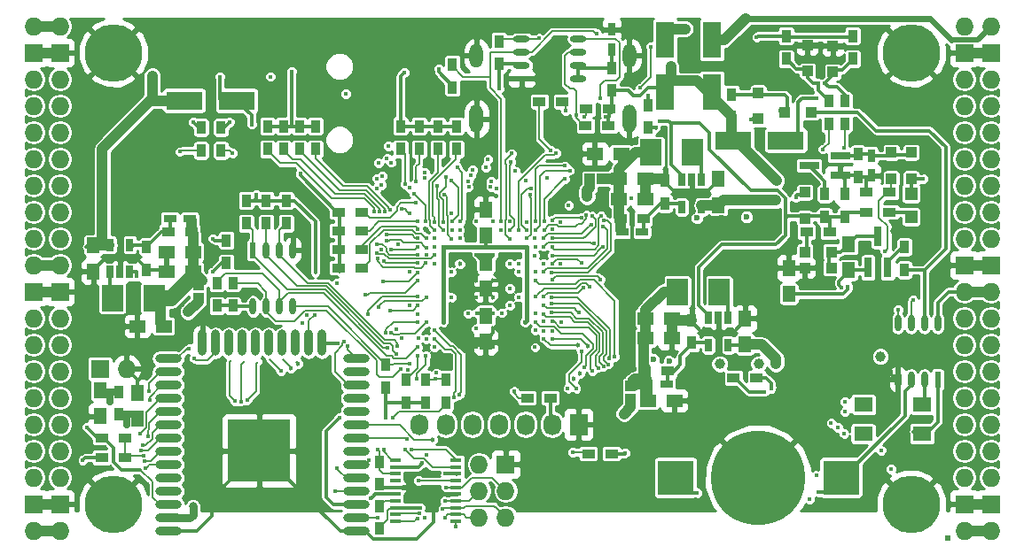
<source format=gbl>
G04 #@! TF.FileFunction,Copper,L4,Bot,Signal*
%FSLAX46Y46*%
G04 Gerber Fmt 4.6, Leading zero omitted, Abs format (unit mm)*
G04 Created by KiCad (PCBNEW 4.0.7+dfsg1-1) date Mon Jan  8 20:14:45 2018*
%MOMM*%
%LPD*%
G01*
G04 APERTURE LIST*
%ADD10C,0.100000*%
%ADD11O,1.727200X1.727200*%
%ADD12R,1.727200X1.727200*%
%ADD13R,0.500000X0.500000*%
%ADD14R,0.900000X1.200000*%
%ADD15R,1.000000X1.000000*%
%ADD16R,1.800000X3.500000*%
%ADD17R,2.000000X2.500000*%
%ADD18R,0.700000X1.200000*%
%ADD19R,1.250000X1.500000*%
%ADD20R,1.500000X1.250000*%
%ADD21R,0.800000X1.900000*%
%ADD22R,1.900000X0.800000*%
%ADD23R,1.200000X0.750000*%
%ADD24R,0.750000X1.200000*%
%ADD25R,1.200000X0.900000*%
%ADD26C,5.500000*%
%ADD27R,1.000000X0.400000*%
%ADD28R,1.727200X2.032000*%
%ADD29O,1.727200X2.032000*%
%ADD30R,3.500000X1.800000*%
%ADD31R,3.500000X3.300000*%
%ADD32C,9.000000*%
%ADD33O,1.300000X2.700000*%
%ADD34O,1.300000X2.300000*%
%ADD35R,0.600000X1.550000*%
%ADD36O,0.600000X1.550000*%
%ADD37R,1.550000X0.600000*%
%ADD38O,1.550000X0.600000*%
%ADD39O,2.500000X0.900000*%
%ADD40O,0.900000X2.500000*%
%ADD41R,6.000000X6.000000*%
%ADD42R,1.800000X1.400000*%
%ADD43R,1.200000X1.200000*%
%ADD44C,0.400000*%
%ADD45C,1.000000*%
%ADD46C,0.600000*%
%ADD47C,0.454000*%
%ADD48C,0.800000*%
%ADD49C,0.700000*%
%ADD50C,0.300000*%
%ADD51C,0.190000*%
%ADD52C,1.000000*%
%ADD53C,0.600000*%
%ADD54C,0.500000*%
%ADD55C,0.800000*%
%ADD56C,0.700000*%
%ADD57C,0.400000*%
%ADD58C,1.500000*%
%ADD59C,0.127000*%
%ADD60C,1.200000*%
%ADD61C,0.200000*%
%ADD62C,0.254000*%
G04 APERTURE END LIST*
D10*
D11*
X97910000Y-62690000D03*
X95370000Y-62690000D03*
D12*
X97910000Y-65230000D03*
X95370000Y-65230000D03*
D11*
X97910000Y-67770000D03*
X95370000Y-67770000D03*
X97910000Y-70310000D03*
X95370000Y-70310000D03*
X97910000Y-72850000D03*
X95370000Y-72850000D03*
X97910000Y-75390000D03*
X95370000Y-75390000D03*
X97910000Y-77930000D03*
X95370000Y-77930000D03*
X97910000Y-80470000D03*
X95370000Y-80470000D03*
X97910000Y-83010000D03*
X95370000Y-83010000D03*
X97910000Y-85550000D03*
X95370000Y-85550000D03*
D12*
X97910000Y-88090000D03*
X95370000Y-88090000D03*
D11*
X97910000Y-90630000D03*
X95370000Y-90630000D03*
X97910000Y-93170000D03*
X95370000Y-93170000D03*
X97910000Y-95710000D03*
X95370000Y-95710000D03*
X97910000Y-98250000D03*
X95370000Y-98250000D03*
X97910000Y-100790000D03*
X95370000Y-100790000D03*
X97910000Y-103330000D03*
X95370000Y-103330000D03*
X97910000Y-105870000D03*
X95370000Y-105870000D03*
D12*
X97910000Y-108410000D03*
X95370000Y-108410000D03*
D11*
X97910000Y-110950000D03*
X95370000Y-110950000D03*
D13*
X182675150Y-111637626D03*
D14*
X103498000Y-99858000D03*
X103498000Y-97658000D03*
D15*
X152393000Y-97142000D03*
X152393000Y-98342000D03*
D16*
X155695000Y-69000000D03*
X155695000Y-64000000D03*
D14*
X154044000Y-72426000D03*
X154044000Y-70226000D03*
D17*
X160870000Y-88090000D03*
X156870000Y-88090000D03*
D18*
X159825000Y-90600000D03*
X160775000Y-90600000D03*
X161725000Y-90600000D03*
X161725000Y-93200000D03*
X159825000Y-93200000D03*
D17*
X102895000Y-88725000D03*
X106895000Y-88725000D03*
D18*
X104575000Y-86215000D03*
X103625000Y-86215000D03*
X102675000Y-86215000D03*
X102675000Y-83615000D03*
X104575000Y-83615000D03*
D17*
X158330000Y-74755000D03*
X154330000Y-74755000D03*
D18*
X157285000Y-77392000D03*
X158235000Y-77392000D03*
X159185000Y-77392000D03*
X159185000Y-79992000D03*
X157285000Y-79992000D03*
D19*
X101085000Y-83665000D03*
X101085000Y-86165000D03*
D20*
X153810000Y-90630000D03*
X156310000Y-90630000D03*
X153810000Y-92535000D03*
X156310000Y-92535000D03*
D19*
X163315000Y-93150000D03*
X163315000Y-90650000D03*
D20*
X151270000Y-79200000D03*
X153770000Y-79200000D03*
X151270000Y-77295000D03*
X153770000Y-77295000D03*
D19*
X160775000Y-79815000D03*
X160775000Y-77315000D03*
D20*
X110590000Y-84280000D03*
X108090000Y-84280000D03*
X110590000Y-86185000D03*
X108090000Y-86185000D03*
D19*
X173221000Y-86038000D03*
X173221000Y-83538000D03*
D21*
X176965000Y-85780000D03*
X175065000Y-85780000D03*
X176015000Y-82780000D03*
D22*
X172435000Y-75075000D03*
X172435000Y-76975000D03*
X169435000Y-76025000D03*
D23*
X153910000Y-96910000D03*
X155810000Y-96910000D03*
X151570000Y-82375000D03*
X153470000Y-82375000D03*
X110290000Y-81105000D03*
X108390000Y-81105000D03*
D24*
X175380000Y-75075000D03*
X175380000Y-76975000D03*
D25*
X169200000Y-82375000D03*
X171400000Y-82375000D03*
D14*
X172840000Y-80935000D03*
X172840000Y-78735000D03*
D25*
X177115000Y-80470000D03*
X174915000Y-80470000D03*
D14*
X174110000Y-74925000D03*
X174110000Y-77125000D03*
X178555000Y-83815000D03*
X178555000Y-86015000D03*
X113785000Y-83180000D03*
X113785000Y-85380000D03*
X170935000Y-80935000D03*
X170935000Y-78735000D03*
X128390000Y-108580000D03*
X128390000Y-110780000D03*
D25*
X150572000Y-103584000D03*
X148372000Y-103584000D03*
X177115000Y-78565000D03*
X174915000Y-78565000D03*
X153760000Y-95640000D03*
X155960000Y-95640000D03*
X110440000Y-82375000D03*
X108240000Y-82375000D03*
X151420000Y-81105000D03*
X153620000Y-81105000D03*
D14*
X158235000Y-90800000D03*
X158235000Y-93000000D03*
X106165000Y-86015000D03*
X106165000Y-83815000D03*
X155695000Y-77465000D03*
X155695000Y-79665000D03*
D25*
X126696000Y-85804000D03*
X124496000Y-85804000D03*
X126696000Y-84026000D03*
X124496000Y-84026000D03*
X126696000Y-82248000D03*
X124496000Y-82248000D03*
X126696000Y-80470000D03*
X124496000Y-80470000D03*
D14*
X130422000Y-74458000D03*
X130422000Y-72258000D03*
X132200000Y-74458000D03*
X132200000Y-72258000D03*
X133978000Y-74458000D03*
X133978000Y-72258000D03*
X135756000Y-74458000D03*
X135756000Y-72258000D03*
D24*
X150589600Y-64910000D03*
X150589600Y-63010000D03*
D11*
X184270000Y-110950000D03*
X186810000Y-110950000D03*
D12*
X184270000Y-108410000D03*
X186810000Y-108410000D03*
D11*
X184270000Y-105870000D03*
X186810000Y-105870000D03*
X184270000Y-103330000D03*
X186810000Y-103330000D03*
X184270000Y-100790000D03*
X186810000Y-100790000D03*
X184270000Y-98250000D03*
X186810000Y-98250000D03*
X184270000Y-95710000D03*
X186810000Y-95710000D03*
X184270000Y-93170000D03*
X186810000Y-93170000D03*
X184270000Y-90630000D03*
X186810000Y-90630000D03*
X184270000Y-88090000D03*
X186810000Y-88090000D03*
D12*
X184270000Y-85550000D03*
X186810000Y-85550000D03*
D11*
X184270000Y-83010000D03*
X186810000Y-83010000D03*
X184270000Y-80470000D03*
X186810000Y-80470000D03*
X184270000Y-77930000D03*
X186810000Y-77930000D03*
X184270000Y-75390000D03*
X186810000Y-75390000D03*
X184270000Y-72850000D03*
X186810000Y-72850000D03*
X184270000Y-70310000D03*
X186810000Y-70310000D03*
X184270000Y-67770000D03*
X186810000Y-67770000D03*
D12*
X184270000Y-65230000D03*
X186810000Y-65230000D03*
D11*
X184270000Y-62690000D03*
X186810000Y-62690000D03*
D26*
X102990000Y-108410000D03*
X179190000Y-108410000D03*
X179190000Y-65230000D03*
X102990000Y-65230000D03*
D14*
X162045000Y-71410000D03*
X162045000Y-69210000D03*
X139820000Y-66330000D03*
X139820000Y-64130000D03*
X135375000Y-68532000D03*
X135375000Y-66332000D03*
X150615000Y-68870000D03*
X150615000Y-66670000D03*
D25*
X150275000Y-72215000D03*
X148075000Y-72215000D03*
X150380000Y-70600000D03*
X148180000Y-70600000D03*
D27*
X135735000Y-104215000D03*
X135735000Y-104865000D03*
X135735000Y-105515000D03*
X135735000Y-106165000D03*
X135735000Y-106815000D03*
X135735000Y-107465000D03*
X135735000Y-108115000D03*
X135735000Y-108765000D03*
X135735000Y-109415000D03*
X135735000Y-110065000D03*
X129935000Y-110065000D03*
X129935000Y-109415000D03*
X129935000Y-108765000D03*
X129935000Y-108115000D03*
X129935000Y-107465000D03*
X129935000Y-106815000D03*
X129935000Y-106165000D03*
X129935000Y-105515000D03*
X129935000Y-104865000D03*
X129935000Y-104215000D03*
D14*
X119500000Y-79370000D03*
X119500000Y-81570000D03*
X114420000Y-89444000D03*
X114420000Y-87244000D03*
X129025000Y-97275000D03*
X129025000Y-95075000D03*
X117595000Y-79370000D03*
X117595000Y-81570000D03*
X112896000Y-89444000D03*
X112896000Y-87244000D03*
X115690000Y-79370000D03*
X115690000Y-81570000D03*
D25*
X144730000Y-98250000D03*
X142530000Y-98250000D03*
D14*
X132835000Y-98715000D03*
X132835000Y-96515000D03*
X130930000Y-98715000D03*
X130930000Y-96515000D03*
D25*
X101890000Y-103965000D03*
X104090000Y-103965000D03*
D12*
X101720000Y-95456000D03*
D11*
X104260000Y-95456000D03*
D25*
X104090000Y-102060000D03*
X101890000Y-102060000D03*
D19*
X167506000Y-88324000D03*
X167506000Y-85824000D03*
D25*
X164415000Y-96345000D03*
X162215000Y-96345000D03*
D14*
X167252000Y-65822000D03*
X167252000Y-63622000D03*
D12*
X140455000Y-104600000D03*
D11*
X137915000Y-104600000D03*
X140455000Y-107140000D03*
X137915000Y-107140000D03*
X140455000Y-109680000D03*
X137915000Y-109680000D03*
D19*
X138550000Y-90396000D03*
X138550000Y-92896000D03*
X138550000Y-82736000D03*
X138550000Y-80236000D03*
X138550000Y-85316000D03*
X138550000Y-87816000D03*
X101720000Y-97508000D03*
X101720000Y-100008000D03*
D14*
X113277000Y-74585000D03*
X113277000Y-72385000D03*
X111372000Y-74585000D03*
X111372000Y-72385000D03*
X172840000Y-72045000D03*
X172840000Y-69845000D03*
X171316000Y-72045000D03*
X171316000Y-69845000D03*
D28*
X147440000Y-100790000D03*
D29*
X144900000Y-100790000D03*
X142360000Y-100790000D03*
X139820000Y-100790000D03*
X137280000Y-100790000D03*
X134740000Y-100790000D03*
X132200000Y-100790000D03*
D19*
X105276000Y-100262000D03*
X105276000Y-97762000D03*
D30*
X109761000Y-69802000D03*
X114761000Y-69802000D03*
X167212000Y-73612000D03*
X162212000Y-73612000D03*
D16*
X160140000Y-64000000D03*
X160140000Y-69000000D03*
D20*
X154064000Y-98504000D03*
X156564000Y-98504000D03*
X107796000Y-91392000D03*
X105296000Y-91392000D03*
X151484000Y-74882000D03*
X148984000Y-74882000D03*
D14*
X173602000Y-65822000D03*
X173602000Y-63622000D03*
X134740000Y-96515000D03*
X134740000Y-98715000D03*
D31*
X172485000Y-105870000D03*
X156685000Y-105870000D03*
D32*
X164585000Y-105870000D03*
D15*
X169284000Y-66988000D03*
X169284000Y-64488000D03*
X171697000Y-67081000D03*
X171697000Y-64581000D03*
X169050000Y-84280000D03*
X171550000Y-84280000D03*
X169030000Y-81085000D03*
X169030000Y-78585000D03*
X171550000Y-85804000D03*
X169050000Y-85804000D03*
X179190000Y-77275000D03*
X179190000Y-74775000D03*
X177285000Y-74775000D03*
X177285000Y-77275000D03*
X167145000Y-70945000D03*
X169645000Y-70945000D03*
X164585000Y-69060000D03*
X164585000Y-71560000D03*
X111118000Y-87490000D03*
X111118000Y-88690000D03*
X149691000Y-77295000D03*
X148491000Y-77295000D03*
D14*
X128390000Y-106546000D03*
X128390000Y-104346000D03*
X117722000Y-74458000D03*
X117722000Y-72258000D03*
X119246000Y-74458000D03*
X119246000Y-72258000D03*
X120770000Y-74458000D03*
X120770000Y-72258000D03*
X122294000Y-74458000D03*
X122294000Y-72258000D03*
D25*
X145880000Y-69900000D03*
X143680000Y-69900000D03*
D33*
X152280000Y-71550000D03*
X137680000Y-71550000D03*
D34*
X137680000Y-65500000D03*
X152280000Y-65500000D03*
D35*
X181730000Y-96505000D03*
D36*
X180460000Y-96505000D03*
X179190000Y-96505000D03*
X177920000Y-96505000D03*
X177920000Y-91105000D03*
X179190000Y-91105000D03*
X180460000Y-91105000D03*
X181730000Y-91105000D03*
D37*
X141980000Y-67706500D03*
D38*
X141980000Y-66436500D03*
X141980000Y-65166500D03*
X141980000Y-63896500D03*
X147380000Y-63896500D03*
X147380000Y-65166500D03*
X147380000Y-66436500D03*
X147380000Y-67706500D03*
D35*
X116325000Y-84120000D03*
D36*
X117595000Y-84120000D03*
X118865000Y-84120000D03*
X120135000Y-84120000D03*
X120135000Y-89520000D03*
X118865000Y-89520000D03*
X117595000Y-89520000D03*
X116325000Y-89520000D03*
D39*
X126230000Y-111000000D03*
X126230000Y-109730000D03*
X126230000Y-108460000D03*
X126230000Y-107190000D03*
X126230000Y-105920000D03*
X126230000Y-104650000D03*
X126230000Y-103380000D03*
X126230000Y-102110000D03*
X126230000Y-100840000D03*
X126230000Y-99570000D03*
X126230000Y-98300000D03*
X126230000Y-97030000D03*
X126230000Y-95760000D03*
X126230000Y-94490000D03*
D40*
X122945000Y-93000000D03*
X121675000Y-93000000D03*
X120405000Y-93000000D03*
X119135000Y-93000000D03*
X117865000Y-93000000D03*
X116595000Y-93000000D03*
X115325000Y-93000000D03*
X114055000Y-93000000D03*
X112785000Y-93000000D03*
X111515000Y-93000000D03*
D39*
X108230000Y-94490000D03*
X108230000Y-95760000D03*
X108230000Y-97030000D03*
X108230000Y-98300000D03*
X108230000Y-99570000D03*
X108230000Y-100840000D03*
X108230000Y-102110000D03*
X108230000Y-103380000D03*
X108230000Y-104650000D03*
X108230000Y-105920000D03*
X108230000Y-107190000D03*
X108230000Y-108460000D03*
X108230000Y-109730000D03*
X108230000Y-111000000D03*
D41*
X116930000Y-103300000D03*
D42*
X180212000Y-98882000D03*
X174612000Y-98882000D03*
X174612000Y-101682000D03*
X180212000Y-101682000D03*
D43*
X179190000Y-78735000D03*
X179190000Y-80935000D03*
D44*
X144103496Y-84660400D03*
D45*
X177658444Y-82281349D03*
D44*
X145680000Y-81405125D03*
X145691238Y-94166752D03*
X145759873Y-91010176D03*
D46*
X152525938Y-81463870D03*
D45*
X162956098Y-95078488D03*
X158539988Y-94868772D03*
D46*
X161075765Y-80992022D03*
X164882869Y-80938986D03*
X156262773Y-81349374D03*
X123437000Y-108972000D03*
D44*
X132871770Y-84533979D03*
X132862998Y-82124544D03*
X131278306Y-86213101D03*
X135281276Y-80583119D03*
X131279502Y-89407325D03*
X170309539Y-85441529D03*
X145672808Y-85396062D03*
X133216000Y-107465000D03*
X137680000Y-88600000D03*
X142480000Y-95000000D03*
X141680000Y-92600000D03*
X140836000Y-84534000D03*
X135284627Y-94985297D03*
X135288625Y-94225619D03*
X134455822Y-94267172D03*
X136095958Y-93369652D03*
D47*
X139264636Y-91615205D03*
D45*
X116880503Y-64802940D03*
X106974809Y-64953974D03*
X175210328Y-64948943D03*
X165417246Y-64954666D03*
D44*
X175495631Y-71457432D03*
X177285000Y-95710000D03*
X140880000Y-81400000D03*
X136085174Y-89394826D03*
X140874194Y-91433353D03*
X142480000Y-94200000D03*
X140880000Y-93400000D03*
X139280000Y-93400000D03*
X137680000Y-93400000D03*
X136880000Y-92600000D03*
X135280000Y-92600000D03*
X132880000Y-91800000D03*
X132880000Y-93400000D03*
D47*
X141042859Y-86994997D03*
X139280000Y-87000000D03*
X136110990Y-86995403D03*
X137680000Y-87000000D03*
X136080000Y-84600000D03*
X139280000Y-88600000D03*
D45*
X106720415Y-67436305D03*
X166284693Y-95025145D03*
X166248957Y-79348409D03*
X166343357Y-77477990D03*
D44*
X172564535Y-87722010D03*
X150030853Y-71331848D03*
D45*
X156235582Y-66548363D03*
X101932065Y-82585048D03*
X157600000Y-62944000D03*
D44*
X132110753Y-92527478D03*
X113658000Y-89360000D03*
X165803369Y-97344883D03*
D45*
X148237462Y-79019093D03*
D44*
X148271935Y-77558071D03*
X117976000Y-67516000D03*
D45*
X160905403Y-95006436D03*
D46*
X158731133Y-81048929D03*
X154593901Y-94607945D03*
X156088245Y-94762980D03*
D45*
X164625730Y-94982471D03*
D46*
X163462982Y-80942429D03*
D45*
X176254940Y-94288458D03*
D48*
X110593913Y-108636458D03*
D44*
X180340784Y-77316932D03*
X173137949Y-87594275D03*
D49*
X102710050Y-98594954D03*
D44*
X154794000Y-72426000D03*
X129005202Y-100174798D03*
X137659051Y-91638034D03*
X139820000Y-68665673D03*
X172834633Y-99599920D03*
X172879922Y-98618650D03*
X176305593Y-103279812D03*
X164433885Y-63737451D03*
X134079160Y-66786153D03*
X116654336Y-78777990D03*
X112515000Y-83010000D03*
X100080000Y-104200000D03*
X135273306Y-88618602D03*
X139272517Y-84611349D03*
X137680556Y-84534085D03*
X141680000Y-86200000D03*
X135280000Y-86200000D03*
X132880000Y-92600000D03*
X141680000Y-88600000D03*
X141680000Y-85400000D03*
X129983242Y-91668979D03*
X121431221Y-90311593D03*
X130566572Y-92512084D03*
X121041200Y-91125073D03*
X146394787Y-97333919D03*
X143300000Y-86220000D03*
X147175985Y-97333919D03*
X147700000Y-93820000D03*
X144900000Y-91820000D03*
X142277990Y-91000000D03*
D45*
X110128890Y-90028152D03*
D44*
X142480000Y-83800000D03*
X134480000Y-83800000D03*
X134480000Y-91000000D03*
X105245010Y-86595559D03*
X125193541Y-69156848D03*
X155149360Y-71764535D03*
X170182962Y-69571012D03*
X170362901Y-107286196D03*
X158716651Y-107325176D03*
X136028224Y-97922729D03*
X128216338Y-109760338D03*
X132708000Y-109680000D03*
X134750646Y-106810513D03*
X133680000Y-91800000D03*
X135517016Y-98167170D03*
X134675868Y-108131585D03*
D47*
X133449289Y-102232615D03*
D44*
X133680000Y-92600000D03*
X132936956Y-103711000D03*
X127385678Y-104203668D03*
X133685482Y-93402296D03*
X134463998Y-108841973D03*
X131986331Y-96404793D03*
X131039072Y-102187000D03*
X134636872Y-109719950D03*
X132846234Y-94197073D03*
X176700000Y-84220000D03*
X143260000Y-84620000D03*
X120834553Y-76779094D03*
X130761990Y-67119621D03*
X147186000Y-71200000D03*
X147983153Y-71347080D03*
X149475951Y-69619684D03*
X153297112Y-68608292D03*
X177926984Y-89812061D03*
X154329326Y-64643767D03*
X152497066Y-79193467D03*
X146481406Y-79819384D03*
X143650666Y-63862520D03*
X179351513Y-88868327D03*
X149134122Y-63424051D03*
X140035989Y-81400000D03*
X128776655Y-87127857D03*
X115759823Y-98502036D03*
X132083026Y-86260405D03*
X119008515Y-95662939D03*
D47*
X119978162Y-95412951D03*
X120634035Y-94977604D03*
D44*
X116198000Y-72088000D03*
X127586603Y-107875044D03*
X113157250Y-67567056D03*
X146180000Y-70800000D03*
X131453853Y-103208291D03*
X149771692Y-81825658D03*
X144080000Y-86200000D03*
X149533922Y-86909940D03*
X144894316Y-86977564D03*
X144896700Y-83835368D03*
X149549750Y-80868432D03*
D47*
X147343891Y-93217126D03*
D44*
X144113248Y-92588762D03*
X144875155Y-86292748D03*
X149846468Y-81303978D03*
X148696112Y-80861847D03*
X144916886Y-82991356D03*
D47*
X148349010Y-93322307D03*
D44*
X144882352Y-92577990D03*
X144902941Y-90956495D03*
X148747982Y-95669626D03*
X144867244Y-90112484D03*
X149795895Y-95251084D03*
X144855814Y-89268481D03*
X150278898Y-95040253D03*
X150345974Y-94517527D03*
X144877648Y-88622010D03*
X150889207Y-94332565D03*
X143280000Y-87000000D03*
X131084713Y-95564177D03*
X130135246Y-93288711D03*
X130422000Y-95456000D03*
X131316164Y-94959140D03*
X129978307Y-94019141D03*
X132031990Y-93400000D03*
X129182185Y-93441046D03*
X141280657Y-97642010D03*
X133852393Y-95875797D03*
X133762848Y-96395146D03*
X132080000Y-94200000D03*
X128611479Y-84071978D03*
X105895603Y-103765816D03*
X129449238Y-89873934D03*
X130839486Y-103208291D03*
X132075624Y-89410644D03*
X128806823Y-103185900D03*
X128312094Y-89556924D03*
X132162861Y-106185868D03*
X132880000Y-88600000D03*
X127040053Y-88426410D03*
X124322162Y-105002357D03*
X132080000Y-87000000D03*
X125356479Y-93255401D03*
X124202418Y-107207639D03*
X109323798Y-74706222D03*
X132024412Y-109766775D03*
X114371508Y-74859518D03*
X132219727Y-109277292D03*
X115165033Y-98598050D03*
X131847310Y-79589886D03*
X132080000Y-81400000D03*
X132080007Y-82103333D03*
X132872609Y-82968555D03*
X133627359Y-81414685D03*
X133648389Y-82190597D03*
X131923295Y-77584853D03*
X130856828Y-77786820D03*
X129533728Y-91985990D03*
X132880000Y-91000000D03*
X129006717Y-91985990D03*
X132077648Y-90977990D03*
X131275302Y-80595752D03*
X130489904Y-80167235D03*
X128823114Y-85153560D03*
X132072985Y-85377990D03*
X134476508Y-82180155D03*
X133942383Y-77980766D03*
X163908850Y-71651861D03*
X135656559Y-110610712D03*
X132468001Y-104503413D03*
X146844288Y-103452739D03*
D49*
X104260000Y-100790000D03*
D44*
X114604320Y-98573680D03*
X112515000Y-86185000D03*
X165170594Y-97666317D03*
X170157734Y-105666345D03*
X169506589Y-107953726D03*
X170735900Y-74464979D03*
X143257990Y-83000000D03*
X168166438Y-79108038D03*
X151896383Y-103510715D03*
X114075797Y-71903914D03*
X110632496Y-71877629D03*
X143269694Y-93414905D03*
X177274002Y-105079115D03*
X172761273Y-101651681D03*
X143280000Y-91800000D03*
X172193360Y-101105663D03*
X144064831Y-91877646D03*
X144080000Y-90956495D03*
X171540304Y-100645743D03*
X135320520Y-82196441D03*
X129493343Y-75737814D03*
X136080000Y-82200000D03*
X129125079Y-75315804D03*
X136080000Y-83000000D03*
X129252218Y-74142461D03*
X142377451Y-77497451D03*
X172746637Y-74347988D03*
X143280000Y-83800000D03*
X170300000Y-68151000D03*
X170950000Y-68125562D03*
X125039468Y-92834407D03*
X122207049Y-90299314D03*
X132082956Y-90210779D03*
X124361185Y-87274371D03*
X124361184Y-87274370D03*
X182675150Y-111637626D03*
X166678914Y-70803555D03*
X129660000Y-100155000D03*
X124580000Y-100155000D03*
X127308270Y-90221456D03*
X132084049Y-88558274D03*
X128280000Y-103200000D03*
X120008000Y-67008000D03*
X133680000Y-83000000D03*
X129457990Y-80285112D03*
X133680000Y-83800000D03*
X128943593Y-80399729D03*
X130204628Y-83599483D03*
X128416582Y-80399850D03*
X127889625Y-80407426D03*
X133680000Y-85400000D03*
X144780000Y-74590382D03*
X124453000Y-93043000D03*
X137689001Y-90122990D03*
D45*
X151758000Y-99774000D03*
D44*
X136885174Y-90194826D03*
X140094890Y-90122990D03*
X139280000Y-90122990D03*
X140880000Y-89400000D03*
X140880000Y-87800000D03*
X140880000Y-85400000D03*
D47*
X136080000Y-85400000D03*
D44*
X128333179Y-75769807D03*
X134613000Y-78819000D03*
X135280000Y-83022010D03*
X154052298Y-69302298D03*
X100450000Y-101044000D03*
X132285867Y-108754446D03*
X134707351Y-105508447D03*
X139280000Y-81400000D03*
X139578623Y-78205862D03*
X139034115Y-78040948D03*
X139046749Y-77514088D03*
X138580000Y-76200000D03*
X138779198Y-75400762D03*
X137680000Y-81400000D03*
X137308732Y-76415018D03*
X137106948Y-76979922D03*
X136859538Y-77550820D03*
X136922059Y-78097889D03*
X136096392Y-81395070D03*
X135830698Y-76200613D03*
X135315381Y-81391918D03*
X135280062Y-77463305D03*
X134471370Y-81406751D03*
X134758050Y-77130140D03*
D47*
X146942280Y-96452058D03*
X147534467Y-95913260D03*
D44*
X147928857Y-95339016D03*
X143322010Y-91000657D03*
X149284391Y-95377990D03*
X144077013Y-90266968D03*
X147430953Y-90112484D03*
X144076240Y-89395301D03*
X143322010Y-90201951D03*
X147910791Y-87683418D03*
X144082832Y-88584510D03*
X143322010Y-88595030D03*
X148483539Y-87608166D03*
X144102010Y-85397219D03*
X144889349Y-85448737D03*
X147687390Y-85374093D03*
X149732494Y-83807694D03*
X144912409Y-84635817D03*
X148921512Y-83442010D03*
X144103186Y-83777990D03*
X148610661Y-81705858D03*
X144102010Y-83000000D03*
X144888125Y-82147345D03*
X148175253Y-80781550D03*
X144125486Y-82186468D03*
X147688311Y-80983115D03*
X144880008Y-81303333D03*
X142841210Y-78784254D03*
X142473549Y-82998913D03*
X142864275Y-78217369D03*
X142437464Y-82181475D03*
X146089079Y-77300571D03*
X144144931Y-81387081D03*
X144394875Y-77219934D03*
X146577729Y-76500816D03*
X143281475Y-82206074D03*
X146130802Y-76060132D03*
X143300920Y-81377293D03*
X145255695Y-74817220D03*
X141662690Y-82207782D03*
X142456909Y-81405800D03*
X140030954Y-82200000D03*
X141342967Y-76554996D03*
X141046643Y-74873804D03*
X140864029Y-83041403D03*
X140874966Y-82177164D03*
X140980062Y-75681941D03*
X132761172Y-77202673D03*
X132737245Y-76676207D03*
X128644933Y-77050030D03*
X128152012Y-77257840D03*
X128125571Y-78233647D03*
X110718734Y-94451783D03*
X128590544Y-77894041D03*
X110249038Y-93533767D03*
X106368514Y-97598098D03*
X131253134Y-78134216D03*
X106477197Y-98487772D03*
X131709326Y-78745875D03*
X132783339Y-81400004D03*
X132079024Y-82984045D03*
X129109095Y-82655074D03*
X105572759Y-101661319D03*
X106276126Y-101893466D03*
X132880889Y-83897835D03*
X129054383Y-83179239D03*
X129487667Y-84079929D03*
X132083682Y-83828056D03*
X105813763Y-102819336D03*
X132062099Y-84533979D03*
X128165458Y-83528763D03*
X105627254Y-103312241D03*
X128183256Y-84379169D03*
X105992720Y-104283802D03*
X133671942Y-84595200D03*
X128203260Y-84905801D03*
X106088753Y-104974041D03*
X132834641Y-85377990D03*
D50*
X155822000Y-83645000D02*
X155822000Y-81790147D01*
X155822000Y-81790147D02*
X156262773Y-81349374D01*
X153039876Y-83645000D02*
X155822000Y-83645000D01*
X152525938Y-83131062D02*
X153039876Y-83645000D01*
X152525938Y-81463870D02*
X152525938Y-83131062D01*
D51*
X138029000Y-66332000D02*
X138115000Y-66246000D01*
D50*
X133415999Y-107664999D02*
X133216000Y-107465000D01*
X133612013Y-107861013D02*
X133415999Y-107664999D01*
X131991648Y-111780338D02*
X133612013Y-110159973D01*
X127810434Y-111780338D02*
X131991648Y-111780338D01*
X133612013Y-110159973D02*
X133612013Y-107861013D01*
X127060434Y-111030338D02*
X127810434Y-111780338D01*
X126260434Y-111030338D02*
X127060434Y-111030338D01*
D52*
X184270000Y-108410000D02*
X186810000Y-108410000D01*
X184270000Y-85550000D02*
X186810000Y-85550000D01*
X184270000Y-65230000D02*
X186810000Y-65230000D01*
X95370000Y-65230000D02*
X97910000Y-65230000D01*
X95370000Y-88090000D02*
X97910000Y-88090000D01*
X95370000Y-108410000D02*
X97910000Y-108410000D01*
D50*
X108260434Y-111030338D02*
X109060434Y-111030338D01*
X109060434Y-111030338D02*
X109140772Y-110950000D01*
X110957617Y-110950000D02*
X112380000Y-109527617D01*
X109140772Y-110950000D02*
X110957617Y-110950000D01*
X112380000Y-109527617D02*
X112380000Y-107854384D01*
X112380000Y-107854384D02*
X116904046Y-103330338D01*
X116904046Y-103330338D02*
X116960434Y-103330338D01*
X167506000Y-85824000D02*
X169927068Y-85824000D01*
X169927068Y-85824000D02*
X170109540Y-85641528D01*
X170109540Y-85641528D02*
X170309539Y-85441529D01*
X104260000Y-95456000D02*
X105276000Y-96472000D01*
X105276000Y-96472000D02*
X105276000Y-97762000D01*
X133216000Y-107465000D02*
X132214478Y-107465000D01*
X135735000Y-107465000D02*
X133216000Y-107465000D01*
X132214478Y-107465000D02*
X131572496Y-106823018D01*
X131572496Y-106823018D02*
X129919874Y-106823018D01*
X126260434Y-111030338D02*
X124660659Y-111030338D01*
X124660659Y-111030338D02*
X116960659Y-103330338D01*
X116960659Y-103330338D02*
X116960434Y-103330338D01*
X129935000Y-106815000D02*
X128659000Y-106815000D01*
X128659000Y-106815000D02*
X128390000Y-106546000D01*
X128390000Y-106546000D02*
X128558000Y-106546000D01*
X136126306Y-93400000D02*
X136095958Y-93369652D01*
X136880000Y-92600000D02*
X136110348Y-93369652D01*
X136049652Y-93369652D02*
X136095958Y-93369652D01*
X137680000Y-93400000D02*
X136126306Y-93400000D01*
X135280000Y-92600000D02*
X136049652Y-93369652D01*
X136110348Y-93369652D02*
X136095958Y-93369652D01*
X139264636Y-92054364D02*
X139264636Y-91936231D01*
X139264636Y-91936231D02*
X139264636Y-91615205D01*
X138550000Y-92769000D02*
X139264636Y-92054364D01*
X136880000Y-92600000D02*
X137680000Y-93400000D01*
X136880000Y-92600000D02*
X138381000Y-92600000D01*
X138381000Y-92600000D02*
X138550000Y-92769000D01*
X135280000Y-92600000D02*
X136880000Y-92600000D01*
X138550000Y-92769000D02*
X138649000Y-92769000D01*
X138649000Y-92769000D02*
X139280000Y-93400000D01*
X138550000Y-92769000D02*
X138311000Y-92769000D01*
X138311000Y-92769000D02*
X137680000Y-93400000D01*
X175042385Y-64781000D02*
X175210328Y-64948943D01*
X171697000Y-64781000D02*
X175042385Y-64781000D01*
X165683912Y-64688000D02*
X165417246Y-64954666D01*
X169284000Y-64688000D02*
X165683912Y-64688000D01*
X169284000Y-64688000D02*
X171604000Y-64688000D01*
X171604000Y-64688000D02*
X171697000Y-64781000D01*
X177285000Y-95710000D02*
X177285000Y-95964000D01*
X177285000Y-95964000D02*
X177920000Y-96599000D01*
X102210000Y-84915000D02*
X103625000Y-84915000D01*
X103625000Y-84915000D02*
X105215000Y-84915000D01*
X103625000Y-86215000D02*
X103625000Y-84915000D01*
X105215000Y-84915000D02*
X106165000Y-85865000D01*
X106165000Y-85865000D02*
X106165000Y-86015000D01*
X101085000Y-86165000D02*
X101085000Y-86040000D01*
X101085000Y-86040000D02*
X102210000Y-84915000D01*
X106165000Y-86015000D02*
X107920000Y-86015000D01*
X107920000Y-86015000D02*
X108090000Y-86185000D01*
D52*
X153770000Y-77295000D02*
X155525000Y-77295000D01*
D50*
X155525000Y-77295000D02*
X155695000Y-77465000D01*
D52*
X153770000Y-79200000D02*
X153770000Y-77295000D01*
D50*
X174110000Y-77125000D02*
X174745000Y-77125000D01*
X174745000Y-77125000D02*
X175230000Y-77125000D01*
X174915000Y-78565000D02*
X174915000Y-77295000D01*
X174915000Y-77295000D02*
X174745000Y-77125000D01*
X172840000Y-78735000D02*
X172840000Y-77380000D01*
X172840000Y-77380000D02*
X172435000Y-76975000D01*
X175230000Y-77125000D02*
X175380000Y-76975000D01*
X172435000Y-76975000D02*
X173960000Y-76975000D01*
X173960000Y-76975000D02*
X174110000Y-77125000D01*
X137680000Y-86200000D02*
X137680000Y-86600000D01*
X136080000Y-84600000D02*
X137680000Y-86200000D01*
X159850000Y-78365000D02*
X158235000Y-78365000D01*
X158235000Y-78365000D02*
X156445000Y-78365000D01*
X158235000Y-77235000D02*
X158235000Y-78365000D01*
X160775000Y-77315000D02*
X160775000Y-77440000D01*
X160775000Y-77440000D02*
X159850000Y-78365000D01*
X156445000Y-78365000D02*
X155695000Y-77615000D01*
X155695000Y-77615000D02*
X155695000Y-77465000D01*
D52*
X156310000Y-90630000D02*
X156310000Y-92535000D01*
X158235000Y-90800000D02*
X156480000Y-90800000D01*
D50*
X156480000Y-90800000D02*
X156310000Y-90630000D01*
X163315000Y-90650000D02*
X163315000Y-90834602D01*
X163315000Y-90834602D02*
X162249602Y-91900000D01*
X162249602Y-91900000D02*
X160775000Y-91900000D01*
X101085000Y-86165000D02*
X101085000Y-85929893D01*
X106165000Y-85944374D02*
X106165000Y-86015000D01*
X159185000Y-91900000D02*
X160775000Y-91900000D01*
X160775000Y-90600000D02*
X160775000Y-91900000D01*
X158235000Y-90800000D02*
X158235000Y-90950000D01*
X158235000Y-90950000D02*
X159185000Y-91900000D01*
X108090000Y-84280000D02*
X108090000Y-86185000D01*
X107625000Y-84745000D02*
X108090000Y-84280000D01*
X108070000Y-84260000D02*
X108090000Y-84280000D01*
X141037856Y-87000000D02*
X141042859Y-86994997D01*
X139280000Y-87000000D02*
X141037856Y-87000000D01*
X136432016Y-86995403D02*
X136110990Y-86995403D01*
X137284597Y-86995403D02*
X136432016Y-86995403D01*
X137680000Y-86600000D02*
X137284597Y-86995403D01*
X137680000Y-86600000D02*
X137680000Y-87000000D01*
D52*
X106720415Y-69627585D02*
X106720415Y-68143411D01*
X106407114Y-69940886D02*
X106720415Y-69627585D01*
X106720415Y-68143411D02*
X106720415Y-67436305D01*
X166284693Y-94494693D02*
X166284693Y-95025145D01*
X164940000Y-93150000D02*
X166284693Y-94494693D01*
X163315000Y-93150000D02*
X164940000Y-93150000D01*
X165541851Y-79348409D02*
X166248957Y-79348409D01*
X161241591Y-79348409D02*
X165541851Y-79348409D01*
X160790000Y-79800000D02*
X161241591Y-79348409D01*
D50*
X150615000Y-68870000D02*
X152180000Y-68870000D01*
X153331001Y-69348999D02*
X152658999Y-69348999D01*
X152658999Y-69348999D02*
X152180000Y-68870000D01*
X154087002Y-68592998D02*
X155287998Y-68592998D01*
X153331001Y-69348999D02*
X154087002Y-68592998D01*
X155287998Y-68592998D02*
X155695000Y-69000000D01*
D52*
X162045000Y-71410000D02*
X162045000Y-73179633D01*
X162045000Y-73179633D02*
X165843358Y-76977991D01*
X165843358Y-76977991D02*
X166343357Y-77477990D01*
D50*
X101085000Y-83665000D02*
X101684316Y-83665000D01*
X101684316Y-83665000D02*
X101913492Y-83435824D01*
D52*
X101913492Y-83435824D02*
X101913492Y-82603621D01*
D50*
X101913492Y-82603621D02*
X101932065Y-82585048D01*
X172296000Y-87453475D02*
X172364536Y-87522011D01*
X172364536Y-87522011D02*
X172564535Y-87722010D01*
X172296000Y-87088000D02*
X172296000Y-87453475D01*
X173221000Y-86038000D02*
X173221000Y-86163000D01*
X173221000Y-86163000D02*
X172296000Y-87088000D01*
X150275000Y-71465000D02*
X150380000Y-71360000D01*
X150380000Y-71360000D02*
X150380000Y-70600000D01*
X150615000Y-70935000D02*
X150615000Y-69995990D01*
X150615000Y-69995990D02*
X150615000Y-68870000D01*
X150313695Y-71331848D02*
X150030853Y-71331848D01*
X150141848Y-71331848D02*
X150030853Y-71331848D01*
X150275000Y-71465000D02*
X150141848Y-71331848D01*
X150275000Y-72215000D02*
X150275000Y-71465000D01*
X160140000Y-69000000D02*
X160140000Y-69850000D01*
X160140000Y-69850000D02*
X161700000Y-71410000D01*
D52*
X156235582Y-67716832D02*
X156235582Y-66548363D01*
X158681338Y-67896338D02*
X156415088Y-67896338D01*
X156415088Y-67896338D02*
X156235582Y-67716832D01*
D50*
X156235582Y-66578582D02*
X156235582Y-66548363D01*
D52*
X101932065Y-81877942D02*
X101932065Y-82585048D01*
X101932065Y-74415935D02*
X101932065Y-81877942D01*
X106407114Y-69940886D02*
X101932065Y-74415935D01*
D50*
X110610000Y-69548000D02*
X110610000Y-69802000D01*
D52*
X109975000Y-69802000D02*
X106546000Y-69802000D01*
X106546000Y-69802000D02*
X106419000Y-69929000D01*
X106419000Y-69929000D02*
X106407114Y-69940886D01*
D50*
X106419000Y-69675000D02*
X106419000Y-69929000D01*
X100572432Y-83665000D02*
X100424079Y-83813353D01*
X101085000Y-83665000D02*
X100572432Y-83665000D01*
X160790000Y-79800000D02*
X160775000Y-79815000D01*
X160775000Y-79940000D02*
X160775000Y-79815000D01*
X164925000Y-93150000D02*
X164240000Y-93150000D01*
X164240000Y-93150000D02*
X163315000Y-93150000D01*
X101085000Y-83665000D02*
X101085000Y-83790000D01*
D52*
X159185000Y-79835000D02*
X160755000Y-79835000D01*
D50*
X160755000Y-79835000D02*
X160775000Y-79815000D01*
X161725000Y-93200000D02*
X163265000Y-93200000D01*
X163265000Y-93200000D02*
X163315000Y-93150000D01*
X173221000Y-86038000D02*
X174807000Y-86038000D01*
X174807000Y-86038000D02*
X175065000Y-85780000D01*
D52*
X101085000Y-83665000D02*
X102625000Y-83665000D01*
D50*
X102625000Y-83665000D02*
X102675000Y-83615000D01*
X161700000Y-71410000D02*
X162045000Y-71410000D01*
D52*
X162045000Y-71410000D02*
X162045000Y-71260000D01*
X162045000Y-71260000D02*
X158681338Y-67896338D01*
D50*
X162045000Y-71753000D02*
X162045000Y-71410000D01*
X155695000Y-64000000D02*
X155695000Y-63368337D01*
X155695000Y-63368337D02*
X156119337Y-62944000D01*
D52*
X156119337Y-62944000D02*
X157600000Y-62944000D01*
X160140000Y-64000000D02*
X161340000Y-64000000D01*
X161340000Y-64000000D02*
X163399217Y-61940783D01*
D53*
X163399217Y-61940783D02*
X180980783Y-61940783D01*
D54*
X185540000Y-63960000D02*
X186810000Y-62690000D01*
D53*
X180980783Y-61940783D02*
X183000000Y-63960000D01*
D54*
X183000000Y-63960000D02*
X185540000Y-63960000D01*
D50*
X112896000Y-89444000D02*
X113574000Y-89444000D01*
X113574000Y-89444000D02*
X113658000Y-89360000D01*
X114420000Y-89444000D02*
X113742000Y-89444000D01*
X113742000Y-89444000D02*
X113658000Y-89360000D01*
X112856637Y-89483363D02*
X112896000Y-89444000D01*
X179190000Y-78735000D02*
X179190000Y-77275000D01*
X165803369Y-96833369D02*
X165803369Y-97062041D01*
X165315000Y-96345000D02*
X165803369Y-96833369D01*
X165803369Y-97062041D02*
X165803369Y-97344883D01*
X164415000Y-96345000D02*
X165315000Y-96345000D01*
D52*
X148202000Y-78413082D02*
X148202454Y-78413536D01*
D50*
X148491000Y-77295000D02*
X148491000Y-77339006D01*
X148491000Y-77339006D02*
X148471934Y-77358072D01*
X148471934Y-77358072D02*
X148271935Y-77558071D01*
X148202000Y-78022023D02*
X148271935Y-77952088D01*
X148271935Y-77952088D02*
X148271935Y-77840913D01*
D52*
X148202454Y-78413536D02*
X148202454Y-78984085D01*
X148202454Y-78984085D02*
X148237462Y-79019093D01*
D50*
X148271935Y-77840913D02*
X148271935Y-77558071D01*
D55*
X110593913Y-109202143D02*
X110593913Y-108636458D01*
X110593913Y-109476859D02*
X110593913Y-109202143D01*
X110310434Y-109760338D02*
X110593913Y-109476859D01*
X108260434Y-109760338D02*
X110310434Y-109760338D01*
D50*
X179190000Y-77075000D02*
X179431932Y-77316932D01*
X179431932Y-77316932D02*
X180057942Y-77316932D01*
X180057942Y-77316932D02*
X180340784Y-77316932D01*
D52*
X184270000Y-110950000D02*
X186810000Y-110950000D01*
X184270000Y-88090000D02*
X186810000Y-88090000D01*
X95370000Y-62690000D02*
X97910000Y-62690000D01*
X95370000Y-85550000D02*
X97910000Y-85550000D01*
X95370000Y-110950000D02*
X97910000Y-110950000D01*
D50*
X129025000Y-97275000D02*
X129025000Y-98800000D01*
X129025000Y-98800000D02*
X129025000Y-100155000D01*
X130930000Y-98715000D02*
X129110000Y-98715000D01*
X129110000Y-98715000D02*
X129025000Y-98800000D01*
X167506000Y-88324000D02*
X172691066Y-88324000D01*
X172691066Y-88324000D02*
X173137949Y-87877117D01*
X173137949Y-87877117D02*
X173137949Y-87594275D01*
D56*
X102710050Y-97683950D02*
X102710050Y-98099980D01*
X102736000Y-97658000D02*
X102710050Y-97683950D01*
X102710050Y-98099980D02*
X102710050Y-98594954D01*
X102736000Y-97658000D02*
X101870000Y-97658000D01*
X103498000Y-97658000D02*
X102736000Y-97658000D01*
D50*
X101870000Y-97658000D02*
X101720000Y-97508000D01*
X148202000Y-78413082D02*
X148491000Y-78124082D01*
D52*
X148491000Y-78124082D02*
X148491000Y-77295000D01*
X148202000Y-78413082D02*
X148439744Y-78175338D01*
D50*
X154806000Y-72438000D02*
X154794000Y-72426000D01*
X154044000Y-72426000D02*
X154794000Y-72426000D01*
X129025000Y-100155000D02*
X129005202Y-100174798D01*
X129025000Y-97275000D02*
X129025000Y-98175000D01*
X132835000Y-98715000D02*
X130930000Y-98715000D01*
X173602000Y-63706000D02*
X167336000Y-63706000D01*
X167336000Y-63706000D02*
X167252000Y-63622000D01*
X167252000Y-63622000D02*
X164549336Y-63622000D01*
X164549336Y-63622000D02*
X164433885Y-63737451D01*
X138550000Y-85042000D02*
X138188471Y-85042000D01*
X138188471Y-85042000D02*
X137680556Y-84534085D01*
X138550000Y-85042000D02*
X138841866Y-85042000D01*
X138841866Y-85042000D02*
X139272517Y-84611349D01*
X137680556Y-84534085D02*
X139195253Y-84534085D01*
X139195253Y-84534085D02*
X139272517Y-84611349D01*
X139820000Y-66330000D02*
X139820000Y-68665673D01*
X134079160Y-67068995D02*
X134079160Y-66786153D01*
X134079160Y-67086160D02*
X134079160Y-67068995D01*
X135375000Y-68382000D02*
X134079160Y-67086160D01*
X135375000Y-68532000D02*
X135375000Y-68382000D01*
X116654336Y-79155664D02*
X116654336Y-79060832D01*
X115690000Y-79370000D02*
X116440000Y-79370000D01*
X116440000Y-79370000D02*
X116654336Y-79155664D01*
X116654336Y-79060832D02*
X116654336Y-78777990D01*
X181730000Y-89106000D02*
X182746000Y-88090000D01*
X182746000Y-88090000D02*
X184270000Y-88090000D01*
X181730000Y-91011000D02*
X181730000Y-89106000D01*
X144730000Y-98250000D02*
X144730000Y-99266000D01*
X144730000Y-99266000D02*
X144730000Y-99400000D01*
X144730000Y-99400000D02*
X144730000Y-100620000D01*
X113785000Y-83180000D02*
X112685000Y-83180000D01*
X112685000Y-83180000D02*
X112515000Y-83010000D01*
X122280000Y-86300000D02*
X122280000Y-81400000D01*
X122280000Y-81400000D02*
X120250000Y-79370000D01*
X120250000Y-79370000D02*
X119500000Y-79370000D01*
X100315000Y-103965000D02*
X100080000Y-104200000D01*
X101890000Y-103965000D02*
X100315000Y-103965000D01*
X117595000Y-79370000D02*
X119500000Y-79370000D01*
X115690000Y-79370000D02*
X117595000Y-79370000D01*
X114480000Y-89500000D02*
X116305000Y-89500000D01*
X116305000Y-89500000D02*
X116325000Y-89520000D01*
X144900000Y-98250000D02*
X144730000Y-98250000D01*
X144730000Y-100620000D02*
X144900000Y-100790000D01*
X139820000Y-66330000D02*
X141875000Y-66330000D01*
X141875000Y-66330000D02*
X141980000Y-66435000D01*
D51*
X146493162Y-96651096D02*
X146975986Y-97133920D01*
X146975986Y-97133920D02*
X147175985Y-97333919D01*
X147700000Y-93820000D02*
X147700000Y-94825565D01*
X147700000Y-94825565D02*
X146493162Y-96032403D01*
X146493162Y-96032403D02*
X146493162Y-96651096D01*
D50*
X156010000Y-95710000D02*
X156524914Y-95710000D01*
X156524914Y-95710000D02*
X157145126Y-95089788D01*
X157145126Y-95089788D02*
X157145126Y-94239874D01*
X157145126Y-94239874D02*
X158235000Y-93150000D01*
X158235000Y-93150000D02*
X158235000Y-93000000D01*
X155960000Y-95640000D02*
X155960000Y-96760000D01*
X155960000Y-96760000D02*
X155810000Y-96910000D01*
X158235000Y-93000000D02*
X159625000Y-93000000D01*
X159625000Y-93000000D02*
X159825000Y-93200000D01*
D57*
X142480000Y-90797990D02*
X142477989Y-90800001D01*
X142480000Y-83800000D02*
X142480000Y-90797990D01*
X142477989Y-90800001D02*
X142277990Y-91000000D01*
D52*
X111124699Y-88838819D02*
X111124699Y-89032343D01*
X111124699Y-89032343D02*
X110128890Y-90028152D01*
D57*
X137480000Y-83800000D02*
X138550000Y-83800000D01*
X138550000Y-83800000D02*
X142480000Y-83800000D01*
D50*
X138550000Y-83298000D02*
X138550000Y-83800000D01*
D57*
X134480000Y-83800000D02*
X137480000Y-83800000D01*
X134480000Y-91000000D02*
X134480000Y-83800000D01*
D50*
X105245010Y-86312717D02*
X105245010Y-86595559D01*
X105245010Y-86235010D02*
X105245010Y-86312717D01*
X104575000Y-86215000D02*
X105225000Y-86215000D01*
X105225000Y-86215000D02*
X105245010Y-86235010D01*
X167183550Y-79184144D02*
X167183550Y-81105000D01*
X163850815Y-78403160D02*
X166402566Y-78403160D01*
X159926293Y-72922306D02*
X159926293Y-74478638D01*
X159003987Y-72000000D02*
X159926293Y-72922306D01*
X156280000Y-72000000D02*
X159003987Y-72000000D01*
X166402566Y-78403160D02*
X167183550Y-79184144D01*
X159926293Y-74478638D02*
X163850815Y-78403160D01*
X167183550Y-81105000D02*
X167183550Y-82681450D01*
X166265000Y-83600000D02*
X161080000Y-83600000D01*
X167183550Y-82681450D02*
X166265000Y-83600000D01*
X161080000Y-83600000D02*
X158880000Y-85800000D01*
X158880000Y-85800000D02*
X158880000Y-89400000D01*
X158880000Y-89400000D02*
X159825000Y-90345000D01*
X159825000Y-90345000D02*
X159825000Y-90600000D01*
X156280000Y-72000000D02*
X156044535Y-71764535D01*
X156044535Y-71764535D02*
X155432202Y-71764535D01*
X155432202Y-71764535D02*
X155149360Y-71764535D01*
X169030000Y-80885000D02*
X167403550Y-80885000D01*
X167403550Y-80885000D02*
X167183550Y-81105000D01*
X156280000Y-75980000D02*
X156280000Y-72000000D01*
X157285000Y-77235000D02*
X157285000Y-76985000D01*
X157285000Y-76985000D02*
X156280000Y-75980000D01*
X168980000Y-80885000D02*
X169030000Y-80885000D01*
X169030000Y-80885000D02*
X170885000Y-80885000D01*
X170885000Y-80885000D02*
X170935000Y-80935000D01*
X170935000Y-80935000D02*
X171570000Y-80935000D01*
X171570000Y-80935000D02*
X172840000Y-80935000D01*
X171400000Y-82375000D02*
X171400000Y-81105000D01*
X171400000Y-81105000D02*
X171570000Y-80935000D01*
X174915000Y-80470000D02*
X173305000Y-80470000D01*
X173305000Y-80470000D02*
X172840000Y-80935000D01*
X155210000Y-79665000D02*
X155695000Y-79665000D01*
X153620000Y-81105000D02*
X153770000Y-81105000D01*
X153770000Y-81105000D02*
X155210000Y-79665000D01*
X153620000Y-81105000D02*
X153620000Y-82225000D01*
X153620000Y-82225000D02*
X153470000Y-82375000D01*
X155695000Y-79665000D02*
X157115000Y-79665000D01*
X155525000Y-79835000D02*
X155695000Y-79665000D01*
X157115000Y-79665000D02*
X157285000Y-79835000D01*
X104575000Y-83615000D02*
X105965000Y-83615000D01*
X104775000Y-83815000D02*
X104575000Y-83615000D01*
X108240000Y-82375000D02*
X107605000Y-82375000D01*
X107605000Y-82375000D02*
X106165000Y-83815000D01*
X105965000Y-83615000D02*
X106165000Y-83815000D01*
X108070000Y-82545000D02*
X108240000Y-82375000D01*
X108390000Y-81105000D02*
X108390000Y-82225000D01*
X108390000Y-82225000D02*
X108240000Y-82375000D01*
X168141000Y-73485000D02*
X168402683Y-73223317D01*
X168402683Y-73223317D02*
X168402683Y-69932420D01*
X168402683Y-69932420D02*
X168764091Y-69571012D01*
X168764091Y-69571012D02*
X169900120Y-69571012D01*
X169900120Y-69571012D02*
X170182962Y-69571012D01*
X170645743Y-107286196D02*
X170362901Y-107286196D01*
X171252736Y-107286196D02*
X170645743Y-107286196D01*
X178585200Y-99953732D02*
X171252736Y-107286196D01*
X178585200Y-97635600D02*
X178585200Y-99953732D01*
X179190000Y-97030800D02*
X178585200Y-97635600D01*
X179190000Y-96599000D02*
X179190000Y-97030800D01*
X158433809Y-107325176D02*
X158716651Y-107325176D01*
X158140176Y-107325176D02*
X158433809Y-107325176D01*
X156685000Y-105870000D02*
X158140176Y-107325176D01*
D51*
X136228223Y-97722730D02*
X136028224Y-97922729D01*
X136228223Y-94104329D02*
X136228223Y-97722730D01*
X135425772Y-93301878D02*
X136228223Y-94104329D01*
X135181878Y-93301878D02*
X135425772Y-93301878D01*
X133680000Y-91800000D02*
X135181878Y-93301878D01*
X126260434Y-109760338D02*
X128216338Y-109760338D01*
X126260434Y-109760338D02*
X127060434Y-109760338D01*
X127060434Y-109760338D02*
X127107096Y-109807000D01*
X137254415Y-105873269D02*
X139188269Y-105873269D01*
X139188269Y-105873269D02*
X140455000Y-107140000D01*
X135735000Y-106856777D02*
X135718950Y-106872827D01*
X135718950Y-106872827D02*
X135656636Y-106810513D01*
X135656636Y-106810513D02*
X135033488Y-106810513D01*
X135033488Y-106810513D02*
X134750646Y-106810513D01*
X137254415Y-105873269D02*
X136254857Y-106872827D01*
X135735000Y-106815000D02*
X135735000Y-106856777D01*
X136254857Y-106872827D02*
X135718950Y-106872827D01*
X135717015Y-94041442D02*
X135717015Y-97625405D01*
X135717015Y-97625405D02*
X135517016Y-97825404D01*
X135517016Y-97825404D02*
X135517016Y-97884328D01*
X135517016Y-97884328D02*
X135517016Y-98167170D01*
X133680000Y-92600000D02*
X134698889Y-93618889D01*
X134698889Y-93618889D02*
X135294462Y-93618889D01*
X135294462Y-93618889D02*
X135717015Y-94041442D01*
X133449289Y-102232615D02*
X131722624Y-102232615D01*
X127700434Y-100870338D02*
X126260434Y-100870338D01*
X131722624Y-102232615D02*
X130360347Y-100870338D01*
X130360347Y-100870338D02*
X127700434Y-100870338D01*
X135735000Y-108115000D02*
X136940000Y-108115000D01*
X136940000Y-108115000D02*
X137915000Y-107140000D01*
X135644172Y-108131585D02*
X134958710Y-108131585D01*
X134958710Y-108131585D02*
X134675868Y-108131585D01*
X135669098Y-108106659D02*
X135644172Y-108131585D01*
X135726659Y-108106659D02*
X135669098Y-108106659D01*
X135735000Y-108115000D02*
X135726659Y-108106659D01*
X126909008Y-104680338D02*
X127185679Y-104403667D01*
X126260434Y-104680338D02*
X126909008Y-104680338D01*
X127185679Y-104403667D02*
X127385678Y-104203668D01*
X135735000Y-108765000D02*
X136425000Y-108765000D01*
X136595601Y-108594399D02*
X139369399Y-108594399D01*
X139369399Y-108594399D02*
X139591401Y-108816401D01*
X136425000Y-108765000D02*
X136595601Y-108594399D01*
X139591401Y-108816401D02*
X140455000Y-109680000D01*
X134540971Y-108765000D02*
X134463998Y-108841973D01*
X135735000Y-108765000D02*
X134540971Y-108765000D01*
X132846234Y-94197073D02*
X132846234Y-95083073D01*
X132846234Y-95083073D02*
X131986331Y-95942976D01*
X131986331Y-95942976D02*
X131986331Y-96121951D01*
X131986331Y-96121951D02*
X131986331Y-96404793D01*
X126260434Y-102140338D02*
X130992410Y-102140338D01*
X130992410Y-102140338D02*
X131039072Y-102187000D01*
X136690000Y-109680000D02*
X137915000Y-109680000D01*
X135735000Y-109415000D02*
X136425000Y-109415000D01*
X136425000Y-109415000D02*
X136690000Y-109680000D01*
X134636872Y-109719950D02*
X134941822Y-109415000D01*
X134941822Y-109415000D02*
X135735000Y-109415000D01*
D50*
X182481998Y-74236998D02*
X182481998Y-83998002D01*
X180932202Y-72687202D02*
X182481998Y-74236998D01*
X175826942Y-72687202D02*
X180932202Y-72687202D01*
X174084740Y-70945000D02*
X175826942Y-72687202D01*
X182481998Y-83998002D02*
X180460000Y-86020000D01*
X169445000Y-70945000D02*
X174084740Y-70945000D01*
X180455000Y-86015000D02*
X180460000Y-86020000D01*
X180460000Y-86020000D02*
X180460000Y-91011000D01*
X178555000Y-86015000D02*
X180455000Y-86015000D01*
X176015000Y-82780000D02*
X173979000Y-82780000D01*
X173979000Y-82780000D02*
X173221000Y-83538000D01*
X171350000Y-84280000D02*
X172479000Y-84280000D01*
X172479000Y-84280000D02*
X173221000Y-83538000D01*
X171350000Y-84280000D02*
X171350000Y-85804000D01*
X177285000Y-74975000D02*
X179190000Y-74975000D01*
X175380000Y-75075000D02*
X177185000Y-75075000D01*
X177185000Y-75075000D02*
X177285000Y-74975000D01*
X174110000Y-74925000D02*
X175230000Y-74925000D01*
X175230000Y-74925000D02*
X175380000Y-75075000D01*
X172435000Y-75075000D02*
X173960000Y-75075000D01*
X173960000Y-75075000D02*
X174110000Y-74925000D01*
X169200000Y-82375000D02*
X169200000Y-84230000D01*
X169200000Y-84230000D02*
X169250000Y-84280000D01*
X177115000Y-80470000D02*
X178725000Y-80470000D01*
X178725000Y-80470000D02*
X179190000Y-80935000D01*
X178380000Y-83815000D02*
X178555000Y-83815000D01*
X176965000Y-85780000D02*
X176965000Y-85230000D01*
X176965000Y-85230000D02*
X178380000Y-83815000D01*
X181730000Y-100536000D02*
X180784000Y-101482000D01*
X180784000Y-101482000D02*
X179412000Y-101482000D01*
X181730000Y-96599000D02*
X181730000Y-100536000D01*
X180460000Y-96599000D02*
X180460000Y-99057757D01*
X180460000Y-99057757D02*
X180446075Y-99071682D01*
X170935000Y-78735000D02*
X170935000Y-77525000D01*
X170935000Y-77525000D02*
X169435000Y-76025000D01*
D51*
X177115000Y-78565000D02*
X176965000Y-78565000D01*
X176965000Y-78565000D02*
X176100000Y-79430000D01*
X176100000Y-79430000D02*
X176100000Y-80981630D01*
X176100000Y-80981630D02*
X176936434Y-81818064D01*
X176936434Y-81818064D02*
X176936434Y-84006426D01*
X176936434Y-84006426D02*
X176722860Y-84220000D01*
X176722860Y-84220000D02*
X176700000Y-84220000D01*
X177285000Y-77075000D02*
X177285000Y-78395000D01*
X177285000Y-78395000D02*
X177115000Y-78565000D01*
D50*
X124496000Y-80470000D02*
X124346000Y-80470000D01*
X120834553Y-76958553D02*
X120834553Y-76779094D01*
X124346000Y-80470000D02*
X120834553Y-76958553D01*
X124582000Y-80470000D02*
X124432000Y-80470000D01*
X124582000Y-84279000D02*
X124582000Y-86185000D01*
X124582000Y-82375000D02*
X124582000Y-84279000D01*
X124582000Y-80470000D02*
X124582000Y-82375000D01*
X132200000Y-72258000D02*
X130422000Y-72258000D01*
X133978000Y-72258000D02*
X132200000Y-72258000D01*
X135756000Y-72258000D02*
X133978000Y-72258000D01*
X135748350Y-72191002D02*
X135722352Y-72217000D01*
X130402940Y-67478671D02*
X130761990Y-67119621D01*
X130402940Y-72217000D02*
X130402940Y-67478671D01*
D51*
X147380000Y-65165000D02*
X146460390Y-65165000D01*
X146586447Y-68691785D02*
X146964785Y-68691785D01*
X146460390Y-65165000D02*
X146133498Y-65491892D01*
X146133498Y-65491892D02*
X146133498Y-68238836D01*
X146133498Y-68238836D02*
X146586447Y-68691785D01*
X146964785Y-68691785D02*
X147186000Y-68913000D01*
X147186000Y-68913000D02*
X147186000Y-71200000D01*
X147186000Y-71476000D02*
X147186000Y-71200000D01*
X148075000Y-72215000D02*
X147925000Y-72215000D01*
X147925000Y-72215000D02*
X147186000Y-71476000D01*
X148075000Y-72215000D02*
X148075000Y-71961000D01*
X147380000Y-63895000D02*
X150955962Y-63895000D01*
X150955962Y-63895000D02*
X151352044Y-64291082D01*
X151352044Y-67579418D02*
X151043301Y-67888161D01*
X151352044Y-64291082D02*
X151352044Y-67579418D01*
X151043301Y-67888161D02*
X149894932Y-67888161D01*
X149894932Y-67888161D02*
X149475951Y-68307142D01*
X149475951Y-68307142D02*
X149475951Y-69336842D01*
X149475951Y-69336842D02*
X149475951Y-69619684D01*
X148072920Y-71347080D02*
X147983153Y-71347080D01*
X148180000Y-71240000D02*
X148072920Y-71347080D01*
X148180000Y-70600000D02*
X148180000Y-71240000D01*
X154329326Y-64643767D02*
X154329326Y-67576078D01*
X153497111Y-68408293D02*
X153297112Y-68608292D01*
X154329326Y-67576078D02*
X153497111Y-68408293D01*
X177920000Y-89819045D02*
X177926984Y-89812061D01*
X177920000Y-91011000D02*
X177920000Y-89819045D01*
X141980000Y-63895000D02*
X143618186Y-63895000D01*
X143618186Y-63895000D02*
X143650666Y-63862520D01*
X141980000Y-63895000D02*
X140055000Y-63895000D01*
X140055000Y-63895000D02*
X139820000Y-64130000D01*
X179190000Y-91011000D02*
X179190000Y-89029840D01*
X179190000Y-89029840D02*
X179351513Y-88868327D01*
X142945000Y-65165000D02*
X144935202Y-63174798D01*
X148934123Y-63224052D02*
X149134122Y-63424051D01*
X144935202Y-63174798D02*
X148884869Y-63174798D01*
X148884869Y-63174798D02*
X148934123Y-63224052D01*
X141980000Y-65165000D02*
X142945000Y-65165000D01*
X138980000Y-68578574D02*
X138980000Y-67516000D01*
X140035989Y-81400000D02*
X140035989Y-69634563D01*
X140035989Y-69634563D02*
X138980000Y-68578574D01*
X136409000Y-67516000D02*
X138980000Y-67516000D01*
X138980000Y-67516000D02*
X138980000Y-65165000D01*
X135375000Y-66332000D02*
X135375000Y-66482000D01*
X135375000Y-66482000D02*
X136409000Y-67516000D01*
X138980000Y-65165000D02*
X141980000Y-65165000D01*
D50*
X150589600Y-64910000D02*
X150589600Y-66644600D01*
X150589600Y-66644600D02*
X150615000Y-66670000D01*
X147380000Y-67705000D02*
X147380000Y-66435000D01*
X150615000Y-66670000D02*
X147615000Y-66670000D01*
X147615000Y-66670000D02*
X147380000Y-66435000D01*
D51*
X132083026Y-86260405D02*
X131215574Y-87127857D01*
X131215574Y-87127857D02*
X129059497Y-87127857D01*
X129059497Y-87127857D02*
X128776655Y-87127857D01*
X116854154Y-94779544D02*
X116625434Y-95008264D01*
X116625434Y-97636425D02*
X115959822Y-98302037D01*
X116625434Y-95008264D02*
X116625434Y-97636425D01*
X115959822Y-98302037D02*
X115759823Y-98502036D01*
X118808516Y-95462940D02*
X119008515Y-95662939D01*
X117895434Y-94549858D02*
X118808516Y-95462940D01*
X119751163Y-95185952D02*
X119978162Y-95412951D01*
X119165434Y-94600223D02*
X119751163Y-95185952D01*
X120435434Y-94779003D02*
X120634035Y-94977604D01*
D50*
X116198000Y-72088000D02*
X116198000Y-71239000D01*
X116198000Y-71239000D02*
X114761000Y-69802000D01*
X127786602Y-107675045D02*
X127586603Y-107875044D01*
X129935000Y-107465000D02*
X127996647Y-107465000D01*
X127996647Y-107465000D02*
X127786602Y-107675045D01*
X113157250Y-67849898D02*
X113157250Y-67567056D01*
X113157250Y-69682250D02*
X113157250Y-67849898D01*
X113277000Y-69802000D02*
X113157250Y-69682250D01*
D51*
X146180000Y-70800000D02*
X146180000Y-70200000D01*
X146180000Y-70200000D02*
X145880000Y-69900000D01*
X129935000Y-108115000D02*
X128895397Y-108115000D01*
X128895397Y-108115000D02*
X128373228Y-108637169D01*
X135760266Y-104239298D02*
X134729259Y-103208291D01*
X134729259Y-103208291D02*
X131736695Y-103208291D01*
X131736695Y-103208291D02*
X131453853Y-103208291D01*
X148299372Y-85865380D02*
X150154496Y-84010256D01*
X145206679Y-85865380D02*
X148299372Y-85865380D01*
X145201320Y-85870739D02*
X145206679Y-85865380D01*
X144409261Y-85870739D02*
X145201320Y-85870739D01*
X144080000Y-86200000D02*
X144409261Y-85870739D01*
X150154496Y-82208462D02*
X149971691Y-82025657D01*
X150154496Y-84010256D02*
X150154496Y-82208462D01*
X149971691Y-82025657D02*
X149771692Y-81825658D01*
X149251377Y-86627395D02*
X149333923Y-86709941D01*
X149333923Y-86709941D02*
X149533922Y-86909940D01*
X144894316Y-86977564D02*
X145244485Y-86627395D01*
X145244485Y-86627395D02*
X149251377Y-86627395D01*
X145096699Y-84035367D02*
X144896700Y-83835368D01*
X149349682Y-81068500D02*
X149349682Y-83481067D01*
X148952171Y-84035367D02*
X145096699Y-84035367D01*
X149343514Y-83487235D02*
X149343514Y-83644024D01*
X149549750Y-80868432D02*
X149349682Y-81068500D01*
X149349682Y-83481067D02*
X149343514Y-83487235D01*
X149343514Y-83644024D02*
X148952171Y-84035367D01*
X147022865Y-93217126D02*
X147343891Y-93217126D01*
X144741612Y-93217126D02*
X147022865Y-93217126D01*
X144113248Y-92588762D02*
X144741612Y-93217126D01*
X148320325Y-86292748D02*
X145157997Y-86292748D01*
X150471507Y-84141566D02*
X148320325Y-86292748D01*
X150471507Y-81646175D02*
X150471507Y-84141566D01*
X149846468Y-81303978D02*
X150129310Y-81303978D01*
X145157997Y-86292748D02*
X144875155Y-86292748D01*
X150129310Y-81303978D02*
X150471507Y-81646175D01*
X148896111Y-81061846D02*
X148696112Y-80861847D01*
X148142234Y-82797999D02*
X149032671Y-81907562D01*
X149032671Y-81198406D02*
X148896111Y-81061846D01*
X149032671Y-81907562D02*
X149032671Y-81198406D01*
X147904080Y-82991358D02*
X148097439Y-82797999D01*
X147466871Y-82991358D02*
X147904080Y-82991358D01*
X148097439Y-82797999D02*
X148142234Y-82797999D01*
X145199728Y-82991356D02*
X144916886Y-82991356D01*
X147466871Y-82991358D02*
X147466869Y-82991356D01*
X147466869Y-82991356D02*
X145199728Y-82991356D01*
X147481096Y-83005583D02*
X147466871Y-82991358D01*
X144882352Y-92577990D02*
X147604693Y-92577990D01*
X147604693Y-92577990D02*
X148122011Y-93095308D01*
X148122011Y-93095308D02*
X148349010Y-93322307D01*
X145639012Y-91486129D02*
X145109378Y-90956495D01*
X145109378Y-90956495D02*
X144902941Y-90956495D01*
X148359395Y-91486129D02*
X145639012Y-91486129D01*
X149115023Y-93669139D02*
X149115023Y-92241757D01*
X148747982Y-95669626D02*
X148547983Y-95469627D01*
X149115023Y-92241757D02*
X148359395Y-91486129D01*
X148547983Y-94236179D02*
X149115023Y-93669139D01*
X148547983Y-95469627D02*
X148547983Y-94236179D01*
X145150086Y-90112484D02*
X144867244Y-90112484D01*
X149749045Y-91979138D02*
X148424131Y-90654224D01*
X147228392Y-90654224D02*
X146686652Y-90112484D01*
X148424131Y-90654224D02*
X147228392Y-90654224D01*
X149368234Y-94823423D02*
X149368234Y-94312568D01*
X149795895Y-95251084D02*
X149368234Y-94823423D01*
X149368234Y-94312568D02*
X149749045Y-93931759D01*
X149749045Y-93931759D02*
X149749045Y-91979138D01*
X146686652Y-90112484D02*
X145150086Y-90112484D01*
X147486708Y-89268481D02*
X145138656Y-89268481D01*
X149880355Y-94248770D02*
X150066056Y-94063069D01*
X149828669Y-94300455D02*
X149880355Y-94248770D01*
X150066056Y-94063069D02*
X150066056Y-91847829D01*
X150066056Y-91847829D02*
X147486708Y-89268481D01*
X149828669Y-94609733D02*
X149828669Y-94300455D01*
X150278898Y-95040253D02*
X150259189Y-95040253D01*
X145138656Y-89268481D02*
X144855814Y-89268481D01*
X150259189Y-95040253D02*
X149828669Y-94609733D01*
X150345974Y-94234685D02*
X150345974Y-94517527D01*
X150383067Y-91716519D02*
X150383067Y-94197592D01*
X150383067Y-94197592D02*
X150345974Y-94234685D01*
X144877648Y-88622010D02*
X147288558Y-88622010D01*
X147288558Y-88622010D02*
X150383067Y-91716519D01*
X143280000Y-87000000D02*
X143680000Y-87400000D01*
X143680000Y-87400000D02*
X147121326Y-87400000D01*
X148879491Y-86944406D02*
X150889207Y-88954122D01*
X147576920Y-86944406D02*
X148879491Y-86944406D01*
X147121326Y-87400000D02*
X147576920Y-86944406D01*
X150889207Y-88954122D02*
X150889207Y-94049723D01*
X150889207Y-94049723D02*
X150889207Y-94332565D01*
X121524946Y-87254946D02*
X123490948Y-87254946D01*
X123490948Y-87254946D02*
X128938034Y-92702034D01*
X129831411Y-92702034D02*
X130135246Y-93005869D01*
X118865000Y-84120000D02*
X118865000Y-84595000D01*
X118865000Y-84595000D02*
X121524946Y-87254946D01*
X130135246Y-93005869D02*
X130135246Y-93288711D01*
X128938034Y-92702034D02*
X129831411Y-92702034D01*
X118865000Y-84120000D02*
X118865000Y-82205000D01*
X118865000Y-82205000D02*
X119500000Y-81570000D01*
X129660000Y-96218000D02*
X130422000Y-95456000D01*
X129406000Y-96218000D02*
X129660000Y-96218000D01*
X128390000Y-96218000D02*
X129406000Y-96218000D01*
X128136000Y-95964000D02*
X128390000Y-96218000D01*
X128136000Y-94645635D02*
X128136000Y-95964000D01*
X123310000Y-89868000D02*
X123358365Y-89868000D01*
X123358365Y-89868000D02*
X128136000Y-94645635D01*
X121278000Y-89868000D02*
X123310000Y-89868000D01*
X120262000Y-90884000D02*
X121278000Y-89868000D01*
X119246000Y-90884000D02*
X120262000Y-90884000D01*
X117595000Y-89995000D02*
X118484000Y-90884000D01*
X117595000Y-89520000D02*
X117595000Y-89995000D01*
X118484000Y-90884000D02*
X119246000Y-90884000D01*
X116780000Y-87300000D02*
X117595000Y-88115000D01*
X117595000Y-88115000D02*
X117595000Y-89520000D01*
X114480000Y-87300000D02*
X116780000Y-87300000D01*
X131033322Y-94959140D02*
X131316164Y-94959140D01*
X129780860Y-94959140D02*
X131033322Y-94959140D01*
X129665000Y-95075000D02*
X129780860Y-94959140D01*
X129025000Y-95075000D02*
X129665000Y-95075000D01*
X120135000Y-89520000D02*
X123470000Y-89520000D01*
X123470000Y-89520000D02*
X129025000Y-95075000D01*
X117595000Y-84595000D02*
X120571957Y-87571957D01*
X129654512Y-93695346D02*
X129778308Y-93819142D01*
X120571957Y-87571957D02*
X123359637Y-87571957D01*
X128806725Y-93019045D02*
X129417872Y-93019045D01*
X123359637Y-87571957D02*
X128806725Y-93019045D01*
X129417872Y-93019045D02*
X129654512Y-93255685D01*
X129778308Y-93819142D02*
X129978307Y-94019141D01*
X117595000Y-84120000D02*
X117595000Y-84595000D01*
X129654512Y-93255685D02*
X129654512Y-93695346D01*
X117595000Y-84120000D02*
X117595000Y-81570000D01*
X129114981Y-94223941D02*
X129558543Y-94223941D01*
X129558543Y-94223941D02*
X129775745Y-94441143D01*
X123097019Y-88205979D02*
X129114981Y-94223941D01*
X119704021Y-88205979D02*
X123097019Y-88205979D01*
X118865000Y-89045000D02*
X119704021Y-88205979D01*
X118865000Y-89520000D02*
X118865000Y-89045000D01*
X131831991Y-93599999D02*
X132031990Y-93400000D01*
X129775745Y-94441143D02*
X130990847Y-94441143D01*
X130990847Y-94441143D02*
X131831991Y-93599999D01*
X112896000Y-87244000D02*
X112896000Y-87094000D01*
X112896000Y-87094000D02*
X113641512Y-86348488D01*
X113641512Y-86348488D02*
X117250488Y-86348488D01*
X117250488Y-86348488D02*
X118865000Y-87963000D01*
X118865000Y-87963000D02*
X118865000Y-89520000D01*
X116325000Y-84120000D02*
X116325000Y-84595000D01*
X116325000Y-84595000D02*
X119618968Y-87888968D01*
X119618968Y-87888968D02*
X123228328Y-87888968D01*
X123228328Y-87888968D02*
X128780406Y-93441046D01*
X128780406Y-93441046D02*
X128899343Y-93441046D01*
X128899343Y-93441046D02*
X129182185Y-93441046D01*
X116325000Y-84120000D02*
X116325000Y-82205000D01*
X116325000Y-82205000D02*
X115690000Y-81570000D01*
X142530000Y-98250000D02*
X141740000Y-98250000D01*
X141740000Y-98250000D02*
X141280657Y-97790657D01*
X141280657Y-97790657D02*
X141280657Y-97642010D01*
X134045690Y-96395146D02*
X133762848Y-96395146D01*
X132835000Y-96515000D02*
X133642994Y-96515000D01*
X134902547Y-96248879D02*
X134756280Y-96395146D01*
X133642994Y-96515000D02*
X133762848Y-96395146D01*
X134756280Y-96395146D02*
X134045690Y-96395146D01*
X132080000Y-94200000D02*
X132080000Y-95400986D01*
X132080000Y-95400986D02*
X130965986Y-96515000D01*
X130965986Y-96515000D02*
X130930000Y-96515000D01*
X105895603Y-103765816D02*
X105530000Y-103765816D01*
X105530000Y-103765816D02*
X104289184Y-103765816D01*
X104289184Y-103765816D02*
X104090000Y-103965000D01*
X104090000Y-103965000D02*
X104090000Y-102432010D01*
X104090000Y-103965000D02*
X104434394Y-103965000D01*
X103945000Y-103965000D02*
X104090000Y-103965000D01*
D50*
X103940000Y-102060000D02*
X104090000Y-102060000D01*
X104260000Y-101890000D02*
X104090000Y-102060000D01*
D51*
X129732080Y-89873934D02*
X129449238Y-89873934D01*
X132075624Y-89410644D02*
X131612334Y-89873934D01*
X131612334Y-89873934D02*
X129732080Y-89873934D01*
X131712607Y-104081412D02*
X131039485Y-103408290D01*
X132670562Y-104081412D02*
X131712607Y-104081412D01*
X133454150Y-104865000D02*
X132670562Y-104081412D01*
X135735000Y-104865000D02*
X133454150Y-104865000D01*
X131039485Y-103408290D02*
X130839486Y-103208291D01*
X128806823Y-103386823D02*
X128806823Y-103185900D01*
X129635000Y-104215000D02*
X128806823Y-103386823D01*
X129935000Y-104215000D02*
X129635000Y-104215000D01*
X128888734Y-88980284D02*
X128512093Y-89356925D01*
X132499716Y-88980284D02*
X128888734Y-88980284D01*
X128512093Y-89356925D02*
X128312094Y-89556924D01*
X132880000Y-88600000D02*
X132499716Y-88980284D01*
X135792529Y-106185868D02*
X132445703Y-106185868D01*
X135798078Y-106180319D02*
X135792529Y-106185868D01*
X132445703Y-106185868D02*
X132162861Y-106185868D01*
X127322895Y-88426410D02*
X127040053Y-88426410D01*
X132080000Y-87000000D02*
X130843382Y-88236618D01*
X127512687Y-88236618D02*
X127322895Y-88426410D01*
X130843382Y-88236618D02*
X127512687Y-88236618D01*
X125270143Y-105950338D02*
X124522161Y-105202356D01*
X126260434Y-105950338D02*
X125270143Y-105950338D01*
X124522161Y-105202356D02*
X124322162Y-105002357D01*
X125356479Y-93616383D02*
X125356479Y-93538243D01*
X126260434Y-94520338D02*
X125356479Y-93616383D01*
X125356479Y-93538243D02*
X125356479Y-93255401D01*
X126260434Y-107220338D02*
X124215117Y-107220338D01*
X124215117Y-107220338D02*
X124202418Y-107207639D01*
X109445020Y-74585000D02*
X109323798Y-74706222D01*
X111372000Y-74585000D02*
X109445020Y-74585000D01*
X129989706Y-110093313D02*
X131697874Y-110093313D01*
X131824413Y-109966774D02*
X132024412Y-109766775D01*
X131697874Y-110093313D02*
X131824413Y-109966774D01*
X113277000Y-74585000D02*
X114096990Y-74585000D01*
X114096990Y-74585000D02*
X114171509Y-74659519D01*
X114171509Y-74659519D02*
X114371508Y-74859518D01*
X129920049Y-109454792D02*
X130097549Y-109277292D01*
X131936885Y-109277292D02*
X132219727Y-109277292D01*
X130097549Y-109277292D02*
X131936885Y-109277292D01*
X115165033Y-98315208D02*
X115165033Y-98598050D01*
X115165033Y-95056707D02*
X115165033Y-98315208D01*
X115508381Y-94713359D02*
X115165033Y-95056707D01*
X130067902Y-80369797D02*
X130067902Y-79964673D01*
X131564468Y-79589886D02*
X131847310Y-79589886D01*
X130442689Y-79589886D02*
X131564468Y-79589886D01*
X130067902Y-79964673D02*
X130442689Y-79589886D01*
X127480000Y-81000000D02*
X129437699Y-81000000D01*
X126950000Y-80470000D02*
X127480000Y-81000000D01*
X126696000Y-80470000D02*
X126950000Y-80470000D01*
X129437699Y-81000000D02*
X130067902Y-80369797D01*
X127454001Y-82248000D02*
X126696000Y-82248000D01*
X128302001Y-81400000D02*
X127454001Y-82248000D01*
X132080000Y-81400000D02*
X128302001Y-81400000D01*
X131880008Y-81903334D02*
X132080007Y-82103333D01*
X128540345Y-81903334D02*
X131880008Y-81903334D01*
X126696000Y-83747679D02*
X128540345Y-81903334D01*
X126696000Y-84026000D02*
X126696000Y-83747679D01*
X131577816Y-82225714D02*
X131877442Y-82525340D01*
X131877442Y-82525340D02*
X132429394Y-82525340D01*
X132429394Y-82525340D02*
X132672610Y-82768556D01*
X132672610Y-82768556D02*
X132872609Y-82968555D01*
X127518001Y-85131999D02*
X127518001Y-83500999D01*
X127518001Y-83500999D02*
X128793286Y-82225714D01*
X128793286Y-82225714D02*
X131577816Y-82225714D01*
X126846000Y-85804000D02*
X127518001Y-85131999D01*
X126696000Y-85804000D02*
X126846000Y-85804000D01*
X133481433Y-77671033D02*
X133481433Y-80827832D01*
X133627359Y-81131843D02*
X133627359Y-81414685D01*
X133481433Y-80827832D02*
X133627359Y-80973758D01*
X135729868Y-75422598D02*
X133481433Y-77671033D01*
X135729868Y-74459448D02*
X135729868Y-75422598D01*
X135708658Y-74438238D02*
X135729868Y-74459448D01*
X133627359Y-80973758D02*
X133627359Y-81131843D01*
X133976510Y-74417028D02*
X133976510Y-76727635D01*
X133448390Y-81990598D02*
X133648389Y-82190597D01*
X133205341Y-81747549D02*
X133448390Y-81990598D01*
X133205341Y-81197442D02*
X133205341Y-81747549D01*
X133164422Y-81156521D02*
X133205341Y-81197442D01*
X133164422Y-77539723D02*
X133164422Y-81156521D01*
X133976510Y-76727635D02*
X133164422Y-77539723D01*
X132187803Y-74438238D02*
X132187803Y-75854197D01*
X132187803Y-75854197D02*
X131923295Y-76118705D01*
X131923295Y-76118705D02*
X131923295Y-77302011D01*
X131923295Y-77302011D02*
X131923295Y-77584853D01*
X130856828Y-74903041D02*
X130856828Y-77503978D01*
X130406165Y-74452378D02*
X130856828Y-74903041D01*
X130856828Y-77503978D02*
X130856828Y-77786820D01*
X132880000Y-91000000D02*
X131789917Y-92090083D01*
X129733727Y-92185989D02*
X129533728Y-91985990D01*
X130268105Y-92185989D02*
X129733727Y-92185989D01*
X130364011Y-92090083D02*
X130268105Y-92185989D01*
X131789917Y-92090083D02*
X130364011Y-92090083D01*
X129731875Y-90977990D02*
X129006717Y-91703148D01*
X129006717Y-91703148D02*
X129006717Y-91985990D01*
X132077648Y-90977990D02*
X129731875Y-90977990D01*
X130489904Y-80167235D02*
X130846785Y-80167235D01*
X131075303Y-80395753D02*
X131275302Y-80595752D01*
X130846785Y-80167235D02*
X131075303Y-80395753D01*
X129023113Y-85353559D02*
X128823114Y-85153560D01*
X132072985Y-85377990D02*
X129047544Y-85377990D01*
X129047544Y-85377990D02*
X129023113Y-85353559D01*
X134049360Y-81753007D02*
X134276509Y-81980156D01*
X134276509Y-81980156D02*
X134476508Y-82180155D01*
X134049360Y-79328243D02*
X134049360Y-81753007D01*
X133873988Y-78332003D02*
X133873988Y-79152871D01*
X133873988Y-79152871D02*
X134049360Y-79328243D01*
X133942383Y-78263608D02*
X133873988Y-78332003D01*
X133942383Y-77980766D02*
X133942383Y-78263608D01*
X164170000Y-71360000D02*
X163908850Y-71621150D01*
X163908850Y-71621150D02*
X163908850Y-71651861D01*
X164585000Y-71360000D02*
X164170000Y-71360000D01*
X135656559Y-110327870D02*
X135656559Y-110610712D01*
X135815000Y-110065000D02*
X135656559Y-110223441D01*
X135656559Y-110223441D02*
X135656559Y-110327870D01*
D50*
X132268002Y-104703412D02*
X132468001Y-104503413D01*
X132103678Y-104867736D02*
X132268002Y-104703412D01*
X129931513Y-104867736D02*
X132103678Y-104867736D01*
D51*
X146844288Y-103452739D02*
X148240739Y-103452739D01*
X148240739Y-103452739D02*
X148372000Y-103584000D01*
D56*
X104260000Y-100790000D02*
X104300570Y-100749430D01*
X104300570Y-100749430D02*
X104300570Y-99898570D01*
X104300570Y-99898570D02*
X104260000Y-99858000D01*
X103498000Y-99858000D02*
X104260000Y-99858000D01*
X104260000Y-99858000D02*
X104872000Y-99858000D01*
D50*
X104872000Y-99858000D02*
X105276000Y-100262000D01*
D51*
X114272917Y-94669235D02*
X114085434Y-94856718D01*
X114085434Y-94856718D02*
X114085434Y-98054794D01*
X114085434Y-98054794D02*
X114604320Y-98573680D01*
D50*
X113785000Y-85380000D02*
X113320000Y-85380000D01*
X113320000Y-85380000D02*
X112515000Y-86185000D01*
X164887752Y-97666317D02*
X165170594Y-97666317D01*
X163686317Y-97666317D02*
X164887752Y-97666317D01*
X162365000Y-96345000D02*
X163686317Y-97666317D01*
X162215000Y-96345000D02*
X162365000Y-96345000D01*
D51*
X170935899Y-74264980D02*
X170735900Y-74464979D01*
X171316000Y-72045000D02*
X171316000Y-73884879D01*
X171316000Y-73884879D02*
X170935899Y-74264980D01*
D50*
X169030000Y-78785000D02*
X168280000Y-78785000D01*
X168166438Y-78898562D02*
X168166438Y-79108038D01*
X168280000Y-78785000D02*
X168166438Y-78898562D01*
X150572000Y-103584000D02*
X151823098Y-103584000D01*
X151823098Y-103584000D02*
X151896383Y-103510715D01*
X113277000Y-72385000D02*
X113594711Y-72385000D01*
X113594711Y-72385000D02*
X114075797Y-71903914D01*
X110832495Y-72077628D02*
X110632496Y-71877629D01*
X111139867Y-72385000D02*
X110832495Y-72077628D01*
X111372000Y-72385000D02*
X111139867Y-72385000D01*
D51*
X172840000Y-74254625D02*
X172746637Y-74347988D01*
X172840000Y-72045000D02*
X172840000Y-74254625D01*
D50*
X169284000Y-66788000D02*
X168218000Y-66788000D01*
X168218000Y-66788000D02*
X167252000Y-65822000D01*
X167379000Y-65822000D02*
X167379000Y-65972000D01*
X169792000Y-68151000D02*
X169284000Y-67643000D01*
X169284000Y-67643000D02*
X169284000Y-66788000D01*
X170300000Y-68151000D02*
X169792000Y-68151000D01*
X170300000Y-68151000D02*
X170300000Y-68829000D01*
X170300000Y-68829000D02*
X171316000Y-69845000D01*
X171697000Y-66881000D02*
X172627000Y-66881000D01*
X172627000Y-66881000D02*
X173602000Y-65906000D01*
X171697000Y-66881000D02*
X171697000Y-67378562D01*
X171697000Y-67378562D02*
X170950000Y-68125562D01*
X170950000Y-68125562D02*
X171321817Y-68497379D01*
X172840000Y-69221505D02*
X172840000Y-69845000D01*
X171321817Y-68497379D02*
X172115874Y-68497379D01*
X172115874Y-68497379D02*
X172840000Y-69221505D01*
D51*
X125460434Y-97060338D02*
X124157999Y-95757903D01*
X124157999Y-95757903D02*
X124157999Y-93953184D01*
X124893755Y-92980120D02*
X125039468Y-92834407D01*
X124893755Y-93217428D02*
X124893755Y-92980120D01*
X126260434Y-97060338D02*
X125460434Y-97060338D01*
X124157999Y-93953184D02*
X124893755Y-93217428D01*
X121675000Y-93000000D02*
X121675000Y-90831363D01*
X121675000Y-90831363D02*
X122207049Y-90299314D01*
D50*
X162045000Y-69210000D02*
X164535000Y-69210000D01*
X166961756Y-70803555D02*
X166678914Y-70803555D01*
X167345000Y-70945000D02*
X167203555Y-70803555D01*
X167203555Y-70803555D02*
X166961756Y-70803555D01*
X167345000Y-70945000D02*
X167345000Y-69480000D01*
X167345000Y-69480000D02*
X167125000Y-69260000D01*
X164585000Y-69260000D02*
X167125000Y-69260000D01*
X164535000Y-69210000D02*
X164585000Y-69260000D01*
D51*
X134073010Y-99551990D02*
X134073010Y-99531990D01*
X134073010Y-99531990D02*
X134740000Y-98865000D01*
X134740000Y-98865000D02*
X134740000Y-98715000D01*
X129660000Y-100155000D02*
X130263010Y-99551990D01*
X130263010Y-99551990D02*
X134073010Y-99551990D01*
D50*
X123310000Y-101425000D02*
X124580000Y-100155000D01*
X123310000Y-107775000D02*
X123310000Y-101425000D01*
X124025338Y-108490338D02*
X123310000Y-107775000D01*
X126260434Y-108490338D02*
X124025338Y-108490338D01*
D52*
X149993577Y-77289735D02*
X151038211Y-77289735D01*
X151038211Y-77289735D02*
X151095040Y-77232906D01*
D50*
X151330000Y-75000000D02*
X151330000Y-77235000D01*
X151330000Y-77235000D02*
X151270000Y-77295000D01*
D52*
X151270000Y-77295000D02*
X151264735Y-77289735D01*
X151270000Y-77295000D02*
X151270000Y-76370000D01*
X151270000Y-76370000D02*
X152885000Y-74755000D01*
X151420000Y-81105000D02*
X151420000Y-82225000D01*
D50*
X151420000Y-82225000D02*
X151570000Y-82375000D01*
D52*
X151270000Y-79200000D02*
X151270000Y-80955000D01*
D50*
X151270000Y-80955000D02*
X151420000Y-81105000D01*
D52*
X151270000Y-77295000D02*
X151270000Y-79200000D01*
D50*
X151790000Y-76775000D02*
X151270000Y-77295000D01*
X152885000Y-74755000D02*
X153030000Y-74755000D01*
X154044000Y-74469000D02*
X154330000Y-74755000D01*
D52*
X153030000Y-74755000D02*
X154330000Y-74755000D01*
D58*
X110633895Y-86585984D02*
X108494879Y-88725000D01*
X108494879Y-88725000D02*
X107530000Y-88725000D01*
D52*
X107530000Y-88725000D02*
X107530000Y-91126000D01*
X111464000Y-87059000D02*
X110590000Y-86185000D01*
D50*
X107530000Y-91126000D02*
X107796000Y-91392000D01*
D52*
X110440000Y-82375000D02*
X110440000Y-81255000D01*
D50*
X110440000Y-81255000D02*
X110290000Y-81105000D01*
D52*
X110590000Y-84280000D02*
X110590000Y-82525000D01*
D50*
X110590000Y-82525000D02*
X110440000Y-82375000D01*
D52*
X110590000Y-86185000D02*
X110590000Y-84280000D01*
D50*
X110070000Y-86705000D02*
X110590000Y-86185000D01*
X160870000Y-88090000D02*
X161725000Y-88945000D01*
X161725000Y-88945000D02*
X161725000Y-90600000D01*
X159185000Y-77235000D02*
X159185000Y-75610000D01*
X159185000Y-75610000D02*
X158330000Y-74755000D01*
X102675000Y-86215000D02*
X102675000Y-87870000D01*
X102675000Y-87870000D02*
X103530000Y-88725000D01*
D51*
X128688610Y-88558274D02*
X127308270Y-89938614D01*
X132084049Y-88558274D02*
X128688610Y-88558274D01*
X127308270Y-89938614D02*
X127308270Y-90221456D01*
X129935000Y-105515000D02*
X128769000Y-105515000D01*
X128769000Y-105515000D02*
X128390000Y-105136000D01*
X128390000Y-105136000D02*
X128390000Y-104346000D01*
X128390000Y-104346000D02*
X128390000Y-103310000D01*
X128390000Y-103310000D02*
X128280000Y-103200000D01*
D50*
X120008000Y-72258000D02*
X120008000Y-67008000D01*
X120008000Y-72258000D02*
X120770000Y-72258000D01*
X119246000Y-72258000D02*
X120008000Y-72258000D01*
X120770000Y-72258000D02*
X122294000Y-72258000D01*
X117722000Y-72258000D02*
X119246000Y-72258000D01*
D51*
X129457990Y-80285112D02*
X129257991Y-80085113D01*
X129257991Y-80085113D02*
X129257991Y-79998017D01*
X129257991Y-79998017D02*
X127259974Y-78000000D01*
X127259974Y-78000000D02*
X124966122Y-78000000D01*
X124966122Y-78000000D02*
X122294000Y-75327878D01*
X122294000Y-75327878D02*
X122294000Y-74458000D01*
X128943593Y-80399729D02*
X128943593Y-80182246D01*
X128943593Y-80182246D02*
X127161347Y-78400000D01*
X127161347Y-78400000D02*
X124562000Y-78400000D01*
X124562000Y-78400000D02*
X120770000Y-74608000D01*
D59*
X120770000Y-74608000D02*
X120770000Y-74458000D01*
D51*
X128416582Y-80399850D02*
X128416582Y-80140344D01*
X128416582Y-80140344D02*
X127009706Y-78733468D01*
X127009706Y-78733468D02*
X124138083Y-78733468D01*
X120106784Y-75468784D02*
X119246000Y-74608000D01*
X120873399Y-75468784D02*
X120106784Y-75468784D01*
X124138083Y-78733468D02*
X120873399Y-75468784D01*
D59*
X119246000Y-74608000D02*
X119246000Y-74458000D01*
D51*
X127889625Y-80407426D02*
X127889625Y-80070142D01*
X127889625Y-80070142D02*
X126936494Y-79117011D01*
X126936494Y-79117011D02*
X123798008Y-79117011D01*
X123798008Y-79117011D02*
X120493601Y-75812604D01*
X120493601Y-75812604D02*
X118926604Y-75812604D01*
X118926604Y-75812604D02*
X117722000Y-74608000D01*
D59*
X117722000Y-74608000D02*
X117722000Y-74458000D01*
D51*
X144580001Y-74390383D02*
X144780000Y-74590382D01*
X143680000Y-69900000D02*
X143680000Y-73490382D01*
X143680000Y-73490382D02*
X144580001Y-74390383D01*
D50*
X124453000Y-93043000D02*
X122988096Y-93043000D01*
X122988096Y-93043000D02*
X122975434Y-93030338D01*
D52*
X153810000Y-92535000D02*
X153620686Y-92724314D01*
X153620686Y-92724314D02*
X153620686Y-95220686D01*
X153620686Y-95220686D02*
X153810000Y-95410000D01*
D58*
X153733519Y-96686345D02*
X152894918Y-96686345D01*
X152894918Y-96686345D02*
X152774476Y-96806787D01*
D60*
X153910000Y-96910000D02*
X153910000Y-98350000D01*
D50*
X153910000Y-98350000D02*
X154064000Y-98504000D01*
X153733519Y-97228519D02*
X153733519Y-96686345D01*
X153810000Y-95410000D02*
X154110000Y-95710000D01*
X154110000Y-95710000D02*
X154110000Y-96385000D01*
D52*
X156870000Y-88090000D02*
X155570000Y-88090000D01*
X155570000Y-88090000D02*
X153810000Y-89850000D01*
X153810000Y-89850000D02*
X153810000Y-90630000D01*
X153810000Y-92535000D02*
X153810000Y-90630000D01*
D50*
X153695000Y-90515000D02*
X153810000Y-90630000D01*
X139280000Y-90122990D02*
X138823010Y-90122990D01*
X138823010Y-90122990D02*
X138550000Y-90396000D01*
X139280000Y-90122990D02*
X137689001Y-90122990D01*
D52*
X152393000Y-98392000D02*
X152393000Y-99139000D01*
X152393000Y-99139000D02*
X151758000Y-99774000D01*
D51*
X134898510Y-81614451D02*
X134893371Y-81609312D01*
X134812999Y-79018999D02*
X134613000Y-78819000D01*
X134893371Y-81609312D02*
X134893371Y-80805934D01*
X135280000Y-83022010D02*
X134898510Y-82640520D01*
X134898510Y-82640520D02*
X134898510Y-81614451D01*
X134812999Y-80725562D02*
X134812999Y-79018999D01*
X134893371Y-80805934D02*
X134812999Y-80725562D01*
D50*
X154044000Y-69310596D02*
X154052298Y-69302298D01*
X154044000Y-70226000D02*
X154044000Y-69310596D01*
X101890000Y-102060000D02*
X102040000Y-102060000D01*
X102040000Y-102060000D02*
X102990000Y-103010000D01*
X102990000Y-103010000D02*
X102990000Y-104346000D01*
X103752000Y-105108000D02*
X102990000Y-104346000D01*
X105530000Y-105108000D02*
X103752000Y-105108000D01*
D51*
X106701556Y-106279556D02*
X105530000Y-105108000D01*
X106748950Y-106279556D02*
X106701556Y-106279556D01*
X106748950Y-107778854D02*
X107460434Y-108490338D01*
X106748950Y-106279556D02*
X106748950Y-107778854D01*
X107460434Y-108490338D02*
X108260434Y-108490338D01*
X109060434Y-108490338D02*
X108260434Y-108490338D01*
D50*
X101890000Y-102060000D02*
X101466000Y-102060000D01*
X101466000Y-102060000D02*
X100450000Y-101044000D01*
X134707351Y-105508447D02*
X135728447Y-105508447D01*
X135728447Y-105508447D02*
X135735000Y-105515000D01*
D61*
X129935000Y-108765000D02*
X129386398Y-108765000D01*
D50*
X128390000Y-110630000D02*
X128390000Y-110780000D01*
D61*
X129386398Y-108765000D02*
X129140000Y-109011398D01*
X129140000Y-109011398D02*
X129140000Y-109880000D01*
X129140000Y-109880000D02*
X128390000Y-110630000D01*
D50*
X128390000Y-110780000D02*
X128469012Y-110859012D01*
X132003025Y-108754446D02*
X132285867Y-108754446D01*
X129923825Y-108754446D02*
X132003025Y-108754446D01*
X129908439Y-108769832D02*
X129923825Y-108754446D01*
X135798078Y-105537513D02*
X135769012Y-105508447D01*
D51*
X136296391Y-81195071D02*
X136096392Y-81395070D01*
X136296391Y-76666306D02*
X136296391Y-81195071D01*
X135830698Y-76200613D02*
X136296391Y-76666306D01*
X135942999Y-80764300D02*
X135515380Y-81191919D01*
X135515380Y-81191919D02*
X135315381Y-81391918D01*
X135942999Y-78126242D02*
X135942999Y-80764300D01*
X135280062Y-77463305D02*
X135942999Y-78126242D01*
X134758050Y-77130140D02*
X134758050Y-78049388D01*
X134471370Y-79301932D02*
X134471370Y-81123909D01*
X134471370Y-81123909D02*
X134471370Y-81406751D01*
X134190999Y-79021561D02*
X134471370Y-79301932D01*
X134758050Y-78049388D02*
X134190999Y-78616439D01*
X134190999Y-78616439D02*
X134190999Y-79021561D01*
X148798012Y-93537829D02*
X148128856Y-94206985D01*
X148798012Y-93106785D02*
X148798012Y-93537829D01*
X148128856Y-94206985D02*
X148128856Y-95139017D01*
X147794179Y-92102952D02*
X148798012Y-93106785D01*
X145807514Y-92102952D02*
X147794179Y-92102952D01*
X145102561Y-91397999D02*
X145807514Y-92102952D01*
X148128856Y-95139017D02*
X147928857Y-95339016D01*
X143719352Y-91397999D02*
X145102561Y-91397999D01*
X143322010Y-91000657D02*
X143719352Y-91397999D01*
X148292821Y-90971235D02*
X149432034Y-92110448D01*
X149040547Y-95134146D02*
X149084392Y-95177991D01*
X149040547Y-94191935D02*
X149040547Y-95134146D01*
X147048101Y-90971235D02*
X148292821Y-90971235D01*
X146611360Y-90534494D02*
X147048101Y-90971235D01*
X144077013Y-90266968D02*
X144344539Y-90534494D01*
X144344539Y-90534494D02*
X146611360Y-90534494D01*
X149084392Y-95177991D02*
X149284391Y-95377990D01*
X149432034Y-93800449D02*
X149040547Y-94191935D01*
X149432034Y-92110448D02*
X149432034Y-93800449D01*
X147230954Y-89912485D02*
X147430953Y-90112484D01*
X144371421Y-89690482D02*
X147008951Y-89690482D01*
X147008951Y-89690482D02*
X147230954Y-89912485D01*
X144076240Y-89395301D02*
X144371421Y-89690482D01*
X147710792Y-87883417D02*
X147910791Y-87683418D01*
X147416219Y-88177990D02*
X147710792Y-87883417D01*
X144489352Y-88177990D02*
X147416219Y-88177990D01*
X144082832Y-88584510D02*
X144489352Y-88177990D01*
X143522009Y-88395031D02*
X143322010Y-88595030D01*
X148483539Y-87608166D02*
X148136790Y-87261417D01*
X148136790Y-87261417D02*
X147708230Y-87261417D01*
X147708230Y-87261417D02*
X147213659Y-87755988D01*
X147213659Y-87755988D02*
X144161052Y-87755988D01*
X144161052Y-87755988D02*
X143522009Y-88395031D01*
X145089348Y-85248738D02*
X144889349Y-85448737D01*
X145364025Y-84974061D02*
X145089348Y-85248738D01*
X147287358Y-84974061D02*
X145364025Y-84974061D01*
X147687390Y-85374093D02*
X147287358Y-84974061D01*
X149532495Y-84007693D02*
X149732494Y-83807694D01*
X144912409Y-84635817D02*
X148904371Y-84635817D01*
X148904371Y-84635817D02*
X149532495Y-84007693D01*
X144467818Y-83413358D02*
X148610018Y-83413358D01*
X148610018Y-83413358D02*
X148638670Y-83442010D01*
X144103186Y-83777990D02*
X144467818Y-83413358D01*
X148638670Y-83442010D02*
X148921512Y-83442010D01*
X147747164Y-82569355D02*
X148410662Y-81905857D01*
X144102010Y-83000000D02*
X144532655Y-82569355D01*
X144532655Y-82569355D02*
X147747164Y-82569355D01*
X148410662Y-81905857D02*
X148610661Y-81705858D01*
X145375654Y-81725341D02*
X145477439Y-81827126D01*
X144125486Y-82186468D02*
X144586613Y-81725341D01*
X144586613Y-81725341D02*
X145375654Y-81725341D01*
X147404881Y-81585743D02*
X147735184Y-81585743D01*
X147735184Y-81585743D02*
X148175253Y-81145674D01*
X148175253Y-81145674D02*
X148175253Y-81064392D01*
X148175253Y-81064392D02*
X148175253Y-80781550D01*
X145477439Y-81827126D02*
X147163498Y-81827126D01*
X147163498Y-81827126D02*
X147404881Y-81585743D01*
X145200226Y-80983115D02*
X147405469Y-80983115D01*
X147405469Y-80983115D02*
X147688311Y-80983115D01*
X144880008Y-81303333D02*
X145200226Y-80983115D01*
X142878910Y-79104796D02*
X142841210Y-79067096D01*
X142878910Y-81603681D02*
X142878910Y-79104796D01*
X142859466Y-81623125D02*
X142878910Y-81603681D01*
X142859466Y-82612996D02*
X142859466Y-81623125D01*
X142473549Y-82998913D02*
X142859466Y-82612996D01*
X142841210Y-79067096D02*
X142841210Y-78784254D01*
X142581433Y-78217369D02*
X142864275Y-78217369D01*
X142437464Y-82181475D02*
X141980034Y-81724045D01*
X141980034Y-78818768D02*
X142581433Y-78217369D01*
X141980034Y-81724045D02*
X141980034Y-78818768D01*
X144144931Y-79244719D02*
X145889080Y-77500570D01*
X144144931Y-81387081D02*
X144144931Y-79244719D01*
X145889080Y-77500570D02*
X146089079Y-77300571D01*
X144222105Y-76500816D02*
X146294887Y-76500816D01*
X146294887Y-76500816D02*
X146577729Y-76500816D01*
X143722921Y-77000000D02*
X144222105Y-76500816D01*
X143722921Y-81764628D02*
X143722921Y-77000000D01*
X143281475Y-82206074D02*
X143722921Y-81764628D01*
X146130802Y-76060132D02*
X143641714Y-76060132D01*
X143641714Y-76060132D02*
X143300920Y-76400926D01*
X143300920Y-76400926D02*
X143300920Y-81377293D01*
X145055696Y-75017219D02*
X145255695Y-74817220D01*
X144233121Y-75017219D02*
X145055696Y-75017219D01*
X141662690Y-77587650D02*
X144233121Y-75017219D01*
X141662690Y-82207782D02*
X141662690Y-77587650D01*
X140457999Y-81602561D02*
X140457999Y-81197439D01*
X140457999Y-81197439D02*
X140502001Y-81153437D01*
X140502001Y-81153437D02*
X140502001Y-75946277D01*
X140440226Y-75480221D02*
X140846644Y-75073803D01*
X140846644Y-75073803D02*
X141046643Y-74873804D01*
X140440226Y-75884502D02*
X140440226Y-75480221D01*
X140502001Y-75946277D02*
X140440226Y-75884502D01*
X140452964Y-82630338D02*
X140452964Y-81607596D01*
X140452964Y-81607596D02*
X140457999Y-81602561D01*
X140864029Y-83041403D02*
X140452964Y-82630338D01*
X141074965Y-81977165D02*
X140874966Y-82177164D01*
X141302001Y-81750129D02*
X141074965Y-81977165D01*
X140893701Y-76051144D02*
X140893701Y-80789139D01*
X140980062Y-75964783D02*
X140893701Y-76051144D01*
X140980062Y-75681941D02*
X140980062Y-75964783D01*
X141302001Y-81197439D02*
X141302001Y-81750129D01*
X140893701Y-80789139D02*
X141302001Y-81197439D01*
X112815434Y-93030338D02*
X112815434Y-93830338D01*
X112815434Y-93830338D02*
X111993990Y-94651782D01*
X110918733Y-94651782D02*
X110718734Y-94451783D01*
X111993990Y-94651782D02*
X110918733Y-94651782D01*
X110047005Y-93533767D02*
X110249038Y-93533767D01*
X108260434Y-94520338D02*
X109060434Y-94520338D01*
X109060434Y-94520338D02*
X110047005Y-93533767D01*
X106368514Y-96882258D02*
X106368514Y-97315256D01*
X107460434Y-95790338D02*
X106368514Y-96882258D01*
X106368514Y-97315256D02*
X106368514Y-97598098D01*
X108260434Y-95790338D02*
X107460434Y-95790338D01*
X107621789Y-97060338D02*
X106477197Y-98204930D01*
X106477197Y-98204930D02*
X106477197Y-98487772D01*
X108260434Y-97060338D02*
X107621789Y-97060338D01*
X131709326Y-78745875D02*
X132783339Y-79819888D01*
X132783339Y-81117162D02*
X132783339Y-81400004D01*
X132783339Y-79819888D02*
X132783339Y-81117162D01*
X131835159Y-82984045D02*
X132079024Y-82984045D01*
X129109095Y-82655074D02*
X131506188Y-82655074D01*
X131506188Y-82655074D02*
X131835159Y-82984045D01*
X105772758Y-101461320D02*
X105572759Y-101661319D01*
X106123001Y-101111077D02*
X105772758Y-101461320D01*
X107460434Y-98330338D02*
X106123001Y-99667771D01*
X106123001Y-99667771D02*
X106123001Y-101111077D01*
X108260434Y-98330338D02*
X107460434Y-98330338D01*
X108260434Y-99600338D02*
X107460434Y-99600338D01*
X107460434Y-99600338D02*
X106440012Y-100620760D01*
X106440012Y-100620760D02*
X106440012Y-101271012D01*
X106440012Y-101271012D02*
X106276126Y-101434898D01*
X106276126Y-101434898D02*
X106276126Y-101610624D01*
X106276126Y-101610624D02*
X106276126Y-101893466D01*
X132680890Y-83697836D02*
X132880889Y-83897835D01*
X132389101Y-83406047D02*
X132680890Y-83697836D01*
X129054383Y-83179239D02*
X129337225Y-83179239D01*
X130658491Y-83406047D02*
X132389101Y-83406047D01*
X130416284Y-83163840D02*
X130658491Y-83406047D01*
X129352624Y-83163840D02*
X130416284Y-83163840D01*
X129337225Y-83179239D02*
X129352624Y-83163840D01*
X106698136Y-102217805D02*
X106096605Y-102819336D01*
X106096605Y-102819336D02*
X105813763Y-102819336D01*
X107460434Y-100870338D02*
X106698136Y-101632636D01*
X106698136Y-101632636D02*
X106698136Y-102217805D01*
X108260434Y-100870338D02*
X107460434Y-100870338D01*
X132083682Y-83828056D02*
X131831809Y-84079929D01*
X129770509Y-84079929D02*
X129487667Y-84079929D01*
X131831809Y-84079929D02*
X129770509Y-84079929D01*
X129344904Y-84533979D02*
X131779257Y-84533979D01*
X131779257Y-84533979D02*
X132062099Y-84533979D01*
X129063140Y-84252215D02*
X129344904Y-84533979D01*
X128683783Y-83528763D02*
X129063140Y-83908120D01*
X128165458Y-83528763D02*
X128683783Y-83528763D01*
X129063140Y-83908120D02*
X129063140Y-84252215D01*
X106288531Y-103312241D02*
X105910096Y-103312241D01*
X105910096Y-103312241D02*
X105627254Y-103312241D01*
X108260434Y-102140338D02*
X107460434Y-102140338D01*
X107460434Y-102140338D02*
X106288531Y-103312241D01*
X128461123Y-84491082D02*
X128295169Y-84491082D01*
X133311153Y-84955989D02*
X129318593Y-84955989D01*
X133671942Y-84595200D02*
X133311153Y-84955989D01*
X128476877Y-84506836D02*
X128461123Y-84491082D01*
X128869440Y-84506836D02*
X128476877Y-84506836D01*
X129318593Y-84955989D02*
X128869440Y-84506836D01*
X128295169Y-84491082D02*
X128183256Y-84379169D01*
X106275562Y-104283802D02*
X105992720Y-104283802D01*
X108260434Y-103410338D02*
X107460434Y-103410338D01*
X107460434Y-103410338D02*
X106586970Y-104283802D01*
X106586970Y-104283802D02*
X106275562Y-104283802D01*
X131740684Y-85770933D02*
X128785550Y-85770933D01*
X132834641Y-85377990D02*
X132374236Y-85838395D01*
X128785550Y-85770933D02*
X128203260Y-85188643D01*
X131808146Y-85838395D02*
X131740684Y-85770933D01*
X128203260Y-85188643D02*
X128203260Y-84905801D01*
X132374236Y-85838395D02*
X131808146Y-85838395D01*
X106288752Y-104774042D02*
X106088753Y-104974041D01*
X106382456Y-104680338D02*
X106288752Y-104774042D01*
X108260434Y-104680338D02*
X106382456Y-104680338D01*
D62*
G36*
X158362000Y-77265000D02*
X158382000Y-77265000D01*
X158382000Y-77519000D01*
X158362000Y-77519000D01*
X158362000Y-78468250D01*
X158520750Y-78627000D01*
X158711309Y-78627000D01*
X158944698Y-78530327D01*
X159094562Y-78380464D01*
X159535000Y-78380464D01*
X159589132Y-78370278D01*
X159611673Y-78424698D01*
X159790301Y-78603327D01*
X160023690Y-78700000D01*
X160025301Y-78700000D01*
X160008810Y-78703103D01*
X159879135Y-78786546D01*
X159792141Y-78913866D01*
X159784014Y-78954000D01*
X159185000Y-78954000D01*
X158935965Y-79003536D01*
X158835000Y-79003536D01*
X158693810Y-79030103D01*
X158564135Y-79113546D01*
X158477141Y-79240866D01*
X158448599Y-79381814D01*
X158371062Y-79497856D01*
X158304000Y-79835000D01*
X158371062Y-80172144D01*
X158446536Y-80285099D01*
X158446536Y-80429679D01*
X158345881Y-80471268D01*
X158154146Y-80662670D01*
X158050251Y-80912875D01*
X158050015Y-81183794D01*
X158153472Y-81434181D01*
X158344874Y-81625916D01*
X158595079Y-81729811D01*
X158865998Y-81730047D01*
X159116385Y-81626590D01*
X159308120Y-81435188D01*
X159412015Y-81184983D01*
X159412108Y-81077294D01*
X162781864Y-81077294D01*
X162885321Y-81327681D01*
X163076723Y-81519416D01*
X163326928Y-81623311D01*
X163597847Y-81623547D01*
X163848234Y-81520090D01*
X164039969Y-81328688D01*
X164143864Y-81078483D01*
X164144100Y-80807564D01*
X164040643Y-80557177D01*
X163849241Y-80365442D01*
X163599036Y-80261547D01*
X163328117Y-80261311D01*
X163077730Y-80364768D01*
X162885995Y-80556170D01*
X162782100Y-80806375D01*
X162781864Y-81077294D01*
X159412108Y-81077294D01*
X159412193Y-80980464D01*
X159535000Y-80980464D01*
X159676190Y-80953897D01*
X159805865Y-80870454D01*
X159851153Y-80804173D01*
X159871546Y-80835865D01*
X159998866Y-80922859D01*
X160150000Y-80953464D01*
X161400000Y-80953464D01*
X161541190Y-80926897D01*
X161670865Y-80843454D01*
X161757859Y-80716134D01*
X161788464Y-80565000D01*
X161788464Y-80229409D01*
X166248188Y-80229409D01*
X166423430Y-80229562D01*
X166652550Y-80134891D01*
X166652550Y-82461502D01*
X166045052Y-83069000D01*
X161080005Y-83069000D01*
X161080000Y-83068999D01*
X160876795Y-83109420D01*
X160704526Y-83224526D01*
X158504526Y-85424526D01*
X158389420Y-85596795D01*
X158349000Y-85800000D01*
X158349000Y-89400000D01*
X158389420Y-89603205D01*
X158426721Y-89659029D01*
X158362000Y-89723750D01*
X158362000Y-90673000D01*
X158382000Y-90673000D01*
X158382000Y-90927000D01*
X158362000Y-90927000D01*
X158362000Y-90947000D01*
X158108000Y-90947000D01*
X158108000Y-90927000D01*
X158088000Y-90927000D01*
X158088000Y-90673000D01*
X158108000Y-90673000D01*
X158108000Y-89723750D01*
X158056799Y-89672549D01*
X158140865Y-89618454D01*
X158227859Y-89491134D01*
X158258464Y-89340000D01*
X158258464Y-86840000D01*
X158231897Y-86698810D01*
X158148454Y-86569135D01*
X158021134Y-86482141D01*
X157870000Y-86451536D01*
X155870000Y-86451536D01*
X155728810Y-86478103D01*
X155599135Y-86561546D01*
X155512141Y-86688866D01*
X155481536Y-86840000D01*
X155481536Y-87226597D01*
X155232856Y-87276062D01*
X154947039Y-87467039D01*
X153187039Y-89227039D01*
X152996062Y-89512856D01*
X152972151Y-89633066D01*
X152918810Y-89643103D01*
X152789135Y-89726546D01*
X152702141Y-89853866D01*
X152671536Y-90005000D01*
X152671536Y-91255000D01*
X152698103Y-91396190D01*
X152781546Y-91525865D01*
X152864881Y-91582805D01*
X152789135Y-91631546D01*
X152702141Y-91758866D01*
X152671536Y-91910000D01*
X152671536Y-93160000D01*
X152698103Y-93301190D01*
X152739686Y-93365812D01*
X152739686Y-95220686D01*
X152771536Y-95380807D01*
X152771536Y-95579886D01*
X152462103Y-95641437D01*
X152095180Y-95886607D01*
X151974738Y-96007049D01*
X151798110Y-96271391D01*
X151751810Y-96280103D01*
X151622135Y-96363546D01*
X151535141Y-96490866D01*
X151504536Y-96642000D01*
X151504536Y-97642000D01*
X151524043Y-97745670D01*
X151504536Y-97842000D01*
X151504536Y-98781542D01*
X151135582Y-99150496D01*
X151011560Y-99274302D01*
X150877153Y-99597989D01*
X150876847Y-99948473D01*
X151010689Y-100272395D01*
X151258302Y-100520440D01*
X151581989Y-100654847D01*
X151932473Y-100655153D01*
X152256395Y-100521311D01*
X152504440Y-100273698D01*
X152504593Y-100273329D01*
X153015961Y-99761961D01*
X153195379Y-99493443D01*
X153314000Y-99517464D01*
X154814000Y-99517464D01*
X154955190Y-99490897D01*
X155084865Y-99407454D01*
X155171859Y-99280134D01*
X155179000Y-99244870D01*
X155179000Y-99255310D01*
X155275673Y-99488699D01*
X155454302Y-99667327D01*
X155687691Y-99764000D01*
X156278250Y-99764000D01*
X156437000Y-99605250D01*
X156437000Y-98631000D01*
X156691000Y-98631000D01*
X156691000Y-99605250D01*
X156849750Y-99764000D01*
X157440309Y-99764000D01*
X157558651Y-99714981D01*
X172253533Y-99714981D01*
X172341798Y-99928600D01*
X172505093Y-100092180D01*
X172718558Y-100180818D01*
X172949694Y-100181020D01*
X173163313Y-100092755D01*
X173326893Y-99929460D01*
X173388054Y-99782168D01*
X173433546Y-99852865D01*
X173560866Y-99939859D01*
X173712000Y-99970464D01*
X175512000Y-99970464D01*
X175653190Y-99943897D01*
X175782865Y-99860454D01*
X175869859Y-99733134D01*
X175900464Y-99582000D01*
X175900464Y-98182000D01*
X175873897Y-98040810D01*
X175790454Y-97911135D01*
X175663134Y-97824141D01*
X175512000Y-97793536D01*
X173712000Y-97793536D01*
X173570810Y-97820103D01*
X173441135Y-97903546D01*
X173354141Y-98030866D01*
X173323536Y-98182000D01*
X173323536Y-98240663D01*
X173209462Y-98126390D01*
X172995997Y-98037752D01*
X172764861Y-98037550D01*
X172551242Y-98125815D01*
X172387662Y-98289110D01*
X172299024Y-98502575D01*
X172298822Y-98733711D01*
X172387087Y-98947330D01*
X172534705Y-99095205D01*
X172505953Y-99107085D01*
X172342373Y-99270380D01*
X172253735Y-99483845D01*
X172253533Y-99714981D01*
X157558651Y-99714981D01*
X157673698Y-99667327D01*
X157852327Y-99488699D01*
X157949000Y-99255310D01*
X157949000Y-98789750D01*
X157790250Y-98631000D01*
X156691000Y-98631000D01*
X156437000Y-98631000D01*
X156417000Y-98631000D01*
X156417000Y-98377000D01*
X156437000Y-98377000D01*
X156437000Y-98357000D01*
X156691000Y-98357000D01*
X156691000Y-98377000D01*
X157790250Y-98377000D01*
X157949000Y-98218250D01*
X157949000Y-97752690D01*
X157852327Y-97519301D01*
X157673698Y-97340673D01*
X157440309Y-97244000D01*
X156849750Y-97244000D01*
X156795852Y-97297898D01*
X156798464Y-97285000D01*
X156798464Y-96535000D01*
X156774010Y-96405039D01*
X156830865Y-96368454D01*
X156917859Y-96241134D01*
X156948464Y-96090000D01*
X156948464Y-96037398D01*
X157520600Y-95465262D01*
X157635706Y-95292993D01*
X157676126Y-95089788D01*
X157676126Y-94459822D01*
X158147483Y-93988464D01*
X158685000Y-93988464D01*
X158826190Y-93961897D01*
X158955865Y-93878454D01*
X159042859Y-93751134D01*
X159073464Y-93600000D01*
X159073464Y-93531000D01*
X159086536Y-93531000D01*
X159086536Y-93800000D01*
X159113103Y-93941190D01*
X159196546Y-94070865D01*
X159323866Y-94157859D01*
X159475000Y-94188464D01*
X160175000Y-94188464D01*
X160316190Y-94161897D01*
X160445865Y-94078454D01*
X160532859Y-93951134D01*
X160563464Y-93800000D01*
X160563464Y-92600000D01*
X160536897Y-92458810D01*
X160453454Y-92329135D01*
X160326134Y-92242141D01*
X160175000Y-92211536D01*
X159475000Y-92211536D01*
X159333810Y-92238103D01*
X159204135Y-92321546D01*
X159117141Y-92448866D01*
X159113064Y-92469000D01*
X159073464Y-92469000D01*
X159073464Y-92400000D01*
X159046897Y-92258810D01*
X158963454Y-92129135D01*
X158836134Y-92042141D01*
X158800870Y-92035000D01*
X158811310Y-92035000D01*
X159044699Y-91938327D01*
X159223327Y-91759698D01*
X159310667Y-91548841D01*
X159323866Y-91557859D01*
X159475000Y-91588464D01*
X159915438Y-91588464D01*
X160065302Y-91738327D01*
X160298691Y-91835000D01*
X160489250Y-91835000D01*
X160648000Y-91676250D01*
X160648000Y-90727000D01*
X160628000Y-90727000D01*
X160628000Y-90473000D01*
X160648000Y-90473000D01*
X160648000Y-90453000D01*
X160902000Y-90453000D01*
X160902000Y-90473000D01*
X160922000Y-90473000D01*
X160922000Y-90727000D01*
X160902000Y-90727000D01*
X160902000Y-91676250D01*
X161060750Y-91835000D01*
X161251309Y-91835000D01*
X161484698Y-91738327D01*
X161634562Y-91588464D01*
X162075000Y-91588464D01*
X162080330Y-91587461D01*
X162151673Y-91759698D01*
X162330301Y-91938327D01*
X162563690Y-92035000D01*
X162565301Y-92035000D01*
X162548810Y-92038103D01*
X162419135Y-92121546D01*
X162332141Y-92248866D01*
X162320453Y-92306586D01*
X162226134Y-92242141D01*
X162075000Y-92211536D01*
X161375000Y-92211536D01*
X161233810Y-92238103D01*
X161104135Y-92321546D01*
X161017141Y-92448866D01*
X160986536Y-92600000D01*
X160986536Y-93800000D01*
X161013103Y-93941190D01*
X161096546Y-94070865D01*
X161223866Y-94157859D01*
X161375000Y-94188464D01*
X162075000Y-94188464D01*
X162216190Y-94161897D01*
X162345865Y-94078454D01*
X162349067Y-94073768D01*
X162411546Y-94170865D01*
X162538866Y-94257859D01*
X162690000Y-94288464D01*
X163940000Y-94288464D01*
X164081190Y-94261897D01*
X164210865Y-94178454D01*
X164297859Y-94051134D01*
X164301936Y-94031000D01*
X164575078Y-94031000D01*
X164645566Y-94101488D01*
X164451257Y-94101318D01*
X164127335Y-94235160D01*
X163879290Y-94482773D01*
X163744883Y-94806460D01*
X163744577Y-95156944D01*
X163878419Y-95480866D01*
X163904044Y-95506536D01*
X163815000Y-95506536D01*
X163673810Y-95533103D01*
X163544135Y-95616546D01*
X163457141Y-95743866D01*
X163426536Y-95895000D01*
X163426536Y-96655589D01*
X163203464Y-96432516D01*
X163203464Y-95895000D01*
X163176897Y-95753810D01*
X163093454Y-95624135D01*
X162966134Y-95537141D01*
X162815000Y-95506536D01*
X161651440Y-95506536D01*
X161651843Y-95506134D01*
X161786250Y-95182447D01*
X161786556Y-94831963D01*
X161652714Y-94508041D01*
X161405101Y-94259996D01*
X161081414Y-94125589D01*
X160730930Y-94125283D01*
X160407008Y-94259125D01*
X160158963Y-94506738D01*
X160024556Y-94830425D01*
X160024250Y-95180909D01*
X160158092Y-95504831D01*
X160405705Y-95752876D01*
X160729392Y-95887283D01*
X161079876Y-95887589D01*
X161241566Y-95820780D01*
X161226536Y-95895000D01*
X161226536Y-96795000D01*
X161253103Y-96936190D01*
X161336546Y-97065865D01*
X161463866Y-97152859D01*
X161615000Y-97183464D01*
X162452516Y-97183464D01*
X163310841Y-98041788D01*
X163310843Y-98041791D01*
X163467993Y-98146795D01*
X163483112Y-98156897D01*
X163686317Y-98197317D01*
X164934351Y-98197317D01*
X165054519Y-98247215D01*
X165285655Y-98247417D01*
X165499274Y-98159152D01*
X165662854Y-97995857D01*
X165691950Y-97925785D01*
X165918430Y-97925983D01*
X166132049Y-97837718D01*
X166295629Y-97674423D01*
X166384267Y-97460958D01*
X166384469Y-97229822D01*
X166334369Y-97108570D01*
X166334369Y-96833369D01*
X166294315Y-96632000D01*
X176985000Y-96632000D01*
X176985000Y-97107000D01*
X177104773Y-97455142D01*
X177348657Y-97730948D01*
X177649653Y-97875063D01*
X177793000Y-97745790D01*
X177793000Y-96632000D01*
X176985000Y-96632000D01*
X166294315Y-96632000D01*
X166293949Y-96630164D01*
X166178843Y-96457895D01*
X165690474Y-95969526D01*
X165518205Y-95854420D01*
X165391070Y-95829131D01*
X165376897Y-95753810D01*
X165293454Y-95624135D01*
X165255758Y-95598378D01*
X165372170Y-95482169D01*
X165446412Y-95303376D01*
X165537382Y-95523540D01*
X165784995Y-95771585D01*
X166108682Y-95905992D01*
X166459166Y-95906298D01*
X166467147Y-95903000D01*
X176985000Y-95903000D01*
X176985000Y-96378000D01*
X177793000Y-96378000D01*
X177793000Y-95264210D01*
X177649653Y-95134937D01*
X177348657Y-95279052D01*
X177104773Y-95554858D01*
X176985000Y-95903000D01*
X166467147Y-95903000D01*
X166783088Y-95772456D01*
X167031133Y-95524843D01*
X167165540Y-95201156D01*
X167165846Y-94850672D01*
X167165693Y-94850302D01*
X167165693Y-94494693D01*
X167159376Y-94462931D01*
X175373787Y-94462931D01*
X175507629Y-94786853D01*
X175755242Y-95034898D01*
X176078929Y-95169305D01*
X176429413Y-95169611D01*
X176753335Y-95035769D01*
X177001380Y-94788156D01*
X177135787Y-94464469D01*
X177136093Y-94113985D01*
X177002251Y-93790063D01*
X176754638Y-93542018D01*
X176430951Y-93407611D01*
X176080467Y-93407305D01*
X175756545Y-93541147D01*
X175508500Y-93788760D01*
X175374093Y-94112447D01*
X175373787Y-94462931D01*
X167159376Y-94462931D01*
X167098631Y-94157549D01*
X166907654Y-93871732D01*
X166181539Y-93145617D01*
X183025400Y-93145617D01*
X183025400Y-93194383D01*
X183120140Y-93670671D01*
X183389935Y-94074448D01*
X183793712Y-94344243D01*
X184270000Y-94438983D01*
X184746288Y-94344243D01*
X185150065Y-94074448D01*
X185419860Y-93670671D01*
X185514600Y-93194383D01*
X185514600Y-93145617D01*
X185419860Y-92669329D01*
X185150065Y-92265552D01*
X184746288Y-91995757D01*
X184270000Y-91901017D01*
X183793712Y-91995757D01*
X183389935Y-92265552D01*
X183120140Y-92669329D01*
X183025400Y-93145617D01*
X166181539Y-93145617D01*
X165562961Y-92527039D01*
X165277144Y-92336062D01*
X164940000Y-92269000D01*
X164303814Y-92269000D01*
X164301897Y-92258810D01*
X164218454Y-92129135D01*
X164091134Y-92042141D01*
X164055870Y-92035000D01*
X164066310Y-92035000D01*
X164299699Y-91938327D01*
X164478327Y-91759698D01*
X164575000Y-91526309D01*
X164575000Y-90935750D01*
X164416250Y-90777000D01*
X163442000Y-90777000D01*
X163442000Y-90797000D01*
X163188000Y-90797000D01*
X163188000Y-90777000D01*
X163168000Y-90777000D01*
X163168000Y-90523000D01*
X163188000Y-90523000D01*
X163188000Y-89423750D01*
X163442000Y-89423750D01*
X163442000Y-90523000D01*
X164416250Y-90523000D01*
X164575000Y-90364250D01*
X164575000Y-89773691D01*
X164478327Y-89540302D01*
X164299699Y-89361673D01*
X164066310Y-89265000D01*
X163600750Y-89265000D01*
X163442000Y-89423750D01*
X163188000Y-89423750D01*
X163029250Y-89265000D01*
X162563690Y-89265000D01*
X162330301Y-89361673D01*
X162256000Y-89435974D01*
X162256000Y-89352168D01*
X162258464Y-89340000D01*
X162258464Y-86840000D01*
X162231897Y-86698810D01*
X162148454Y-86569135D01*
X162021134Y-86482141D01*
X161870000Y-86451536D01*
X159870000Y-86451536D01*
X159728810Y-86478103D01*
X159599135Y-86561546D01*
X159512141Y-86688866D01*
X159481536Y-86840000D01*
X159481536Y-89250588D01*
X159411000Y-89180052D01*
X159411000Y-86019948D01*
X160483257Y-84947691D01*
X166246000Y-84947691D01*
X166246000Y-85538250D01*
X166404750Y-85697000D01*
X167379000Y-85697000D01*
X167379000Y-84597750D01*
X167220250Y-84439000D01*
X166754690Y-84439000D01*
X166521301Y-84535673D01*
X166342673Y-84714302D01*
X166246000Y-84947691D01*
X160483257Y-84947691D01*
X161299948Y-84131000D01*
X166265000Y-84131000D01*
X166468205Y-84090580D01*
X166640474Y-83975474D01*
X167559024Y-83056924D01*
X167674130Y-82884655D01*
X167714551Y-82681450D01*
X167714550Y-82681445D01*
X167714550Y-81416000D01*
X168141536Y-81416000D01*
X168141536Y-81585000D01*
X168168103Y-81726190D01*
X168231762Y-81825120D01*
X168211536Y-81925000D01*
X168211536Y-82825000D01*
X168238103Y-82966190D01*
X168321546Y-83095865D01*
X168448866Y-83182859D01*
X168600000Y-83213464D01*
X168669000Y-83213464D01*
X168669000Y-83391536D01*
X168550000Y-83391536D01*
X168408810Y-83418103D01*
X168279135Y-83501546D01*
X168192141Y-83628866D01*
X168161536Y-83780000D01*
X168161536Y-84439000D01*
X167791750Y-84439000D01*
X167633000Y-84597750D01*
X167633000Y-85697000D01*
X168607250Y-85697000D01*
X168627250Y-85677000D01*
X168923000Y-85677000D01*
X168923000Y-85657000D01*
X169177000Y-85657000D01*
X169177000Y-85677000D01*
X170026250Y-85677000D01*
X170185000Y-85518250D01*
X170185000Y-85177690D01*
X170088327Y-84944301D01*
X169936032Y-84792007D01*
X169938464Y-84780000D01*
X169938464Y-83780000D01*
X169911897Y-83638810D01*
X169828454Y-83509135D01*
X169731000Y-83442548D01*
X169731000Y-83213464D01*
X169800000Y-83213464D01*
X169941190Y-83186897D01*
X170070865Y-83103454D01*
X170157859Y-82976134D01*
X170188464Y-82825000D01*
X170188464Y-81925000D01*
X170161897Y-81783810D01*
X170078454Y-81654135D01*
X169951134Y-81567141D01*
X169918464Y-81560525D01*
X169918464Y-81416000D01*
X170096536Y-81416000D01*
X170096536Y-81535000D01*
X170123103Y-81676190D01*
X170206546Y-81805865D01*
X170333866Y-81892859D01*
X170414729Y-81909234D01*
X170411536Y-81925000D01*
X170411536Y-82825000D01*
X170438103Y-82966190D01*
X170521546Y-83095865D01*
X170648866Y-83182859D01*
X170800000Y-83213464D01*
X172000000Y-83213464D01*
X172141190Y-83186897D01*
X172207536Y-83144205D01*
X172207536Y-83426515D01*
X172201134Y-83422141D01*
X172050000Y-83391536D01*
X171050000Y-83391536D01*
X170908810Y-83418103D01*
X170779135Y-83501546D01*
X170692141Y-83628866D01*
X170661536Y-83780000D01*
X170661536Y-84780000D01*
X170688103Y-84921190D01*
X170766836Y-85043546D01*
X170692141Y-85152866D01*
X170661536Y-85304000D01*
X170661536Y-86304000D01*
X170688103Y-86445190D01*
X170771546Y-86574865D01*
X170898866Y-86661859D01*
X171050000Y-86692464D01*
X171940588Y-86692464D01*
X171920526Y-86712526D01*
X171805420Y-86884795D01*
X171765000Y-87088000D01*
X171765000Y-87453475D01*
X171805420Y-87656680D01*
X171896506Y-87793000D01*
X168519464Y-87793000D01*
X168519464Y-87574000D01*
X168492897Y-87432810D01*
X168409454Y-87303135D01*
X168282134Y-87216141D01*
X168246870Y-87209000D01*
X168257310Y-87209000D01*
X168490699Y-87112327D01*
X168664025Y-86939000D01*
X168764250Y-86939000D01*
X168923000Y-86780250D01*
X168923000Y-85931000D01*
X169177000Y-85931000D01*
X169177000Y-86780250D01*
X169335750Y-86939000D01*
X169676309Y-86939000D01*
X169909698Y-86842327D01*
X170088327Y-86663699D01*
X170185000Y-86430310D01*
X170185000Y-86089750D01*
X170026250Y-85931000D01*
X169177000Y-85931000D01*
X168923000Y-85931000D01*
X168073750Y-85931000D01*
X168053750Y-85951000D01*
X167633000Y-85951000D01*
X167633000Y-85971000D01*
X167379000Y-85971000D01*
X167379000Y-85951000D01*
X166404750Y-85951000D01*
X166246000Y-86109750D01*
X166246000Y-86700309D01*
X166342673Y-86933698D01*
X166521301Y-87112327D01*
X166754690Y-87209000D01*
X166756301Y-87209000D01*
X166739810Y-87212103D01*
X166610135Y-87295546D01*
X166523141Y-87422866D01*
X166492536Y-87574000D01*
X166492536Y-89074000D01*
X166519103Y-89215190D01*
X166602546Y-89344865D01*
X166729866Y-89431859D01*
X166881000Y-89462464D01*
X168131000Y-89462464D01*
X168272190Y-89435897D01*
X168401865Y-89352454D01*
X168488859Y-89225134D01*
X168519464Y-89074000D01*
X168519464Y-88855000D01*
X172691066Y-88855000D01*
X172894271Y-88814580D01*
X173066540Y-88699474D01*
X173513423Y-88252591D01*
X173628529Y-88080322D01*
X173668949Y-87877117D01*
X173668949Y-87830518D01*
X173718847Y-87710350D01*
X173719049Y-87479214D01*
X173630784Y-87265595D01*
X173541808Y-87176464D01*
X173846000Y-87176464D01*
X173987190Y-87149897D01*
X174116865Y-87066454D01*
X174203859Y-86939134D01*
X174234464Y-86788000D01*
X174234464Y-86569000D01*
X174276536Y-86569000D01*
X174276536Y-86730000D01*
X174303103Y-86871190D01*
X174386546Y-87000865D01*
X174513866Y-87087859D01*
X174665000Y-87118464D01*
X175465000Y-87118464D01*
X175606190Y-87091897D01*
X175735865Y-87008454D01*
X175822859Y-86881134D01*
X175853464Y-86730000D01*
X175853464Y-84830000D01*
X175826897Y-84688810D01*
X175743454Y-84559135D01*
X175616134Y-84472141D01*
X175465000Y-84441536D01*
X174665000Y-84441536D01*
X174523810Y-84468103D01*
X174394135Y-84551546D01*
X174307141Y-84678866D01*
X174276536Y-84830000D01*
X174276536Y-85507000D01*
X174234464Y-85507000D01*
X174234464Y-85288000D01*
X174207897Y-85146810D01*
X174124454Y-85017135D01*
X173997134Y-84930141D01*
X173846000Y-84899536D01*
X172596000Y-84899536D01*
X172454810Y-84926103D01*
X172377153Y-84976073D01*
X172407859Y-84931134D01*
X172432186Y-84811000D01*
X172479000Y-84811000D01*
X172682205Y-84770580D01*
X172823060Y-84676464D01*
X173846000Y-84676464D01*
X173987190Y-84649897D01*
X174116865Y-84566454D01*
X174203859Y-84439134D01*
X174234464Y-84288000D01*
X174234464Y-83311000D01*
X175226536Y-83311000D01*
X175226536Y-83730000D01*
X175253103Y-83871190D01*
X175336546Y-84000865D01*
X175463866Y-84087859D01*
X175615000Y-84118464D01*
X176119089Y-84118464D01*
X176118900Y-84335061D01*
X176207165Y-84548680D01*
X176259958Y-84601565D01*
X176207141Y-84678866D01*
X176176536Y-84830000D01*
X176176536Y-86730000D01*
X176203103Y-86871190D01*
X176286546Y-87000865D01*
X176413866Y-87087859D01*
X176565000Y-87118464D01*
X177365000Y-87118464D01*
X177506190Y-87091897D01*
X177635865Y-87008454D01*
X177722859Y-86881134D01*
X177746950Y-86762168D01*
X177826546Y-86885865D01*
X177953866Y-86972859D01*
X178105000Y-87003464D01*
X179005000Y-87003464D01*
X179146190Y-86976897D01*
X179275865Y-86893454D01*
X179362859Y-86766134D01*
X179393464Y-86615000D01*
X179393464Y-86546000D01*
X179929000Y-86546000D01*
X179929000Y-88744522D01*
X179844348Y-88539647D01*
X179681053Y-88376067D01*
X179467588Y-88287429D01*
X179236452Y-88287227D01*
X179022833Y-88375492D01*
X178859253Y-88538787D01*
X178770615Y-88752252D01*
X178770558Y-88817263D01*
X178750233Y-88847682D01*
X178732550Y-88936583D01*
X178714000Y-89029840D01*
X178714000Y-90122111D01*
X178708460Y-90125813D01*
X178560838Y-90346746D01*
X178555000Y-90376096D01*
X178549162Y-90346746D01*
X178414952Y-90145886D01*
X178419244Y-90141601D01*
X178507882Y-89928136D01*
X178508084Y-89697000D01*
X178419819Y-89483381D01*
X178256524Y-89319801D01*
X178043059Y-89231163D01*
X177811923Y-89230961D01*
X177598304Y-89319226D01*
X177434724Y-89482521D01*
X177346086Y-89695986D01*
X177345884Y-89927122D01*
X177431985Y-90135504D01*
X177290838Y-90346746D01*
X177239000Y-90607353D01*
X177239000Y-91602647D01*
X177290838Y-91863254D01*
X177438460Y-92084187D01*
X177659393Y-92231809D01*
X177920000Y-92283647D01*
X178180607Y-92231809D01*
X178401540Y-92084187D01*
X178549162Y-91863254D01*
X178555000Y-91833904D01*
X178560838Y-91863254D01*
X178708460Y-92084187D01*
X178929393Y-92231809D01*
X179190000Y-92283647D01*
X179450607Y-92231809D01*
X179671540Y-92084187D01*
X179819162Y-91863254D01*
X179825000Y-91833904D01*
X179830838Y-91863254D01*
X179978460Y-92084187D01*
X180199393Y-92231809D01*
X180460000Y-92283647D01*
X180720607Y-92231809D01*
X180941540Y-92084187D01*
X181089162Y-91863254D01*
X181095000Y-91833904D01*
X181100838Y-91863254D01*
X181248460Y-92084187D01*
X181469393Y-92231809D01*
X181730000Y-92283647D01*
X181990607Y-92231809D01*
X182211540Y-92084187D01*
X182359162Y-91863254D01*
X182411000Y-91602647D01*
X182411000Y-90607353D01*
X182410655Y-90605617D01*
X183025400Y-90605617D01*
X183025400Y-90654383D01*
X183120140Y-91130671D01*
X183389935Y-91534448D01*
X183793712Y-91804243D01*
X184270000Y-91898983D01*
X184746288Y-91804243D01*
X185150065Y-91534448D01*
X185419860Y-91130671D01*
X185514600Y-90654383D01*
X185514600Y-90605617D01*
X185419860Y-90129329D01*
X185150065Y-89725552D01*
X184746288Y-89455757D01*
X184270000Y-89361017D01*
X183793712Y-89455757D01*
X183389935Y-89725552D01*
X183120140Y-90129329D01*
X183025400Y-90605617D01*
X182410655Y-90605617D01*
X182359162Y-90346746D01*
X182261000Y-90199835D01*
X182261000Y-89325948D01*
X182965948Y-88621000D01*
X183140405Y-88621000D01*
X183389935Y-88994448D01*
X183793712Y-89264243D01*
X184270000Y-89358983D01*
X184746288Y-89264243D01*
X185150065Y-88994448D01*
X185165732Y-88971000D01*
X185914268Y-88971000D01*
X185929935Y-88994448D01*
X186333712Y-89264243D01*
X186810000Y-89358983D01*
X187286288Y-89264243D01*
X187549000Y-89088705D01*
X187549000Y-89631295D01*
X187286288Y-89455757D01*
X186810000Y-89361017D01*
X186333712Y-89455757D01*
X185929935Y-89725552D01*
X185660140Y-90129329D01*
X185565400Y-90605617D01*
X185565400Y-90654383D01*
X185660140Y-91130671D01*
X185929935Y-91534448D01*
X186333712Y-91804243D01*
X186810000Y-91898983D01*
X187286288Y-91804243D01*
X187549000Y-91628705D01*
X187549000Y-92171295D01*
X187286288Y-91995757D01*
X186810000Y-91901017D01*
X186333712Y-91995757D01*
X185929935Y-92265552D01*
X185660140Y-92669329D01*
X185565400Y-93145617D01*
X185565400Y-93194383D01*
X185660140Y-93670671D01*
X185929935Y-94074448D01*
X186333712Y-94344243D01*
X186810000Y-94438983D01*
X187286288Y-94344243D01*
X187549000Y-94168705D01*
X187549000Y-94711295D01*
X187286288Y-94535757D01*
X186810000Y-94441017D01*
X186333712Y-94535757D01*
X185929935Y-94805552D01*
X185660140Y-95209329D01*
X185565400Y-95685617D01*
X185565400Y-95734383D01*
X185660140Y-96210671D01*
X185929935Y-96614448D01*
X186333712Y-96884243D01*
X186810000Y-96978983D01*
X187286288Y-96884243D01*
X187549000Y-96708705D01*
X187549000Y-97251295D01*
X187286288Y-97075757D01*
X186810000Y-96981017D01*
X186333712Y-97075757D01*
X185929935Y-97345552D01*
X185660140Y-97749329D01*
X185565400Y-98225617D01*
X185565400Y-98274383D01*
X185660140Y-98750671D01*
X185929935Y-99154448D01*
X186333712Y-99424243D01*
X186810000Y-99518983D01*
X187286288Y-99424243D01*
X187549000Y-99248705D01*
X187549000Y-99791295D01*
X187286288Y-99615757D01*
X186810000Y-99521017D01*
X186333712Y-99615757D01*
X185929935Y-99885552D01*
X185660140Y-100289329D01*
X185565400Y-100765617D01*
X185565400Y-100814383D01*
X185660140Y-101290671D01*
X185929935Y-101694448D01*
X186333712Y-101964243D01*
X186810000Y-102058983D01*
X187286288Y-101964243D01*
X187549000Y-101788705D01*
X187549000Y-102331295D01*
X187286288Y-102155757D01*
X186810000Y-102061017D01*
X186333712Y-102155757D01*
X185929935Y-102425552D01*
X185660140Y-102829329D01*
X185565400Y-103305617D01*
X185565400Y-103354383D01*
X185660140Y-103830671D01*
X185929935Y-104234448D01*
X186333712Y-104504243D01*
X186810000Y-104598983D01*
X187286288Y-104504243D01*
X187549000Y-104328705D01*
X187549000Y-104871295D01*
X187286288Y-104695757D01*
X186810000Y-104601017D01*
X186333712Y-104695757D01*
X185929935Y-104965552D01*
X185660140Y-105369329D01*
X185565400Y-105845617D01*
X185565400Y-105894383D01*
X185660140Y-106370671D01*
X185929935Y-106774448D01*
X186134898Y-106911400D01*
X185820090Y-106911400D01*
X185586701Y-107008073D01*
X185540000Y-107054774D01*
X185493299Y-107008073D01*
X185259910Y-106911400D01*
X184945102Y-106911400D01*
X185150065Y-106774448D01*
X185419860Y-106370671D01*
X185514600Y-105894383D01*
X185514600Y-105845617D01*
X185419860Y-105369329D01*
X185150065Y-104965552D01*
X184746288Y-104695757D01*
X184270000Y-104601017D01*
X183793712Y-104695757D01*
X183389935Y-104965552D01*
X183120140Y-105369329D01*
X183025400Y-105845617D01*
X183025400Y-105894383D01*
X183120140Y-106370671D01*
X183389935Y-106774448D01*
X183594898Y-106911400D01*
X183280090Y-106911400D01*
X183046701Y-107008073D01*
X182868073Y-107186702D01*
X182771400Y-107420091D01*
X182771400Y-108124250D01*
X182930150Y-108283000D01*
X184143000Y-108283000D01*
X184143000Y-108263000D01*
X184397000Y-108263000D01*
X184397000Y-108283000D01*
X186683000Y-108283000D01*
X186683000Y-108263000D01*
X186937000Y-108263000D01*
X186937000Y-108283000D01*
X186957000Y-108283000D01*
X186957000Y-108537000D01*
X186937000Y-108537000D01*
X186937000Y-108557000D01*
X186683000Y-108557000D01*
X186683000Y-108537000D01*
X184397000Y-108537000D01*
X184397000Y-108557000D01*
X184143000Y-108557000D01*
X184143000Y-108537000D01*
X182930150Y-108537000D01*
X182771400Y-108695750D01*
X182771400Y-109045000D01*
X182573446Y-109045000D01*
X182576648Y-107745024D01*
X182064380Y-106499629D01*
X182054932Y-106485487D01*
X181606266Y-106173339D01*
X179369605Y-108410000D01*
X179383748Y-108424143D01*
X179204143Y-108603748D01*
X179190000Y-108589605D01*
X179175858Y-108603748D01*
X178996253Y-108424143D01*
X179010395Y-108410000D01*
X176773734Y-106173339D01*
X176325068Y-106485487D01*
X175806669Y-107728343D01*
X175803426Y-109045000D01*
X168652484Y-109045000D01*
X168894092Y-108843758D01*
X169099463Y-108368265D01*
X169177049Y-108445986D01*
X169390514Y-108534624D01*
X169621650Y-108534826D01*
X169835269Y-108446561D01*
X169998849Y-108283266D01*
X170087487Y-108069801D01*
X170087689Y-107838665D01*
X170068911Y-107793217D01*
X170246826Y-107867094D01*
X170477962Y-107867296D01*
X170534323Y-107844008D01*
X170583866Y-107877859D01*
X170735000Y-107908464D01*
X174235000Y-107908464D01*
X174376190Y-107881897D01*
X174505865Y-107798454D01*
X174592859Y-107671134D01*
X174623464Y-107520000D01*
X174623464Y-105194176D01*
X176692902Y-105194176D01*
X176781167Y-105407795D01*
X176944462Y-105571375D01*
X177157927Y-105660013D01*
X177185500Y-105660037D01*
X176953339Y-105993734D01*
X179190000Y-108230395D01*
X181426661Y-105993734D01*
X181114513Y-105545068D01*
X179871657Y-105026669D01*
X178525024Y-105023352D01*
X177802919Y-105320375D01*
X177854900Y-105195190D01*
X177855102Y-104964054D01*
X177766837Y-104750435D01*
X177603542Y-104586855D01*
X177390077Y-104498217D01*
X177158941Y-104498015D01*
X176945322Y-104586280D01*
X176781742Y-104749575D01*
X176693104Y-104963040D01*
X176692902Y-105194176D01*
X174623464Y-105194176D01*
X174623464Y-104666416D01*
X175774348Y-103515532D01*
X175812758Y-103608492D01*
X175976053Y-103772072D01*
X176189518Y-103860710D01*
X176420654Y-103860912D01*
X176634273Y-103772647D01*
X176797853Y-103609352D01*
X176886491Y-103395887D01*
X176886569Y-103305617D01*
X183025400Y-103305617D01*
X183025400Y-103354383D01*
X183120140Y-103830671D01*
X183389935Y-104234448D01*
X183793712Y-104504243D01*
X184270000Y-104598983D01*
X184746288Y-104504243D01*
X185150065Y-104234448D01*
X185419860Y-103830671D01*
X185514600Y-103354383D01*
X185514600Y-103305617D01*
X185419860Y-102829329D01*
X185150065Y-102425552D01*
X184746288Y-102155757D01*
X184270000Y-102061017D01*
X183793712Y-102155757D01*
X183389935Y-102425552D01*
X183120140Y-102829329D01*
X183025400Y-103305617D01*
X176886569Y-103305617D01*
X176886693Y-103164751D01*
X176798428Y-102951132D01*
X176635133Y-102787552D01*
X176541293Y-102748587D01*
X178960674Y-100329206D01*
X179075780Y-100156937D01*
X179116200Y-99953732D01*
X179116200Y-99909340D01*
X179160866Y-99939859D01*
X179312000Y-99970464D01*
X181112000Y-99970464D01*
X181199000Y-99954094D01*
X181199000Y-100316052D01*
X180921516Y-100593536D01*
X179312000Y-100593536D01*
X179170810Y-100620103D01*
X179041135Y-100703546D01*
X178954141Y-100830866D01*
X178923536Y-100982000D01*
X178923536Y-101275628D01*
X178921420Y-101278795D01*
X178881000Y-101482000D01*
X178921420Y-101685205D01*
X178923536Y-101688372D01*
X178923536Y-102382000D01*
X178950103Y-102523190D01*
X179033546Y-102652865D01*
X179160866Y-102739859D01*
X179312000Y-102770464D01*
X181112000Y-102770464D01*
X181253190Y-102743897D01*
X181382865Y-102660454D01*
X181469859Y-102533134D01*
X181500464Y-102382000D01*
X181500464Y-101516484D01*
X182105474Y-100911474D01*
X182202932Y-100765617D01*
X183025400Y-100765617D01*
X183025400Y-100814383D01*
X183120140Y-101290671D01*
X183389935Y-101694448D01*
X183793712Y-101964243D01*
X184270000Y-102058983D01*
X184746288Y-101964243D01*
X185150065Y-101694448D01*
X185419860Y-101290671D01*
X185514600Y-100814383D01*
X185514600Y-100765617D01*
X185419860Y-100289329D01*
X185150065Y-99885552D01*
X184746288Y-99615757D01*
X184270000Y-99521017D01*
X183793712Y-99615757D01*
X183389935Y-99885552D01*
X183120140Y-100289329D01*
X183025400Y-100765617D01*
X182202932Y-100765617D01*
X182220580Y-100739205D01*
X182261000Y-100536000D01*
X182261000Y-98225617D01*
X183025400Y-98225617D01*
X183025400Y-98274383D01*
X183120140Y-98750671D01*
X183389935Y-99154448D01*
X183793712Y-99424243D01*
X184270000Y-99518983D01*
X184746288Y-99424243D01*
X185150065Y-99154448D01*
X185419860Y-98750671D01*
X185514600Y-98274383D01*
X185514600Y-98225617D01*
X185419860Y-97749329D01*
X185150065Y-97345552D01*
X184746288Y-97075757D01*
X184270000Y-96981017D01*
X183793712Y-97075757D01*
X183389935Y-97345552D01*
X183120140Y-97749329D01*
X183025400Y-98225617D01*
X182261000Y-98225617D01*
X182261000Y-97584106D01*
X182300865Y-97558454D01*
X182387859Y-97431134D01*
X182418464Y-97280000D01*
X182418464Y-95730000D01*
X182410113Y-95685617D01*
X183025400Y-95685617D01*
X183025400Y-95734383D01*
X183120140Y-96210671D01*
X183389935Y-96614448D01*
X183793712Y-96884243D01*
X184270000Y-96978983D01*
X184746288Y-96884243D01*
X185150065Y-96614448D01*
X185419860Y-96210671D01*
X185514600Y-95734383D01*
X185514600Y-95685617D01*
X185419860Y-95209329D01*
X185150065Y-94805552D01*
X184746288Y-94535757D01*
X184270000Y-94441017D01*
X183793712Y-94535757D01*
X183389935Y-94805552D01*
X183120140Y-95209329D01*
X183025400Y-95685617D01*
X182410113Y-95685617D01*
X182391897Y-95588810D01*
X182308454Y-95459135D01*
X182181134Y-95372141D01*
X182030000Y-95341536D01*
X181430000Y-95341536D01*
X181288810Y-95368103D01*
X181159135Y-95451546D01*
X181072141Y-95578866D01*
X181050010Y-95688151D01*
X180941540Y-95525813D01*
X180720607Y-95378191D01*
X180460000Y-95326353D01*
X180199393Y-95378191D01*
X179978460Y-95525813D01*
X179830838Y-95746746D01*
X179825000Y-95776096D01*
X179819162Y-95746746D01*
X179671540Y-95525813D01*
X179450607Y-95378191D01*
X179190000Y-95326353D01*
X178929393Y-95378191D01*
X178709141Y-95525358D01*
X178491343Y-95279052D01*
X178190347Y-95134937D01*
X178047000Y-95264210D01*
X178047000Y-96378000D01*
X178067000Y-96378000D01*
X178067000Y-96632000D01*
X178047000Y-96632000D01*
X178047000Y-97745790D01*
X178054200Y-97752283D01*
X178054200Y-99733784D01*
X175900464Y-101887520D01*
X175900464Y-100982000D01*
X175873897Y-100840810D01*
X175790454Y-100711135D01*
X175663134Y-100624141D01*
X175512000Y-100593536D01*
X173712000Y-100593536D01*
X173570810Y-100620103D01*
X173441135Y-100703546D01*
X173354141Y-100830866D01*
X173323536Y-100982000D01*
X173323536Y-101491031D01*
X173254108Y-101323001D01*
X173090813Y-101159421D01*
X172877348Y-101070783D01*
X172774390Y-101070693D01*
X172774460Y-100990602D01*
X172686195Y-100776983D01*
X172522900Y-100613403D01*
X172309435Y-100524765D01*
X172118890Y-100524598D01*
X172033139Y-100317063D01*
X171869844Y-100153483D01*
X171656379Y-100064845D01*
X171425243Y-100064643D01*
X171211624Y-100152908D01*
X171048044Y-100316203D01*
X170959406Y-100529668D01*
X170959204Y-100760804D01*
X171047469Y-100974423D01*
X171210764Y-101138003D01*
X171424229Y-101226641D01*
X171614774Y-101226808D01*
X171700525Y-101434343D01*
X171863820Y-101597923D01*
X172077285Y-101686561D01*
X172180243Y-101686651D01*
X172180173Y-101766742D01*
X172268438Y-101980361D01*
X172431733Y-102143941D01*
X172645198Y-102232579D01*
X172876334Y-102232781D01*
X173089953Y-102144516D01*
X173253533Y-101981221D01*
X173323536Y-101812634D01*
X173323536Y-102382000D01*
X173350103Y-102523190D01*
X173433546Y-102652865D01*
X173560866Y-102739859D01*
X173712000Y-102770464D01*
X175017520Y-102770464D01*
X173956448Y-103831536D01*
X170735000Y-103831536D01*
X170593810Y-103858103D01*
X170464135Y-103941546D01*
X170377141Y-104068866D01*
X170346536Y-104220000D01*
X170346536Y-105115646D01*
X170273809Y-105085447D01*
X170042673Y-105085245D01*
X169829054Y-105173510D01*
X169729543Y-105272848D01*
X169734753Y-104925777D01*
X168981413Y-103026927D01*
X168894092Y-102896242D01*
X168263555Y-102371050D01*
X164764605Y-105870000D01*
X164778748Y-105884143D01*
X164599143Y-106063748D01*
X164585000Y-106049605D01*
X164570858Y-106063748D01*
X164391253Y-105884143D01*
X164405395Y-105870000D01*
X160906445Y-102371050D01*
X160275908Y-102896242D01*
X159465910Y-104771623D01*
X159435247Y-106814223D01*
X160188587Y-108713073D01*
X160275908Y-108843758D01*
X160517516Y-109045000D01*
X141515104Y-109045000D01*
X141335065Y-108775552D01*
X140931288Y-108505757D01*
X140455000Y-108411017D01*
X139978712Y-108505757D01*
X139963852Y-108515686D01*
X139705982Y-108257816D01*
X139551557Y-108154632D01*
X139369399Y-108118399D01*
X138684389Y-108118399D01*
X138795065Y-108044448D01*
X139064860Y-107640671D01*
X139159600Y-107164383D01*
X139159600Y-107115617D01*
X139064860Y-106639329D01*
X138871048Y-106349269D01*
X138991103Y-106349269D01*
X139301162Y-106659328D01*
X139210400Y-107115617D01*
X139210400Y-107164383D01*
X139305140Y-107640671D01*
X139574935Y-108044448D01*
X139978712Y-108314243D01*
X140455000Y-108408983D01*
X140931288Y-108314243D01*
X141335065Y-108044448D01*
X141604860Y-107640671D01*
X141699600Y-107164383D01*
X141699600Y-107115617D01*
X141604860Y-106639329D01*
X141335065Y-106235552D01*
X141130102Y-106098600D01*
X141444910Y-106098600D01*
X141678299Y-106001927D01*
X141856927Y-105823298D01*
X141953600Y-105589909D01*
X141953600Y-104885750D01*
X141794850Y-104727000D01*
X140582000Y-104727000D01*
X140582000Y-104747000D01*
X140328000Y-104747000D01*
X140328000Y-104727000D01*
X140308000Y-104727000D01*
X140308000Y-104473000D01*
X140328000Y-104473000D01*
X140328000Y-103260150D01*
X140582000Y-103260150D01*
X140582000Y-104473000D01*
X141794850Y-104473000D01*
X141953600Y-104314250D01*
X141953600Y-103610091D01*
X141936083Y-103567800D01*
X146263188Y-103567800D01*
X146351453Y-103781419D01*
X146514748Y-103944999D01*
X146728213Y-104033637D01*
X146959349Y-104033839D01*
X147172968Y-103945574D01*
X147189832Y-103928739D01*
X147383536Y-103928739D01*
X147383536Y-104034000D01*
X147410103Y-104175190D01*
X147493546Y-104304865D01*
X147620866Y-104391859D01*
X147772000Y-104422464D01*
X148972000Y-104422464D01*
X149113190Y-104395897D01*
X149242865Y-104312454D01*
X149329859Y-104185134D01*
X149360464Y-104034000D01*
X149360464Y-103134000D01*
X149583536Y-103134000D01*
X149583536Y-104034000D01*
X149610103Y-104175190D01*
X149693546Y-104304865D01*
X149820866Y-104391859D01*
X149972000Y-104422464D01*
X151172000Y-104422464D01*
X151313190Y-104395897D01*
X151442865Y-104312454D01*
X151506036Y-104220000D01*
X154546536Y-104220000D01*
X154546536Y-107520000D01*
X154573103Y-107661190D01*
X154656546Y-107790865D01*
X154783866Y-107877859D01*
X154935000Y-107908464D01*
X158435000Y-107908464D01*
X158552903Y-107886279D01*
X158600576Y-107906074D01*
X158831712Y-107906276D01*
X159045331Y-107818011D01*
X159208911Y-107654716D01*
X159297549Y-107441251D01*
X159297751Y-107210115D01*
X159209486Y-106996496D01*
X159046191Y-106832916D01*
X158832726Y-106744278D01*
X158823464Y-106744270D01*
X158823464Y-104220000D01*
X158796897Y-104078810D01*
X158713454Y-103949135D01*
X158586134Y-103862141D01*
X158435000Y-103831536D01*
X154935000Y-103831536D01*
X154793810Y-103858103D01*
X154664135Y-103941546D01*
X154577141Y-104068866D01*
X154546536Y-104220000D01*
X151506036Y-104220000D01*
X151529859Y-104185134D01*
X151544061Y-104115000D01*
X151823098Y-104115000D01*
X151939971Y-104091753D01*
X152011444Y-104091815D01*
X152225063Y-104003550D01*
X152388643Y-103840255D01*
X152477281Y-103626790D01*
X152477483Y-103395654D01*
X152389218Y-103182035D01*
X152225923Y-103018455D01*
X152012458Y-102929817D01*
X151781322Y-102929615D01*
X151567703Y-103017880D01*
X151543214Y-103042326D01*
X151533897Y-102992810D01*
X151450454Y-102863135D01*
X151323134Y-102776141D01*
X151172000Y-102745536D01*
X149972000Y-102745536D01*
X149830810Y-102772103D01*
X149701135Y-102855546D01*
X149614141Y-102982866D01*
X149583536Y-103134000D01*
X149360464Y-103134000D01*
X149333897Y-102992810D01*
X149250454Y-102863135D01*
X149123134Y-102776141D01*
X148972000Y-102745536D01*
X147772000Y-102745536D01*
X147630810Y-102772103D01*
X147501135Y-102855546D01*
X147418327Y-102976739D01*
X147190060Y-102976739D01*
X147173828Y-102960479D01*
X146960363Y-102871841D01*
X146729227Y-102871639D01*
X146515608Y-102959904D01*
X146352028Y-103123199D01*
X146263390Y-103336664D01*
X146263188Y-103567800D01*
X141936083Y-103567800D01*
X141856927Y-103376702D01*
X141678299Y-103198073D01*
X141444910Y-103101400D01*
X140740750Y-103101400D01*
X140582000Y-103260150D01*
X140328000Y-103260150D01*
X140169250Y-103101400D01*
X139465090Y-103101400D01*
X139231701Y-103198073D01*
X139053073Y-103376702D01*
X138956400Y-103610091D01*
X138956400Y-103937007D01*
X138795065Y-103695552D01*
X138391288Y-103425757D01*
X137915000Y-103331017D01*
X137438712Y-103425757D01*
X137034935Y-103695552D01*
X136765140Y-104099329D01*
X136670400Y-104575617D01*
X136670400Y-104624383D01*
X136765140Y-105100671D01*
X137013682Y-105472641D01*
X136917832Y-105536686D01*
X136917830Y-105536689D01*
X136602252Y-105852267D01*
X136599080Y-105835412D01*
X136623464Y-105715000D01*
X136623464Y-105315000D01*
X136599080Y-105185412D01*
X136623464Y-105065000D01*
X136623464Y-104665000D01*
X136599080Y-104535412D01*
X136623464Y-104415000D01*
X136623464Y-104015000D01*
X136596897Y-103873810D01*
X136513454Y-103744135D01*
X136386134Y-103657141D01*
X136235000Y-103626536D01*
X135820670Y-103626536D01*
X135065842Y-102871708D01*
X134911417Y-102768524D01*
X134729259Y-102732291D01*
X133809333Y-102732291D01*
X133964425Y-102577469D01*
X134057183Y-102354084D01*
X134057394Y-102112207D01*
X133982945Y-101932027D01*
X134263712Y-102119629D01*
X134740000Y-102214369D01*
X135216288Y-102119629D01*
X135620065Y-101849834D01*
X135889860Y-101446057D01*
X135984600Y-100969769D01*
X135984600Y-100610231D01*
X136035400Y-100610231D01*
X136035400Y-100969769D01*
X136130140Y-101446057D01*
X136399935Y-101849834D01*
X136803712Y-102119629D01*
X137280000Y-102214369D01*
X137756288Y-102119629D01*
X138160065Y-101849834D01*
X138429860Y-101446057D01*
X138524600Y-100969769D01*
X138524600Y-100610231D01*
X138575400Y-100610231D01*
X138575400Y-100969769D01*
X138670140Y-101446057D01*
X138939935Y-101849834D01*
X139343712Y-102119629D01*
X139820000Y-102214369D01*
X140296288Y-102119629D01*
X140700065Y-101849834D01*
X140969860Y-101446057D01*
X141064600Y-100969769D01*
X141064600Y-100610231D01*
X141115400Y-100610231D01*
X141115400Y-100969769D01*
X141210140Y-101446057D01*
X141479935Y-101849834D01*
X141883712Y-102119629D01*
X142360000Y-102214369D01*
X142836288Y-102119629D01*
X143240065Y-101849834D01*
X143509860Y-101446057D01*
X143604600Y-100969769D01*
X143604600Y-100610231D01*
X143655400Y-100610231D01*
X143655400Y-100969769D01*
X143750140Y-101446057D01*
X144019935Y-101849834D01*
X144423712Y-102119629D01*
X144900000Y-102214369D01*
X145376288Y-102119629D01*
X145780065Y-101849834D01*
X145941400Y-101608379D01*
X145941400Y-101932310D01*
X146038073Y-102165699D01*
X146216702Y-102344327D01*
X146450091Y-102441000D01*
X147154250Y-102441000D01*
X147313000Y-102282250D01*
X147313000Y-100917000D01*
X147567000Y-100917000D01*
X147567000Y-102282250D01*
X147725750Y-102441000D01*
X148429909Y-102441000D01*
X148663298Y-102344327D01*
X148816180Y-102191445D01*
X161086050Y-102191445D01*
X164585000Y-105690395D01*
X168083950Y-102191445D01*
X167558758Y-101560908D01*
X165683377Y-100750910D01*
X163640777Y-100720247D01*
X161741927Y-101473587D01*
X161611242Y-101560908D01*
X161086050Y-102191445D01*
X148816180Y-102191445D01*
X148841927Y-102165699D01*
X148938600Y-101932310D01*
X148938600Y-101075750D01*
X148779850Y-100917000D01*
X147567000Y-100917000D01*
X147313000Y-100917000D01*
X147293000Y-100917000D01*
X147293000Y-100663000D01*
X147313000Y-100663000D01*
X147313000Y-99297750D01*
X147567000Y-99297750D01*
X147567000Y-100663000D01*
X148779850Y-100663000D01*
X148938600Y-100504250D01*
X148938600Y-99647690D01*
X148841927Y-99414301D01*
X148663298Y-99235673D01*
X148429909Y-99139000D01*
X147725750Y-99139000D01*
X147567000Y-99297750D01*
X147313000Y-99297750D01*
X147154250Y-99139000D01*
X146450091Y-99139000D01*
X146216702Y-99235673D01*
X146038073Y-99414301D01*
X145941400Y-99647690D01*
X145941400Y-99971621D01*
X145780065Y-99730166D01*
X145376288Y-99460371D01*
X145261000Y-99437439D01*
X145261000Y-99088464D01*
X145330000Y-99088464D01*
X145471190Y-99061897D01*
X145600865Y-98978454D01*
X145687859Y-98851134D01*
X145718464Y-98700000D01*
X145718464Y-97800000D01*
X145691897Y-97658810D01*
X145608454Y-97529135D01*
X145481134Y-97442141D01*
X145330000Y-97411536D01*
X144130000Y-97411536D01*
X143988810Y-97438103D01*
X143859135Y-97521546D01*
X143772141Y-97648866D01*
X143741536Y-97800000D01*
X143741536Y-98700000D01*
X143768103Y-98841190D01*
X143851546Y-98970865D01*
X143978866Y-99057859D01*
X144130000Y-99088464D01*
X144199000Y-99088464D01*
X144199000Y-99610519D01*
X144019935Y-99730166D01*
X143750140Y-100133943D01*
X143655400Y-100610231D01*
X143604600Y-100610231D01*
X143509860Y-100133943D01*
X143240065Y-99730166D01*
X142836288Y-99460371D01*
X142360000Y-99365631D01*
X141883712Y-99460371D01*
X141479935Y-99730166D01*
X141210140Y-100133943D01*
X141115400Y-100610231D01*
X141064600Y-100610231D01*
X140969860Y-100133943D01*
X140700065Y-99730166D01*
X140296288Y-99460371D01*
X139820000Y-99365631D01*
X139343712Y-99460371D01*
X138939935Y-99730166D01*
X138670140Y-100133943D01*
X138575400Y-100610231D01*
X138524600Y-100610231D01*
X138429860Y-100133943D01*
X138160065Y-99730166D01*
X137756288Y-99460371D01*
X137280000Y-99365631D01*
X136803712Y-99460371D01*
X136399935Y-99730166D01*
X136130140Y-100133943D01*
X136035400Y-100610231D01*
X135984600Y-100610231D01*
X135889860Y-100133943D01*
X135620065Y-99730166D01*
X135437735Y-99608337D01*
X135460865Y-99593454D01*
X135547859Y-99466134D01*
X135578464Y-99315000D01*
X135578464Y-98748223D01*
X135632077Y-98748270D01*
X135845696Y-98660005D01*
X136002268Y-98503706D01*
X136143285Y-98503829D01*
X136356904Y-98415564D01*
X136520484Y-98252269D01*
X136609122Y-98038804D01*
X136609162Y-97992929D01*
X136667990Y-97904887D01*
X136697392Y-97757071D01*
X140699557Y-97757071D01*
X140787822Y-97970690D01*
X140944023Y-98127164D01*
X140944074Y-98127240D01*
X141403417Y-98586583D01*
X141541536Y-98678872D01*
X141541536Y-98700000D01*
X141568103Y-98841190D01*
X141651546Y-98970865D01*
X141778866Y-99057859D01*
X141930000Y-99088464D01*
X143130000Y-99088464D01*
X143271190Y-99061897D01*
X143400865Y-98978454D01*
X143487859Y-98851134D01*
X143518464Y-98700000D01*
X143518464Y-97800000D01*
X143491897Y-97658810D01*
X143408454Y-97529135D01*
X143281134Y-97442141D01*
X143130000Y-97411536D01*
X141930000Y-97411536D01*
X141822433Y-97431776D01*
X141773492Y-97313330D01*
X141610197Y-97149750D01*
X141396732Y-97061112D01*
X141165596Y-97060910D01*
X140951977Y-97149175D01*
X140788397Y-97312470D01*
X140699759Y-97525935D01*
X140699557Y-97757071D01*
X136697392Y-97757071D01*
X136704223Y-97722730D01*
X136704223Y-94104329D01*
X136686222Y-94013829D01*
X136667990Y-93922171D01*
X136564806Y-93767746D01*
X135978810Y-93181750D01*
X137290000Y-93181750D01*
X137290000Y-93772309D01*
X137386673Y-94005698D01*
X137565301Y-94184327D01*
X137798690Y-94281000D01*
X138264250Y-94281000D01*
X138423000Y-94122250D01*
X138423000Y-93023000D01*
X138677000Y-93023000D01*
X138677000Y-94122250D01*
X138835750Y-94281000D01*
X139301310Y-94281000D01*
X139534699Y-94184327D01*
X139713327Y-94005698D01*
X139810000Y-93772309D01*
X139810000Y-93529966D01*
X142688594Y-93529966D01*
X142776859Y-93743585D01*
X142940154Y-93907165D01*
X143153619Y-93995803D01*
X143384755Y-93996005D01*
X143598374Y-93907740D01*
X143761954Y-93744445D01*
X143850592Y-93530980D01*
X143850794Y-93299844D01*
X143762529Y-93086225D01*
X143599234Y-92922645D01*
X143385769Y-92834007D01*
X143154633Y-92833805D01*
X142941014Y-92922070D01*
X142777434Y-93085365D01*
X142688796Y-93298830D01*
X142688594Y-93529966D01*
X139810000Y-93529966D01*
X139810000Y-93181750D01*
X139651250Y-93023000D01*
X138677000Y-93023000D01*
X138423000Y-93023000D01*
X137448750Y-93023000D01*
X137290000Y-93181750D01*
X135978810Y-93181750D01*
X135762355Y-92965295D01*
X135607930Y-92862111D01*
X135425772Y-92825878D01*
X135379044Y-92825878D01*
X134261080Y-91707914D01*
X134261100Y-91684939D01*
X134187913Y-91507812D01*
X134257659Y-91536773D01*
X134257661Y-91536774D01*
X134257663Y-91536774D01*
X134363925Y-91580898D01*
X134479997Y-91580999D01*
X134480000Y-91581000D01*
X134480003Y-91580999D01*
X134595061Y-91581100D01*
X134808680Y-91492835D01*
X134972260Y-91329540D01*
X135060898Y-91116075D01*
X135060999Y-91000003D01*
X135061000Y-91000000D01*
X135061000Y-90999363D01*
X135061100Y-90884939D01*
X135061000Y-90884697D01*
X135061000Y-89159542D01*
X135157231Y-89199500D01*
X135388367Y-89199702D01*
X135601986Y-89111437D01*
X135765566Y-88948142D01*
X135854204Y-88734677D01*
X135854406Y-88503541D01*
X135766141Y-88289922D01*
X135602846Y-88126342D01*
X135543622Y-88101750D01*
X137290000Y-88101750D01*
X137290000Y-88692309D01*
X137386673Y-88925698D01*
X137565301Y-89104327D01*
X137798690Y-89201000D01*
X138264250Y-89201000D01*
X138423000Y-89042250D01*
X138423000Y-87943000D01*
X138677000Y-87943000D01*
X138677000Y-89042250D01*
X138835750Y-89201000D01*
X139301310Y-89201000D01*
X139534699Y-89104327D01*
X139713327Y-88925698D01*
X139810000Y-88692309D01*
X139810000Y-88101750D01*
X139651250Y-87943000D01*
X138677000Y-87943000D01*
X138423000Y-87943000D01*
X137448750Y-87943000D01*
X137290000Y-88101750D01*
X135543622Y-88101750D01*
X135389381Y-88037704D01*
X135158245Y-88037502D01*
X135061000Y-88077683D01*
X135061000Y-86738160D01*
X135163925Y-86780898D01*
X135395061Y-86781100D01*
X135608680Y-86692835D01*
X135772260Y-86529540D01*
X135860898Y-86316075D01*
X135861100Y-86084939D01*
X135802494Y-85943102D01*
X135958531Y-86007894D01*
X136200408Y-86008105D01*
X136423954Y-85915738D01*
X136595136Y-85744854D01*
X136687894Y-85521469D01*
X136688105Y-85279592D01*
X136595738Y-85056046D01*
X136424854Y-84884864D01*
X136201469Y-84792106D01*
X135959592Y-84791895D01*
X135736046Y-84884262D01*
X135564864Y-85055146D01*
X135472106Y-85278531D01*
X135471895Y-85520408D01*
X135536823Y-85677545D01*
X135396075Y-85619102D01*
X135164939Y-85618900D01*
X135061000Y-85661846D01*
X135061000Y-84381000D01*
X137115026Y-84381000D01*
X137099658Y-84418010D01*
X137099456Y-84649146D01*
X137187721Y-84862765D01*
X137351016Y-85026345D01*
X137472179Y-85076656D01*
X137536536Y-85141013D01*
X137536536Y-86066000D01*
X137563103Y-86207190D01*
X137646546Y-86336865D01*
X137773866Y-86423859D01*
X137809130Y-86431000D01*
X137798690Y-86431000D01*
X137565301Y-86527673D01*
X137386673Y-86706302D01*
X137290000Y-86939691D01*
X137290000Y-87530250D01*
X137448750Y-87689000D01*
X138423000Y-87689000D01*
X138423000Y-87669000D01*
X138677000Y-87669000D01*
X138677000Y-87689000D01*
X139651250Y-87689000D01*
X139810000Y-87530250D01*
X139810000Y-86939691D01*
X139713327Y-86706302D01*
X139534699Y-86527673D01*
X139301310Y-86431000D01*
X139299699Y-86431000D01*
X139316190Y-86427897D01*
X139445865Y-86344454D01*
X139532859Y-86217134D01*
X139563464Y-86066000D01*
X139563464Y-85119775D01*
X139601197Y-85104184D01*
X139764777Y-84940889D01*
X139853415Y-84727424D01*
X139853617Y-84496288D01*
X139805981Y-84381000D01*
X141899000Y-84381000D01*
X141899000Y-84861840D01*
X141796075Y-84819102D01*
X141564939Y-84818900D01*
X141351320Y-84907165D01*
X141280019Y-84978342D01*
X141209540Y-84907740D01*
X140996075Y-84819102D01*
X140764939Y-84818900D01*
X140551320Y-84907165D01*
X140387740Y-85070460D01*
X140299102Y-85283925D01*
X140298900Y-85515061D01*
X140387165Y-85728680D01*
X140550460Y-85892260D01*
X140763925Y-85980898D01*
X140995061Y-85981100D01*
X141172188Y-85907913D01*
X141099102Y-86083925D01*
X141098900Y-86315061D01*
X141187165Y-86528680D01*
X141350460Y-86692260D01*
X141563925Y-86780898D01*
X141795061Y-86781100D01*
X141899000Y-86738154D01*
X141899000Y-88061840D01*
X141796075Y-88019102D01*
X141564939Y-88018900D01*
X141387812Y-88092087D01*
X141460898Y-87916075D01*
X141461100Y-87684939D01*
X141372835Y-87471320D01*
X141209540Y-87307740D01*
X140996075Y-87219102D01*
X140764939Y-87218900D01*
X140551320Y-87307165D01*
X140387740Y-87470460D01*
X140299102Y-87683925D01*
X140298900Y-87915061D01*
X140387165Y-88128680D01*
X140550460Y-88292260D01*
X140763925Y-88380898D01*
X140995061Y-88381100D01*
X141172188Y-88307913D01*
X141099102Y-88483925D01*
X141098900Y-88715061D01*
X141172087Y-88892188D01*
X140996075Y-88819102D01*
X140764939Y-88818900D01*
X140551320Y-88907165D01*
X140387740Y-89070460D01*
X140299102Y-89283925D01*
X140298900Y-89515061D01*
X140330594Y-89591766D01*
X140210965Y-89542092D01*
X139979829Y-89541890D01*
X139766210Y-89630155D01*
X139687451Y-89708777D01*
X139609540Y-89630730D01*
X139556442Y-89608682D01*
X139536897Y-89504810D01*
X139453454Y-89375135D01*
X139326134Y-89288141D01*
X139175000Y-89257536D01*
X137925000Y-89257536D01*
X137783810Y-89284103D01*
X137654135Y-89367546D01*
X137567141Y-89494866D01*
X137556128Y-89549250D01*
X137360321Y-89630155D01*
X137251185Y-89739101D01*
X137214714Y-89702566D01*
X137001249Y-89613928D01*
X136770113Y-89613726D01*
X136556494Y-89701991D01*
X136392914Y-89865286D01*
X136304276Y-90078751D01*
X136304074Y-90309887D01*
X136392339Y-90523506D01*
X136555634Y-90687086D01*
X136769099Y-90775724D01*
X137000235Y-90775926D01*
X137213854Y-90687661D01*
X137322990Y-90578715D01*
X137359461Y-90615250D01*
X137536536Y-90688778D01*
X137536536Y-91060014D01*
X137330371Y-91145199D01*
X137166791Y-91308494D01*
X137078153Y-91521959D01*
X137077951Y-91753095D01*
X137166216Y-91966714D01*
X137290000Y-92090714D01*
X137290000Y-92610250D01*
X137448750Y-92769000D01*
X138423000Y-92769000D01*
X138423000Y-92749000D01*
X138677000Y-92749000D01*
X138677000Y-92769000D01*
X139651250Y-92769000D01*
X139810000Y-92610250D01*
X139810000Y-92019691D01*
X139713327Y-91786302D01*
X139534699Y-91607673D01*
X139301310Y-91511000D01*
X139299699Y-91511000D01*
X139316190Y-91507897D01*
X139445865Y-91424454D01*
X139532859Y-91297134D01*
X139563464Y-91146000D01*
X139563464Y-90634508D01*
X139608680Y-90615825D01*
X139687439Y-90537203D01*
X139765350Y-90615250D01*
X139978815Y-90703888D01*
X140209951Y-90704090D01*
X140423570Y-90615825D01*
X140587150Y-90452530D01*
X140675788Y-90239065D01*
X140675990Y-90007929D01*
X140644296Y-89931224D01*
X140763925Y-89980898D01*
X140995061Y-89981100D01*
X141208680Y-89892835D01*
X141372260Y-89729540D01*
X141460898Y-89516075D01*
X141461100Y-89284939D01*
X141387913Y-89107812D01*
X141563925Y-89180898D01*
X141795061Y-89181100D01*
X141899000Y-89138154D01*
X141899000Y-90557332D01*
X141867233Y-90589099D01*
X141785730Y-90670460D01*
X141697092Y-90883925D01*
X141696991Y-90999997D01*
X141696990Y-91000000D01*
X141696991Y-91000003D01*
X141696890Y-91115061D01*
X141785155Y-91328680D01*
X141948450Y-91492260D01*
X142055649Y-91536773D01*
X142055651Y-91536774D01*
X142055653Y-91536774D01*
X142161915Y-91580898D01*
X142277987Y-91580999D01*
X142277990Y-91581000D01*
X142277993Y-91580999D01*
X142393051Y-91581100D01*
X142606670Y-91492835D01*
X142770250Y-91329540D01*
X142770351Y-91329297D01*
X142811964Y-91287684D01*
X142829175Y-91329337D01*
X142879055Y-91379304D01*
X142787740Y-91470460D01*
X142699102Y-91683925D01*
X142698900Y-91915061D01*
X142787165Y-92128680D01*
X142950460Y-92292260D01*
X143163925Y-92380898D01*
X143395061Y-92381100D01*
X143606689Y-92293658D01*
X143532350Y-92472687D01*
X143532148Y-92703823D01*
X143620413Y-92917442D01*
X143783708Y-93081022D01*
X143997173Y-93169660D01*
X144021001Y-93169681D01*
X144405029Y-93553709D01*
X144559454Y-93656893D01*
X144741612Y-93693126D01*
X146959969Y-93693126D01*
X146999037Y-93732262D01*
X147119034Y-93782089D01*
X147118900Y-93935061D01*
X147207165Y-94148680D01*
X147224000Y-94165544D01*
X147224000Y-94628399D01*
X146156579Y-95695820D01*
X146053395Y-95850245D01*
X146022372Y-96006209D01*
X146017162Y-96032403D01*
X146017162Y-96651096D01*
X146053395Y-96833254D01*
X146061620Y-96845563D01*
X145902527Y-97004379D01*
X145813889Y-97217844D01*
X145813687Y-97448980D01*
X145901952Y-97662599D01*
X146065247Y-97826179D01*
X146278712Y-97914817D01*
X146509848Y-97915019D01*
X146723467Y-97826754D01*
X146785351Y-97764978D01*
X146846445Y-97826179D01*
X147059910Y-97914817D01*
X147291046Y-97915019D01*
X147504665Y-97826754D01*
X147668245Y-97663459D01*
X147756883Y-97449994D01*
X147757085Y-97218858D01*
X147668820Y-97005239D01*
X147505525Y-96841659D01*
X147439892Y-96814406D01*
X147457416Y-96796912D01*
X147550174Y-96573527D01*
X147550220Y-96521274D01*
X147654875Y-96521365D01*
X147878421Y-96428998D01*
X148049603Y-96258114D01*
X148142361Y-96034729D01*
X148142497Y-95879384D01*
X148196748Y-95856968D01*
X148255147Y-95998306D01*
X148418442Y-96161886D01*
X148631907Y-96250524D01*
X148863043Y-96250726D01*
X149076662Y-96162461D01*
X149240242Y-95999166D01*
X149256935Y-95958965D01*
X149399452Y-95959090D01*
X149613071Y-95870825D01*
X149660160Y-95823818D01*
X149679820Y-95831982D01*
X149910956Y-95832184D01*
X150124575Y-95743919D01*
X150247483Y-95621225D01*
X150393959Y-95621353D01*
X150607578Y-95533088D01*
X150771158Y-95369793D01*
X150859796Y-95156328D01*
X150859998Y-94925192D01*
X150855181Y-94913535D01*
X151004268Y-94913665D01*
X151217887Y-94825400D01*
X151381467Y-94662105D01*
X151470105Y-94448640D01*
X151470307Y-94217504D01*
X151382042Y-94003885D01*
X151365207Y-93987021D01*
X151365207Y-88954127D01*
X151365208Y-88954122D01*
X151328974Y-88771964D01*
X151225790Y-88617539D01*
X149936879Y-87328628D01*
X150026182Y-87239480D01*
X150114820Y-87026015D01*
X150115022Y-86794879D01*
X150026757Y-86581260D01*
X149863462Y-86417680D01*
X149649997Y-86329042D01*
X149626169Y-86329021D01*
X149587960Y-86290812D01*
X149433535Y-86187628D01*
X149251377Y-86151395D01*
X149134844Y-86151395D01*
X150808090Y-84478149D01*
X150911274Y-84323724D01*
X150947507Y-84141566D01*
X150947507Y-83133909D01*
X150970000Y-83138464D01*
X152170000Y-83138464D01*
X152311190Y-83111897D01*
X152440865Y-83028454D01*
X152520980Y-82911202D01*
X152591546Y-83020865D01*
X152718866Y-83107859D01*
X152870000Y-83138464D01*
X154070000Y-83138464D01*
X154211190Y-83111897D01*
X154340865Y-83028454D01*
X154427859Y-82901134D01*
X154458464Y-82750000D01*
X154458464Y-82000000D01*
X154434010Y-81870039D01*
X154490865Y-81833454D01*
X154577859Y-81706134D01*
X154608464Y-81555000D01*
X154608464Y-81017484D01*
X155039937Y-80586011D01*
X155093866Y-80622859D01*
X155245000Y-80653464D01*
X156145000Y-80653464D01*
X156286190Y-80626897D01*
X156415865Y-80543454D01*
X156502859Y-80416134D01*
X156533464Y-80265000D01*
X156533464Y-80196000D01*
X156546536Y-80196000D01*
X156546536Y-80592000D01*
X156573103Y-80733190D01*
X156656546Y-80862865D01*
X156783866Y-80949859D01*
X156935000Y-80980464D01*
X157635000Y-80980464D01*
X157776190Y-80953897D01*
X157905865Y-80870454D01*
X157992859Y-80743134D01*
X158023464Y-80592000D01*
X158023464Y-79392000D01*
X157996897Y-79250810D01*
X157913454Y-79121135D01*
X157786134Y-79034141D01*
X157635000Y-79003536D01*
X156935000Y-79003536D01*
X156793810Y-79030103D01*
X156664135Y-79113546D01*
X156650159Y-79134000D01*
X156533464Y-79134000D01*
X156533464Y-79065000D01*
X156506897Y-78923810D01*
X156423454Y-78794135D01*
X156296134Y-78707141D01*
X156260870Y-78700000D01*
X156271310Y-78700000D01*
X156504699Y-78603327D01*
X156683327Y-78424698D01*
X156729666Y-78312826D01*
X156783866Y-78349859D01*
X156935000Y-78380464D01*
X157375438Y-78380464D01*
X157525302Y-78530327D01*
X157758691Y-78627000D01*
X157949250Y-78627000D01*
X158108000Y-78468250D01*
X158108000Y-77519000D01*
X158088000Y-77519000D01*
X158088000Y-77265000D01*
X158108000Y-77265000D01*
X158108000Y-77245000D01*
X158362000Y-77245000D01*
X158362000Y-77265000D01*
X158362000Y-77265000D01*
G37*
X158362000Y-77265000D02*
X158382000Y-77265000D01*
X158382000Y-77519000D01*
X158362000Y-77519000D01*
X158362000Y-78468250D01*
X158520750Y-78627000D01*
X158711309Y-78627000D01*
X158944698Y-78530327D01*
X159094562Y-78380464D01*
X159535000Y-78380464D01*
X159589132Y-78370278D01*
X159611673Y-78424698D01*
X159790301Y-78603327D01*
X160023690Y-78700000D01*
X160025301Y-78700000D01*
X160008810Y-78703103D01*
X159879135Y-78786546D01*
X159792141Y-78913866D01*
X159784014Y-78954000D01*
X159185000Y-78954000D01*
X158935965Y-79003536D01*
X158835000Y-79003536D01*
X158693810Y-79030103D01*
X158564135Y-79113546D01*
X158477141Y-79240866D01*
X158448599Y-79381814D01*
X158371062Y-79497856D01*
X158304000Y-79835000D01*
X158371062Y-80172144D01*
X158446536Y-80285099D01*
X158446536Y-80429679D01*
X158345881Y-80471268D01*
X158154146Y-80662670D01*
X158050251Y-80912875D01*
X158050015Y-81183794D01*
X158153472Y-81434181D01*
X158344874Y-81625916D01*
X158595079Y-81729811D01*
X158865998Y-81730047D01*
X159116385Y-81626590D01*
X159308120Y-81435188D01*
X159412015Y-81184983D01*
X159412108Y-81077294D01*
X162781864Y-81077294D01*
X162885321Y-81327681D01*
X163076723Y-81519416D01*
X163326928Y-81623311D01*
X163597847Y-81623547D01*
X163848234Y-81520090D01*
X164039969Y-81328688D01*
X164143864Y-81078483D01*
X164144100Y-80807564D01*
X164040643Y-80557177D01*
X163849241Y-80365442D01*
X163599036Y-80261547D01*
X163328117Y-80261311D01*
X163077730Y-80364768D01*
X162885995Y-80556170D01*
X162782100Y-80806375D01*
X162781864Y-81077294D01*
X159412108Y-81077294D01*
X159412193Y-80980464D01*
X159535000Y-80980464D01*
X159676190Y-80953897D01*
X159805865Y-80870454D01*
X159851153Y-80804173D01*
X159871546Y-80835865D01*
X159998866Y-80922859D01*
X160150000Y-80953464D01*
X161400000Y-80953464D01*
X161541190Y-80926897D01*
X161670865Y-80843454D01*
X161757859Y-80716134D01*
X161788464Y-80565000D01*
X161788464Y-80229409D01*
X166248188Y-80229409D01*
X166423430Y-80229562D01*
X166652550Y-80134891D01*
X166652550Y-82461502D01*
X166045052Y-83069000D01*
X161080005Y-83069000D01*
X161080000Y-83068999D01*
X160876795Y-83109420D01*
X160704526Y-83224526D01*
X158504526Y-85424526D01*
X158389420Y-85596795D01*
X158349000Y-85800000D01*
X158349000Y-89400000D01*
X158389420Y-89603205D01*
X158426721Y-89659029D01*
X158362000Y-89723750D01*
X158362000Y-90673000D01*
X158382000Y-90673000D01*
X158382000Y-90927000D01*
X158362000Y-90927000D01*
X158362000Y-90947000D01*
X158108000Y-90947000D01*
X158108000Y-90927000D01*
X158088000Y-90927000D01*
X158088000Y-90673000D01*
X158108000Y-90673000D01*
X158108000Y-89723750D01*
X158056799Y-89672549D01*
X158140865Y-89618454D01*
X158227859Y-89491134D01*
X158258464Y-89340000D01*
X158258464Y-86840000D01*
X158231897Y-86698810D01*
X158148454Y-86569135D01*
X158021134Y-86482141D01*
X157870000Y-86451536D01*
X155870000Y-86451536D01*
X155728810Y-86478103D01*
X155599135Y-86561546D01*
X155512141Y-86688866D01*
X155481536Y-86840000D01*
X155481536Y-87226597D01*
X155232856Y-87276062D01*
X154947039Y-87467039D01*
X153187039Y-89227039D01*
X152996062Y-89512856D01*
X152972151Y-89633066D01*
X152918810Y-89643103D01*
X152789135Y-89726546D01*
X152702141Y-89853866D01*
X152671536Y-90005000D01*
X152671536Y-91255000D01*
X152698103Y-91396190D01*
X152781546Y-91525865D01*
X152864881Y-91582805D01*
X152789135Y-91631546D01*
X152702141Y-91758866D01*
X152671536Y-91910000D01*
X152671536Y-93160000D01*
X152698103Y-93301190D01*
X152739686Y-93365812D01*
X152739686Y-95220686D01*
X152771536Y-95380807D01*
X152771536Y-95579886D01*
X152462103Y-95641437D01*
X152095180Y-95886607D01*
X151974738Y-96007049D01*
X151798110Y-96271391D01*
X151751810Y-96280103D01*
X151622135Y-96363546D01*
X151535141Y-96490866D01*
X151504536Y-96642000D01*
X151504536Y-97642000D01*
X151524043Y-97745670D01*
X151504536Y-97842000D01*
X151504536Y-98781542D01*
X151135582Y-99150496D01*
X151011560Y-99274302D01*
X150877153Y-99597989D01*
X150876847Y-99948473D01*
X151010689Y-100272395D01*
X151258302Y-100520440D01*
X151581989Y-100654847D01*
X151932473Y-100655153D01*
X152256395Y-100521311D01*
X152504440Y-100273698D01*
X152504593Y-100273329D01*
X153015961Y-99761961D01*
X153195379Y-99493443D01*
X153314000Y-99517464D01*
X154814000Y-99517464D01*
X154955190Y-99490897D01*
X155084865Y-99407454D01*
X155171859Y-99280134D01*
X155179000Y-99244870D01*
X155179000Y-99255310D01*
X155275673Y-99488699D01*
X155454302Y-99667327D01*
X155687691Y-99764000D01*
X156278250Y-99764000D01*
X156437000Y-99605250D01*
X156437000Y-98631000D01*
X156691000Y-98631000D01*
X156691000Y-99605250D01*
X156849750Y-99764000D01*
X157440309Y-99764000D01*
X157558651Y-99714981D01*
X172253533Y-99714981D01*
X172341798Y-99928600D01*
X172505093Y-100092180D01*
X172718558Y-100180818D01*
X172949694Y-100181020D01*
X173163313Y-100092755D01*
X173326893Y-99929460D01*
X173388054Y-99782168D01*
X173433546Y-99852865D01*
X173560866Y-99939859D01*
X173712000Y-99970464D01*
X175512000Y-99970464D01*
X175653190Y-99943897D01*
X175782865Y-99860454D01*
X175869859Y-99733134D01*
X175900464Y-99582000D01*
X175900464Y-98182000D01*
X175873897Y-98040810D01*
X175790454Y-97911135D01*
X175663134Y-97824141D01*
X175512000Y-97793536D01*
X173712000Y-97793536D01*
X173570810Y-97820103D01*
X173441135Y-97903546D01*
X173354141Y-98030866D01*
X173323536Y-98182000D01*
X173323536Y-98240663D01*
X173209462Y-98126390D01*
X172995997Y-98037752D01*
X172764861Y-98037550D01*
X172551242Y-98125815D01*
X172387662Y-98289110D01*
X172299024Y-98502575D01*
X172298822Y-98733711D01*
X172387087Y-98947330D01*
X172534705Y-99095205D01*
X172505953Y-99107085D01*
X172342373Y-99270380D01*
X172253735Y-99483845D01*
X172253533Y-99714981D01*
X157558651Y-99714981D01*
X157673698Y-99667327D01*
X157852327Y-99488699D01*
X157949000Y-99255310D01*
X157949000Y-98789750D01*
X157790250Y-98631000D01*
X156691000Y-98631000D01*
X156437000Y-98631000D01*
X156417000Y-98631000D01*
X156417000Y-98377000D01*
X156437000Y-98377000D01*
X156437000Y-98357000D01*
X156691000Y-98357000D01*
X156691000Y-98377000D01*
X157790250Y-98377000D01*
X157949000Y-98218250D01*
X157949000Y-97752690D01*
X157852327Y-97519301D01*
X157673698Y-97340673D01*
X157440309Y-97244000D01*
X156849750Y-97244000D01*
X156795852Y-97297898D01*
X156798464Y-97285000D01*
X156798464Y-96535000D01*
X156774010Y-96405039D01*
X156830865Y-96368454D01*
X156917859Y-96241134D01*
X156948464Y-96090000D01*
X156948464Y-96037398D01*
X157520600Y-95465262D01*
X157635706Y-95292993D01*
X157676126Y-95089788D01*
X157676126Y-94459822D01*
X158147483Y-93988464D01*
X158685000Y-93988464D01*
X158826190Y-93961897D01*
X158955865Y-93878454D01*
X159042859Y-93751134D01*
X159073464Y-93600000D01*
X159073464Y-93531000D01*
X159086536Y-93531000D01*
X159086536Y-93800000D01*
X159113103Y-93941190D01*
X159196546Y-94070865D01*
X159323866Y-94157859D01*
X159475000Y-94188464D01*
X160175000Y-94188464D01*
X160316190Y-94161897D01*
X160445865Y-94078454D01*
X160532859Y-93951134D01*
X160563464Y-93800000D01*
X160563464Y-92600000D01*
X160536897Y-92458810D01*
X160453454Y-92329135D01*
X160326134Y-92242141D01*
X160175000Y-92211536D01*
X159475000Y-92211536D01*
X159333810Y-92238103D01*
X159204135Y-92321546D01*
X159117141Y-92448866D01*
X159113064Y-92469000D01*
X159073464Y-92469000D01*
X159073464Y-92400000D01*
X159046897Y-92258810D01*
X158963454Y-92129135D01*
X158836134Y-92042141D01*
X158800870Y-92035000D01*
X158811310Y-92035000D01*
X159044699Y-91938327D01*
X159223327Y-91759698D01*
X159310667Y-91548841D01*
X159323866Y-91557859D01*
X159475000Y-91588464D01*
X159915438Y-91588464D01*
X160065302Y-91738327D01*
X160298691Y-91835000D01*
X160489250Y-91835000D01*
X160648000Y-91676250D01*
X160648000Y-90727000D01*
X160628000Y-90727000D01*
X160628000Y-90473000D01*
X160648000Y-90473000D01*
X160648000Y-90453000D01*
X160902000Y-90453000D01*
X160902000Y-90473000D01*
X160922000Y-90473000D01*
X160922000Y-90727000D01*
X160902000Y-90727000D01*
X160902000Y-91676250D01*
X161060750Y-91835000D01*
X161251309Y-91835000D01*
X161484698Y-91738327D01*
X161634562Y-91588464D01*
X162075000Y-91588464D01*
X162080330Y-91587461D01*
X162151673Y-91759698D01*
X162330301Y-91938327D01*
X162563690Y-92035000D01*
X162565301Y-92035000D01*
X162548810Y-92038103D01*
X162419135Y-92121546D01*
X162332141Y-92248866D01*
X162320453Y-92306586D01*
X162226134Y-92242141D01*
X162075000Y-92211536D01*
X161375000Y-92211536D01*
X161233810Y-92238103D01*
X161104135Y-92321546D01*
X161017141Y-92448866D01*
X160986536Y-92600000D01*
X160986536Y-93800000D01*
X161013103Y-93941190D01*
X161096546Y-94070865D01*
X161223866Y-94157859D01*
X161375000Y-94188464D01*
X162075000Y-94188464D01*
X162216190Y-94161897D01*
X162345865Y-94078454D01*
X162349067Y-94073768D01*
X162411546Y-94170865D01*
X162538866Y-94257859D01*
X162690000Y-94288464D01*
X163940000Y-94288464D01*
X164081190Y-94261897D01*
X164210865Y-94178454D01*
X164297859Y-94051134D01*
X164301936Y-94031000D01*
X164575078Y-94031000D01*
X164645566Y-94101488D01*
X164451257Y-94101318D01*
X164127335Y-94235160D01*
X163879290Y-94482773D01*
X163744883Y-94806460D01*
X163744577Y-95156944D01*
X163878419Y-95480866D01*
X163904044Y-95506536D01*
X163815000Y-95506536D01*
X163673810Y-95533103D01*
X163544135Y-95616546D01*
X163457141Y-95743866D01*
X163426536Y-95895000D01*
X163426536Y-96655589D01*
X163203464Y-96432516D01*
X163203464Y-95895000D01*
X163176897Y-95753810D01*
X163093454Y-95624135D01*
X162966134Y-95537141D01*
X162815000Y-95506536D01*
X161651440Y-95506536D01*
X161651843Y-95506134D01*
X161786250Y-95182447D01*
X161786556Y-94831963D01*
X161652714Y-94508041D01*
X161405101Y-94259996D01*
X161081414Y-94125589D01*
X160730930Y-94125283D01*
X160407008Y-94259125D01*
X160158963Y-94506738D01*
X160024556Y-94830425D01*
X160024250Y-95180909D01*
X160158092Y-95504831D01*
X160405705Y-95752876D01*
X160729392Y-95887283D01*
X161079876Y-95887589D01*
X161241566Y-95820780D01*
X161226536Y-95895000D01*
X161226536Y-96795000D01*
X161253103Y-96936190D01*
X161336546Y-97065865D01*
X161463866Y-97152859D01*
X161615000Y-97183464D01*
X162452516Y-97183464D01*
X163310841Y-98041788D01*
X163310843Y-98041791D01*
X163467993Y-98146795D01*
X163483112Y-98156897D01*
X163686317Y-98197317D01*
X164934351Y-98197317D01*
X165054519Y-98247215D01*
X165285655Y-98247417D01*
X165499274Y-98159152D01*
X165662854Y-97995857D01*
X165691950Y-97925785D01*
X165918430Y-97925983D01*
X166132049Y-97837718D01*
X166295629Y-97674423D01*
X166384267Y-97460958D01*
X166384469Y-97229822D01*
X166334369Y-97108570D01*
X166334369Y-96833369D01*
X166294315Y-96632000D01*
X176985000Y-96632000D01*
X176985000Y-97107000D01*
X177104773Y-97455142D01*
X177348657Y-97730948D01*
X177649653Y-97875063D01*
X177793000Y-97745790D01*
X177793000Y-96632000D01*
X176985000Y-96632000D01*
X166294315Y-96632000D01*
X166293949Y-96630164D01*
X166178843Y-96457895D01*
X165690474Y-95969526D01*
X165518205Y-95854420D01*
X165391070Y-95829131D01*
X165376897Y-95753810D01*
X165293454Y-95624135D01*
X165255758Y-95598378D01*
X165372170Y-95482169D01*
X165446412Y-95303376D01*
X165537382Y-95523540D01*
X165784995Y-95771585D01*
X166108682Y-95905992D01*
X166459166Y-95906298D01*
X166467147Y-95903000D01*
X176985000Y-95903000D01*
X176985000Y-96378000D01*
X177793000Y-96378000D01*
X177793000Y-95264210D01*
X177649653Y-95134937D01*
X177348657Y-95279052D01*
X177104773Y-95554858D01*
X176985000Y-95903000D01*
X166467147Y-95903000D01*
X166783088Y-95772456D01*
X167031133Y-95524843D01*
X167165540Y-95201156D01*
X167165846Y-94850672D01*
X167165693Y-94850302D01*
X167165693Y-94494693D01*
X167159376Y-94462931D01*
X175373787Y-94462931D01*
X175507629Y-94786853D01*
X175755242Y-95034898D01*
X176078929Y-95169305D01*
X176429413Y-95169611D01*
X176753335Y-95035769D01*
X177001380Y-94788156D01*
X177135787Y-94464469D01*
X177136093Y-94113985D01*
X177002251Y-93790063D01*
X176754638Y-93542018D01*
X176430951Y-93407611D01*
X176080467Y-93407305D01*
X175756545Y-93541147D01*
X175508500Y-93788760D01*
X175374093Y-94112447D01*
X175373787Y-94462931D01*
X167159376Y-94462931D01*
X167098631Y-94157549D01*
X166907654Y-93871732D01*
X166181539Y-93145617D01*
X183025400Y-93145617D01*
X183025400Y-93194383D01*
X183120140Y-93670671D01*
X183389935Y-94074448D01*
X183793712Y-94344243D01*
X184270000Y-94438983D01*
X184746288Y-94344243D01*
X185150065Y-94074448D01*
X185419860Y-93670671D01*
X185514600Y-93194383D01*
X185514600Y-93145617D01*
X185419860Y-92669329D01*
X185150065Y-92265552D01*
X184746288Y-91995757D01*
X184270000Y-91901017D01*
X183793712Y-91995757D01*
X183389935Y-92265552D01*
X183120140Y-92669329D01*
X183025400Y-93145617D01*
X166181539Y-93145617D01*
X165562961Y-92527039D01*
X165277144Y-92336062D01*
X164940000Y-92269000D01*
X164303814Y-92269000D01*
X164301897Y-92258810D01*
X164218454Y-92129135D01*
X164091134Y-92042141D01*
X164055870Y-92035000D01*
X164066310Y-92035000D01*
X164299699Y-91938327D01*
X164478327Y-91759698D01*
X164575000Y-91526309D01*
X164575000Y-90935750D01*
X164416250Y-90777000D01*
X163442000Y-90777000D01*
X163442000Y-90797000D01*
X163188000Y-90797000D01*
X163188000Y-90777000D01*
X163168000Y-90777000D01*
X163168000Y-90523000D01*
X163188000Y-90523000D01*
X163188000Y-89423750D01*
X163442000Y-89423750D01*
X163442000Y-90523000D01*
X164416250Y-90523000D01*
X164575000Y-90364250D01*
X164575000Y-89773691D01*
X164478327Y-89540302D01*
X164299699Y-89361673D01*
X164066310Y-89265000D01*
X163600750Y-89265000D01*
X163442000Y-89423750D01*
X163188000Y-89423750D01*
X163029250Y-89265000D01*
X162563690Y-89265000D01*
X162330301Y-89361673D01*
X162256000Y-89435974D01*
X162256000Y-89352168D01*
X162258464Y-89340000D01*
X162258464Y-86840000D01*
X162231897Y-86698810D01*
X162148454Y-86569135D01*
X162021134Y-86482141D01*
X161870000Y-86451536D01*
X159870000Y-86451536D01*
X159728810Y-86478103D01*
X159599135Y-86561546D01*
X159512141Y-86688866D01*
X159481536Y-86840000D01*
X159481536Y-89250588D01*
X159411000Y-89180052D01*
X159411000Y-86019948D01*
X160483257Y-84947691D01*
X166246000Y-84947691D01*
X166246000Y-85538250D01*
X166404750Y-85697000D01*
X167379000Y-85697000D01*
X167379000Y-84597750D01*
X167220250Y-84439000D01*
X166754690Y-84439000D01*
X166521301Y-84535673D01*
X166342673Y-84714302D01*
X166246000Y-84947691D01*
X160483257Y-84947691D01*
X161299948Y-84131000D01*
X166265000Y-84131000D01*
X166468205Y-84090580D01*
X166640474Y-83975474D01*
X167559024Y-83056924D01*
X167674130Y-82884655D01*
X167714551Y-82681450D01*
X167714550Y-82681445D01*
X167714550Y-81416000D01*
X168141536Y-81416000D01*
X168141536Y-81585000D01*
X168168103Y-81726190D01*
X168231762Y-81825120D01*
X168211536Y-81925000D01*
X168211536Y-82825000D01*
X168238103Y-82966190D01*
X168321546Y-83095865D01*
X168448866Y-83182859D01*
X168600000Y-83213464D01*
X168669000Y-83213464D01*
X168669000Y-83391536D01*
X168550000Y-83391536D01*
X168408810Y-83418103D01*
X168279135Y-83501546D01*
X168192141Y-83628866D01*
X168161536Y-83780000D01*
X168161536Y-84439000D01*
X167791750Y-84439000D01*
X167633000Y-84597750D01*
X167633000Y-85697000D01*
X168607250Y-85697000D01*
X168627250Y-85677000D01*
X168923000Y-85677000D01*
X168923000Y-85657000D01*
X169177000Y-85657000D01*
X169177000Y-85677000D01*
X170026250Y-85677000D01*
X170185000Y-85518250D01*
X170185000Y-85177690D01*
X170088327Y-84944301D01*
X169936032Y-84792007D01*
X169938464Y-84780000D01*
X169938464Y-83780000D01*
X169911897Y-83638810D01*
X169828454Y-83509135D01*
X169731000Y-83442548D01*
X169731000Y-83213464D01*
X169800000Y-83213464D01*
X169941190Y-83186897D01*
X170070865Y-83103454D01*
X170157859Y-82976134D01*
X170188464Y-82825000D01*
X170188464Y-81925000D01*
X170161897Y-81783810D01*
X170078454Y-81654135D01*
X169951134Y-81567141D01*
X169918464Y-81560525D01*
X169918464Y-81416000D01*
X170096536Y-81416000D01*
X170096536Y-81535000D01*
X170123103Y-81676190D01*
X170206546Y-81805865D01*
X170333866Y-81892859D01*
X170414729Y-81909234D01*
X170411536Y-81925000D01*
X170411536Y-82825000D01*
X170438103Y-82966190D01*
X170521546Y-83095865D01*
X170648866Y-83182859D01*
X170800000Y-83213464D01*
X172000000Y-83213464D01*
X172141190Y-83186897D01*
X172207536Y-83144205D01*
X172207536Y-83426515D01*
X172201134Y-83422141D01*
X172050000Y-83391536D01*
X171050000Y-83391536D01*
X170908810Y-83418103D01*
X170779135Y-83501546D01*
X170692141Y-83628866D01*
X170661536Y-83780000D01*
X170661536Y-84780000D01*
X170688103Y-84921190D01*
X170766836Y-85043546D01*
X170692141Y-85152866D01*
X170661536Y-85304000D01*
X170661536Y-86304000D01*
X170688103Y-86445190D01*
X170771546Y-86574865D01*
X170898866Y-86661859D01*
X171050000Y-86692464D01*
X171940588Y-86692464D01*
X171920526Y-86712526D01*
X171805420Y-86884795D01*
X171765000Y-87088000D01*
X171765000Y-87453475D01*
X171805420Y-87656680D01*
X171896506Y-87793000D01*
X168519464Y-87793000D01*
X168519464Y-87574000D01*
X168492897Y-87432810D01*
X168409454Y-87303135D01*
X168282134Y-87216141D01*
X168246870Y-87209000D01*
X168257310Y-87209000D01*
X168490699Y-87112327D01*
X168664025Y-86939000D01*
X168764250Y-86939000D01*
X168923000Y-86780250D01*
X168923000Y-85931000D01*
X169177000Y-85931000D01*
X169177000Y-86780250D01*
X169335750Y-86939000D01*
X169676309Y-86939000D01*
X169909698Y-86842327D01*
X170088327Y-86663699D01*
X170185000Y-86430310D01*
X170185000Y-86089750D01*
X170026250Y-85931000D01*
X169177000Y-85931000D01*
X168923000Y-85931000D01*
X168073750Y-85931000D01*
X168053750Y-85951000D01*
X167633000Y-85951000D01*
X167633000Y-85971000D01*
X167379000Y-85971000D01*
X167379000Y-85951000D01*
X166404750Y-85951000D01*
X166246000Y-86109750D01*
X166246000Y-86700309D01*
X166342673Y-86933698D01*
X166521301Y-87112327D01*
X166754690Y-87209000D01*
X166756301Y-87209000D01*
X166739810Y-87212103D01*
X166610135Y-87295546D01*
X166523141Y-87422866D01*
X166492536Y-87574000D01*
X166492536Y-89074000D01*
X166519103Y-89215190D01*
X166602546Y-89344865D01*
X166729866Y-89431859D01*
X166881000Y-89462464D01*
X168131000Y-89462464D01*
X168272190Y-89435897D01*
X168401865Y-89352454D01*
X168488859Y-89225134D01*
X168519464Y-89074000D01*
X168519464Y-88855000D01*
X172691066Y-88855000D01*
X172894271Y-88814580D01*
X173066540Y-88699474D01*
X173513423Y-88252591D01*
X173628529Y-88080322D01*
X173668949Y-87877117D01*
X173668949Y-87830518D01*
X173718847Y-87710350D01*
X173719049Y-87479214D01*
X173630784Y-87265595D01*
X173541808Y-87176464D01*
X173846000Y-87176464D01*
X173987190Y-87149897D01*
X174116865Y-87066454D01*
X174203859Y-86939134D01*
X174234464Y-86788000D01*
X174234464Y-86569000D01*
X174276536Y-86569000D01*
X174276536Y-86730000D01*
X174303103Y-86871190D01*
X174386546Y-87000865D01*
X174513866Y-87087859D01*
X174665000Y-87118464D01*
X175465000Y-87118464D01*
X175606190Y-87091897D01*
X175735865Y-87008454D01*
X175822859Y-86881134D01*
X175853464Y-86730000D01*
X175853464Y-84830000D01*
X175826897Y-84688810D01*
X175743454Y-84559135D01*
X175616134Y-84472141D01*
X175465000Y-84441536D01*
X174665000Y-84441536D01*
X174523810Y-84468103D01*
X174394135Y-84551546D01*
X174307141Y-84678866D01*
X174276536Y-84830000D01*
X174276536Y-85507000D01*
X174234464Y-85507000D01*
X174234464Y-85288000D01*
X174207897Y-85146810D01*
X174124454Y-85017135D01*
X173997134Y-84930141D01*
X173846000Y-84899536D01*
X172596000Y-84899536D01*
X172454810Y-84926103D01*
X172377153Y-84976073D01*
X172407859Y-84931134D01*
X172432186Y-84811000D01*
X172479000Y-84811000D01*
X172682205Y-84770580D01*
X172823060Y-84676464D01*
X173846000Y-84676464D01*
X173987190Y-84649897D01*
X174116865Y-84566454D01*
X174203859Y-84439134D01*
X174234464Y-84288000D01*
X174234464Y-83311000D01*
X175226536Y-83311000D01*
X175226536Y-83730000D01*
X175253103Y-83871190D01*
X175336546Y-84000865D01*
X175463866Y-84087859D01*
X175615000Y-84118464D01*
X176119089Y-84118464D01*
X176118900Y-84335061D01*
X176207165Y-84548680D01*
X176259958Y-84601565D01*
X176207141Y-84678866D01*
X176176536Y-84830000D01*
X176176536Y-86730000D01*
X176203103Y-86871190D01*
X176286546Y-87000865D01*
X176413866Y-87087859D01*
X176565000Y-87118464D01*
X177365000Y-87118464D01*
X177506190Y-87091897D01*
X177635865Y-87008454D01*
X177722859Y-86881134D01*
X177746950Y-86762168D01*
X177826546Y-86885865D01*
X177953866Y-86972859D01*
X178105000Y-87003464D01*
X179005000Y-87003464D01*
X179146190Y-86976897D01*
X179275865Y-86893454D01*
X179362859Y-86766134D01*
X179393464Y-86615000D01*
X179393464Y-86546000D01*
X179929000Y-86546000D01*
X179929000Y-88744522D01*
X179844348Y-88539647D01*
X179681053Y-88376067D01*
X179467588Y-88287429D01*
X179236452Y-88287227D01*
X179022833Y-88375492D01*
X178859253Y-88538787D01*
X178770615Y-88752252D01*
X178770558Y-88817263D01*
X178750233Y-88847682D01*
X178732550Y-88936583D01*
X178714000Y-89029840D01*
X178714000Y-90122111D01*
X178708460Y-90125813D01*
X178560838Y-90346746D01*
X178555000Y-90376096D01*
X178549162Y-90346746D01*
X178414952Y-90145886D01*
X178419244Y-90141601D01*
X178507882Y-89928136D01*
X178508084Y-89697000D01*
X178419819Y-89483381D01*
X178256524Y-89319801D01*
X178043059Y-89231163D01*
X177811923Y-89230961D01*
X177598304Y-89319226D01*
X177434724Y-89482521D01*
X177346086Y-89695986D01*
X177345884Y-89927122D01*
X177431985Y-90135504D01*
X177290838Y-90346746D01*
X177239000Y-90607353D01*
X177239000Y-91602647D01*
X177290838Y-91863254D01*
X177438460Y-92084187D01*
X177659393Y-92231809D01*
X177920000Y-92283647D01*
X178180607Y-92231809D01*
X178401540Y-92084187D01*
X178549162Y-91863254D01*
X178555000Y-91833904D01*
X178560838Y-91863254D01*
X178708460Y-92084187D01*
X178929393Y-92231809D01*
X179190000Y-92283647D01*
X179450607Y-92231809D01*
X179671540Y-92084187D01*
X179819162Y-91863254D01*
X179825000Y-91833904D01*
X179830838Y-91863254D01*
X179978460Y-92084187D01*
X180199393Y-92231809D01*
X180460000Y-92283647D01*
X180720607Y-92231809D01*
X180941540Y-92084187D01*
X181089162Y-91863254D01*
X181095000Y-91833904D01*
X181100838Y-91863254D01*
X181248460Y-92084187D01*
X181469393Y-92231809D01*
X181730000Y-92283647D01*
X181990607Y-92231809D01*
X182211540Y-92084187D01*
X182359162Y-91863254D01*
X182411000Y-91602647D01*
X182411000Y-90607353D01*
X182410655Y-90605617D01*
X183025400Y-90605617D01*
X183025400Y-90654383D01*
X183120140Y-91130671D01*
X183389935Y-91534448D01*
X183793712Y-91804243D01*
X184270000Y-91898983D01*
X184746288Y-91804243D01*
X185150065Y-91534448D01*
X185419860Y-91130671D01*
X185514600Y-90654383D01*
X185514600Y-90605617D01*
X185419860Y-90129329D01*
X185150065Y-89725552D01*
X184746288Y-89455757D01*
X184270000Y-89361017D01*
X183793712Y-89455757D01*
X183389935Y-89725552D01*
X183120140Y-90129329D01*
X183025400Y-90605617D01*
X182410655Y-90605617D01*
X182359162Y-90346746D01*
X182261000Y-90199835D01*
X182261000Y-89325948D01*
X182965948Y-88621000D01*
X183140405Y-88621000D01*
X183389935Y-88994448D01*
X183793712Y-89264243D01*
X184270000Y-89358983D01*
X184746288Y-89264243D01*
X185150065Y-88994448D01*
X185165732Y-88971000D01*
X185914268Y-88971000D01*
X185929935Y-88994448D01*
X186333712Y-89264243D01*
X186810000Y-89358983D01*
X187286288Y-89264243D01*
X187549000Y-89088705D01*
X187549000Y-89631295D01*
X187286288Y-89455757D01*
X186810000Y-89361017D01*
X186333712Y-89455757D01*
X185929935Y-89725552D01*
X185660140Y-90129329D01*
X185565400Y-90605617D01*
X185565400Y-90654383D01*
X185660140Y-91130671D01*
X185929935Y-91534448D01*
X186333712Y-91804243D01*
X186810000Y-91898983D01*
X187286288Y-91804243D01*
X187549000Y-91628705D01*
X187549000Y-92171295D01*
X187286288Y-91995757D01*
X186810000Y-91901017D01*
X186333712Y-91995757D01*
X185929935Y-92265552D01*
X185660140Y-92669329D01*
X185565400Y-93145617D01*
X185565400Y-93194383D01*
X185660140Y-93670671D01*
X185929935Y-94074448D01*
X186333712Y-94344243D01*
X186810000Y-94438983D01*
X187286288Y-94344243D01*
X187549000Y-94168705D01*
X187549000Y-94711295D01*
X187286288Y-94535757D01*
X186810000Y-94441017D01*
X186333712Y-94535757D01*
X185929935Y-94805552D01*
X185660140Y-95209329D01*
X185565400Y-95685617D01*
X185565400Y-95734383D01*
X185660140Y-96210671D01*
X185929935Y-96614448D01*
X186333712Y-96884243D01*
X186810000Y-96978983D01*
X187286288Y-96884243D01*
X187549000Y-96708705D01*
X187549000Y-97251295D01*
X187286288Y-97075757D01*
X186810000Y-96981017D01*
X186333712Y-97075757D01*
X185929935Y-97345552D01*
X185660140Y-97749329D01*
X185565400Y-98225617D01*
X185565400Y-98274383D01*
X185660140Y-98750671D01*
X185929935Y-99154448D01*
X186333712Y-99424243D01*
X186810000Y-99518983D01*
X187286288Y-99424243D01*
X187549000Y-99248705D01*
X187549000Y-99791295D01*
X187286288Y-99615757D01*
X186810000Y-99521017D01*
X186333712Y-99615757D01*
X185929935Y-99885552D01*
X185660140Y-100289329D01*
X185565400Y-100765617D01*
X185565400Y-100814383D01*
X185660140Y-101290671D01*
X185929935Y-101694448D01*
X186333712Y-101964243D01*
X186810000Y-102058983D01*
X187286288Y-101964243D01*
X187549000Y-101788705D01*
X187549000Y-102331295D01*
X187286288Y-102155757D01*
X186810000Y-102061017D01*
X186333712Y-102155757D01*
X185929935Y-102425552D01*
X185660140Y-102829329D01*
X185565400Y-103305617D01*
X185565400Y-103354383D01*
X185660140Y-103830671D01*
X185929935Y-104234448D01*
X186333712Y-104504243D01*
X186810000Y-104598983D01*
X187286288Y-104504243D01*
X187549000Y-104328705D01*
X187549000Y-104871295D01*
X187286288Y-104695757D01*
X186810000Y-104601017D01*
X186333712Y-104695757D01*
X185929935Y-104965552D01*
X185660140Y-105369329D01*
X185565400Y-105845617D01*
X185565400Y-105894383D01*
X185660140Y-106370671D01*
X185929935Y-106774448D01*
X186134898Y-106911400D01*
X185820090Y-106911400D01*
X185586701Y-107008073D01*
X185540000Y-107054774D01*
X185493299Y-107008073D01*
X185259910Y-106911400D01*
X184945102Y-106911400D01*
X185150065Y-106774448D01*
X185419860Y-106370671D01*
X185514600Y-105894383D01*
X185514600Y-105845617D01*
X185419860Y-105369329D01*
X185150065Y-104965552D01*
X184746288Y-104695757D01*
X184270000Y-104601017D01*
X183793712Y-104695757D01*
X183389935Y-104965552D01*
X183120140Y-105369329D01*
X183025400Y-105845617D01*
X183025400Y-105894383D01*
X183120140Y-106370671D01*
X183389935Y-106774448D01*
X183594898Y-106911400D01*
X183280090Y-106911400D01*
X183046701Y-107008073D01*
X182868073Y-107186702D01*
X182771400Y-107420091D01*
X182771400Y-108124250D01*
X182930150Y-108283000D01*
X184143000Y-108283000D01*
X184143000Y-108263000D01*
X184397000Y-108263000D01*
X184397000Y-108283000D01*
X186683000Y-108283000D01*
X186683000Y-108263000D01*
X186937000Y-108263000D01*
X186937000Y-108283000D01*
X186957000Y-108283000D01*
X186957000Y-108537000D01*
X186937000Y-108537000D01*
X186937000Y-108557000D01*
X186683000Y-108557000D01*
X186683000Y-108537000D01*
X184397000Y-108537000D01*
X184397000Y-108557000D01*
X184143000Y-108557000D01*
X184143000Y-108537000D01*
X182930150Y-108537000D01*
X182771400Y-108695750D01*
X182771400Y-109045000D01*
X182573446Y-109045000D01*
X182576648Y-107745024D01*
X182064380Y-106499629D01*
X182054932Y-106485487D01*
X181606266Y-106173339D01*
X179369605Y-108410000D01*
X179383748Y-108424143D01*
X179204143Y-108603748D01*
X179190000Y-108589605D01*
X179175858Y-108603748D01*
X178996253Y-108424143D01*
X179010395Y-108410000D01*
X176773734Y-106173339D01*
X176325068Y-106485487D01*
X175806669Y-107728343D01*
X175803426Y-109045000D01*
X168652484Y-109045000D01*
X168894092Y-108843758D01*
X169099463Y-108368265D01*
X169177049Y-108445986D01*
X169390514Y-108534624D01*
X169621650Y-108534826D01*
X169835269Y-108446561D01*
X169998849Y-108283266D01*
X170087487Y-108069801D01*
X170087689Y-107838665D01*
X170068911Y-107793217D01*
X170246826Y-107867094D01*
X170477962Y-107867296D01*
X170534323Y-107844008D01*
X170583866Y-107877859D01*
X170735000Y-107908464D01*
X174235000Y-107908464D01*
X174376190Y-107881897D01*
X174505865Y-107798454D01*
X174592859Y-107671134D01*
X174623464Y-107520000D01*
X174623464Y-105194176D01*
X176692902Y-105194176D01*
X176781167Y-105407795D01*
X176944462Y-105571375D01*
X177157927Y-105660013D01*
X177185500Y-105660037D01*
X176953339Y-105993734D01*
X179190000Y-108230395D01*
X181426661Y-105993734D01*
X181114513Y-105545068D01*
X179871657Y-105026669D01*
X178525024Y-105023352D01*
X177802919Y-105320375D01*
X177854900Y-105195190D01*
X177855102Y-104964054D01*
X177766837Y-104750435D01*
X177603542Y-104586855D01*
X177390077Y-104498217D01*
X177158941Y-104498015D01*
X176945322Y-104586280D01*
X176781742Y-104749575D01*
X176693104Y-104963040D01*
X176692902Y-105194176D01*
X174623464Y-105194176D01*
X174623464Y-104666416D01*
X175774348Y-103515532D01*
X175812758Y-103608492D01*
X175976053Y-103772072D01*
X176189518Y-103860710D01*
X176420654Y-103860912D01*
X176634273Y-103772647D01*
X176797853Y-103609352D01*
X176886491Y-103395887D01*
X176886569Y-103305617D01*
X183025400Y-103305617D01*
X183025400Y-103354383D01*
X183120140Y-103830671D01*
X183389935Y-104234448D01*
X183793712Y-104504243D01*
X184270000Y-104598983D01*
X184746288Y-104504243D01*
X185150065Y-104234448D01*
X185419860Y-103830671D01*
X185514600Y-103354383D01*
X185514600Y-103305617D01*
X185419860Y-102829329D01*
X185150065Y-102425552D01*
X184746288Y-102155757D01*
X184270000Y-102061017D01*
X183793712Y-102155757D01*
X183389935Y-102425552D01*
X183120140Y-102829329D01*
X183025400Y-103305617D01*
X176886569Y-103305617D01*
X176886693Y-103164751D01*
X176798428Y-102951132D01*
X176635133Y-102787552D01*
X176541293Y-102748587D01*
X178960674Y-100329206D01*
X179075780Y-100156937D01*
X179116200Y-99953732D01*
X179116200Y-99909340D01*
X179160866Y-99939859D01*
X179312000Y-99970464D01*
X181112000Y-99970464D01*
X181199000Y-99954094D01*
X181199000Y-100316052D01*
X180921516Y-100593536D01*
X179312000Y-100593536D01*
X179170810Y-100620103D01*
X179041135Y-100703546D01*
X178954141Y-100830866D01*
X178923536Y-100982000D01*
X178923536Y-101275628D01*
X178921420Y-101278795D01*
X178881000Y-101482000D01*
X178921420Y-101685205D01*
X178923536Y-101688372D01*
X178923536Y-102382000D01*
X178950103Y-102523190D01*
X179033546Y-102652865D01*
X179160866Y-102739859D01*
X179312000Y-102770464D01*
X181112000Y-102770464D01*
X181253190Y-102743897D01*
X181382865Y-102660454D01*
X181469859Y-102533134D01*
X181500464Y-102382000D01*
X181500464Y-101516484D01*
X182105474Y-100911474D01*
X182202932Y-100765617D01*
X183025400Y-100765617D01*
X183025400Y-100814383D01*
X183120140Y-101290671D01*
X183389935Y-101694448D01*
X183793712Y-101964243D01*
X184270000Y-102058983D01*
X184746288Y-101964243D01*
X185150065Y-101694448D01*
X185419860Y-101290671D01*
X185514600Y-100814383D01*
X185514600Y-100765617D01*
X185419860Y-100289329D01*
X185150065Y-99885552D01*
X184746288Y-99615757D01*
X184270000Y-99521017D01*
X183793712Y-99615757D01*
X183389935Y-99885552D01*
X183120140Y-100289329D01*
X183025400Y-100765617D01*
X182202932Y-100765617D01*
X182220580Y-100739205D01*
X182261000Y-100536000D01*
X182261000Y-98225617D01*
X183025400Y-98225617D01*
X183025400Y-98274383D01*
X183120140Y-98750671D01*
X183389935Y-99154448D01*
X183793712Y-99424243D01*
X184270000Y-99518983D01*
X184746288Y-99424243D01*
X185150065Y-99154448D01*
X185419860Y-98750671D01*
X185514600Y-98274383D01*
X185514600Y-98225617D01*
X185419860Y-97749329D01*
X185150065Y-97345552D01*
X184746288Y-97075757D01*
X184270000Y-96981017D01*
X183793712Y-97075757D01*
X183389935Y-97345552D01*
X183120140Y-97749329D01*
X183025400Y-98225617D01*
X182261000Y-98225617D01*
X182261000Y-97584106D01*
X182300865Y-97558454D01*
X182387859Y-97431134D01*
X182418464Y-97280000D01*
X182418464Y-95730000D01*
X182410113Y-95685617D01*
X183025400Y-95685617D01*
X183025400Y-95734383D01*
X183120140Y-96210671D01*
X183389935Y-96614448D01*
X183793712Y-96884243D01*
X184270000Y-96978983D01*
X184746288Y-96884243D01*
X185150065Y-96614448D01*
X185419860Y-96210671D01*
X185514600Y-95734383D01*
X185514600Y-95685617D01*
X185419860Y-95209329D01*
X185150065Y-94805552D01*
X184746288Y-94535757D01*
X184270000Y-94441017D01*
X183793712Y-94535757D01*
X183389935Y-94805552D01*
X183120140Y-95209329D01*
X183025400Y-95685617D01*
X182410113Y-95685617D01*
X182391897Y-95588810D01*
X182308454Y-95459135D01*
X182181134Y-95372141D01*
X182030000Y-95341536D01*
X181430000Y-95341536D01*
X181288810Y-95368103D01*
X181159135Y-95451546D01*
X181072141Y-95578866D01*
X181050010Y-95688151D01*
X180941540Y-95525813D01*
X180720607Y-95378191D01*
X180460000Y-95326353D01*
X180199393Y-95378191D01*
X179978460Y-95525813D01*
X179830838Y-95746746D01*
X179825000Y-95776096D01*
X179819162Y-95746746D01*
X179671540Y-95525813D01*
X179450607Y-95378191D01*
X179190000Y-95326353D01*
X178929393Y-95378191D01*
X178709141Y-95525358D01*
X178491343Y-95279052D01*
X178190347Y-95134937D01*
X178047000Y-95264210D01*
X178047000Y-96378000D01*
X178067000Y-96378000D01*
X178067000Y-96632000D01*
X178047000Y-96632000D01*
X178047000Y-97745790D01*
X178054200Y-97752283D01*
X178054200Y-99733784D01*
X175900464Y-101887520D01*
X175900464Y-100982000D01*
X175873897Y-100840810D01*
X175790454Y-100711135D01*
X175663134Y-100624141D01*
X175512000Y-100593536D01*
X173712000Y-100593536D01*
X173570810Y-100620103D01*
X173441135Y-100703546D01*
X173354141Y-100830866D01*
X173323536Y-100982000D01*
X173323536Y-101491031D01*
X173254108Y-101323001D01*
X173090813Y-101159421D01*
X172877348Y-101070783D01*
X172774390Y-101070693D01*
X172774460Y-100990602D01*
X172686195Y-100776983D01*
X172522900Y-100613403D01*
X172309435Y-100524765D01*
X172118890Y-100524598D01*
X172033139Y-100317063D01*
X171869844Y-100153483D01*
X171656379Y-100064845D01*
X171425243Y-100064643D01*
X171211624Y-100152908D01*
X171048044Y-100316203D01*
X170959406Y-100529668D01*
X170959204Y-100760804D01*
X171047469Y-100974423D01*
X171210764Y-101138003D01*
X171424229Y-101226641D01*
X171614774Y-101226808D01*
X171700525Y-101434343D01*
X171863820Y-101597923D01*
X172077285Y-101686561D01*
X172180243Y-101686651D01*
X172180173Y-101766742D01*
X172268438Y-101980361D01*
X172431733Y-102143941D01*
X172645198Y-102232579D01*
X172876334Y-102232781D01*
X173089953Y-102144516D01*
X173253533Y-101981221D01*
X173323536Y-101812634D01*
X173323536Y-102382000D01*
X173350103Y-102523190D01*
X173433546Y-102652865D01*
X173560866Y-102739859D01*
X173712000Y-102770464D01*
X175017520Y-102770464D01*
X173956448Y-103831536D01*
X170735000Y-103831536D01*
X170593810Y-103858103D01*
X170464135Y-103941546D01*
X170377141Y-104068866D01*
X170346536Y-104220000D01*
X170346536Y-105115646D01*
X170273809Y-105085447D01*
X170042673Y-105085245D01*
X169829054Y-105173510D01*
X169729543Y-105272848D01*
X169734753Y-104925777D01*
X168981413Y-103026927D01*
X168894092Y-102896242D01*
X168263555Y-102371050D01*
X164764605Y-105870000D01*
X164778748Y-105884143D01*
X164599143Y-106063748D01*
X164585000Y-106049605D01*
X164570858Y-106063748D01*
X164391253Y-105884143D01*
X164405395Y-105870000D01*
X160906445Y-102371050D01*
X160275908Y-102896242D01*
X159465910Y-104771623D01*
X159435247Y-106814223D01*
X160188587Y-108713073D01*
X160275908Y-108843758D01*
X160517516Y-109045000D01*
X141515104Y-109045000D01*
X141335065Y-108775552D01*
X140931288Y-108505757D01*
X140455000Y-108411017D01*
X139978712Y-108505757D01*
X139963852Y-108515686D01*
X139705982Y-108257816D01*
X139551557Y-108154632D01*
X139369399Y-108118399D01*
X138684389Y-108118399D01*
X138795065Y-108044448D01*
X139064860Y-107640671D01*
X139159600Y-107164383D01*
X139159600Y-107115617D01*
X139064860Y-106639329D01*
X138871048Y-106349269D01*
X138991103Y-106349269D01*
X139301162Y-106659328D01*
X139210400Y-107115617D01*
X139210400Y-107164383D01*
X139305140Y-107640671D01*
X139574935Y-108044448D01*
X139978712Y-108314243D01*
X140455000Y-108408983D01*
X140931288Y-108314243D01*
X141335065Y-108044448D01*
X141604860Y-107640671D01*
X141699600Y-107164383D01*
X141699600Y-107115617D01*
X141604860Y-106639329D01*
X141335065Y-106235552D01*
X141130102Y-106098600D01*
X141444910Y-106098600D01*
X141678299Y-106001927D01*
X141856927Y-105823298D01*
X141953600Y-105589909D01*
X141953600Y-104885750D01*
X141794850Y-104727000D01*
X140582000Y-104727000D01*
X140582000Y-104747000D01*
X140328000Y-104747000D01*
X140328000Y-104727000D01*
X140308000Y-104727000D01*
X140308000Y-104473000D01*
X140328000Y-104473000D01*
X140328000Y-103260150D01*
X140582000Y-103260150D01*
X140582000Y-104473000D01*
X141794850Y-104473000D01*
X141953600Y-104314250D01*
X141953600Y-103610091D01*
X141936083Y-103567800D01*
X146263188Y-103567800D01*
X146351453Y-103781419D01*
X146514748Y-103944999D01*
X146728213Y-104033637D01*
X146959349Y-104033839D01*
X147172968Y-103945574D01*
X147189832Y-103928739D01*
X147383536Y-103928739D01*
X147383536Y-104034000D01*
X147410103Y-104175190D01*
X147493546Y-104304865D01*
X147620866Y-104391859D01*
X147772000Y-104422464D01*
X148972000Y-104422464D01*
X149113190Y-104395897D01*
X149242865Y-104312454D01*
X149329859Y-104185134D01*
X149360464Y-104034000D01*
X149360464Y-103134000D01*
X149583536Y-103134000D01*
X149583536Y-104034000D01*
X149610103Y-104175190D01*
X149693546Y-104304865D01*
X149820866Y-104391859D01*
X149972000Y-104422464D01*
X151172000Y-104422464D01*
X151313190Y-104395897D01*
X151442865Y-104312454D01*
X151506036Y-104220000D01*
X154546536Y-104220000D01*
X154546536Y-107520000D01*
X154573103Y-107661190D01*
X154656546Y-107790865D01*
X154783866Y-107877859D01*
X154935000Y-107908464D01*
X158435000Y-107908464D01*
X158552903Y-107886279D01*
X158600576Y-107906074D01*
X158831712Y-107906276D01*
X159045331Y-107818011D01*
X159208911Y-107654716D01*
X159297549Y-107441251D01*
X159297751Y-107210115D01*
X159209486Y-106996496D01*
X159046191Y-106832916D01*
X158832726Y-106744278D01*
X158823464Y-106744270D01*
X158823464Y-104220000D01*
X158796897Y-104078810D01*
X158713454Y-103949135D01*
X158586134Y-103862141D01*
X158435000Y-103831536D01*
X154935000Y-103831536D01*
X154793810Y-103858103D01*
X154664135Y-103941546D01*
X154577141Y-104068866D01*
X154546536Y-104220000D01*
X151506036Y-104220000D01*
X151529859Y-104185134D01*
X151544061Y-104115000D01*
X151823098Y-104115000D01*
X151939971Y-104091753D01*
X152011444Y-104091815D01*
X152225063Y-104003550D01*
X152388643Y-103840255D01*
X152477281Y-103626790D01*
X152477483Y-103395654D01*
X152389218Y-103182035D01*
X152225923Y-103018455D01*
X152012458Y-102929817D01*
X151781322Y-102929615D01*
X151567703Y-103017880D01*
X151543214Y-103042326D01*
X151533897Y-102992810D01*
X151450454Y-102863135D01*
X151323134Y-102776141D01*
X151172000Y-102745536D01*
X149972000Y-102745536D01*
X149830810Y-102772103D01*
X149701135Y-102855546D01*
X149614141Y-102982866D01*
X149583536Y-103134000D01*
X149360464Y-103134000D01*
X149333897Y-102992810D01*
X149250454Y-102863135D01*
X149123134Y-102776141D01*
X148972000Y-102745536D01*
X147772000Y-102745536D01*
X147630810Y-102772103D01*
X147501135Y-102855546D01*
X147418327Y-102976739D01*
X147190060Y-102976739D01*
X147173828Y-102960479D01*
X146960363Y-102871841D01*
X146729227Y-102871639D01*
X146515608Y-102959904D01*
X146352028Y-103123199D01*
X146263390Y-103336664D01*
X146263188Y-103567800D01*
X141936083Y-103567800D01*
X141856927Y-103376702D01*
X141678299Y-103198073D01*
X141444910Y-103101400D01*
X140740750Y-103101400D01*
X140582000Y-103260150D01*
X140328000Y-103260150D01*
X140169250Y-103101400D01*
X139465090Y-103101400D01*
X139231701Y-103198073D01*
X139053073Y-103376702D01*
X138956400Y-103610091D01*
X138956400Y-103937007D01*
X138795065Y-103695552D01*
X138391288Y-103425757D01*
X137915000Y-103331017D01*
X137438712Y-103425757D01*
X137034935Y-103695552D01*
X136765140Y-104099329D01*
X136670400Y-104575617D01*
X136670400Y-104624383D01*
X136765140Y-105100671D01*
X137013682Y-105472641D01*
X136917832Y-105536686D01*
X136917830Y-105536689D01*
X136602252Y-105852267D01*
X136599080Y-105835412D01*
X136623464Y-105715000D01*
X136623464Y-105315000D01*
X136599080Y-105185412D01*
X136623464Y-105065000D01*
X136623464Y-104665000D01*
X136599080Y-104535412D01*
X136623464Y-104415000D01*
X136623464Y-104015000D01*
X136596897Y-103873810D01*
X136513454Y-103744135D01*
X136386134Y-103657141D01*
X136235000Y-103626536D01*
X135820670Y-103626536D01*
X135065842Y-102871708D01*
X134911417Y-102768524D01*
X134729259Y-102732291D01*
X133809333Y-102732291D01*
X133964425Y-102577469D01*
X134057183Y-102354084D01*
X134057394Y-102112207D01*
X133982945Y-101932027D01*
X134263712Y-102119629D01*
X134740000Y-102214369D01*
X135216288Y-102119629D01*
X135620065Y-101849834D01*
X135889860Y-101446057D01*
X135984600Y-100969769D01*
X135984600Y-100610231D01*
X136035400Y-100610231D01*
X136035400Y-100969769D01*
X136130140Y-101446057D01*
X136399935Y-101849834D01*
X136803712Y-102119629D01*
X137280000Y-102214369D01*
X137756288Y-102119629D01*
X138160065Y-101849834D01*
X138429860Y-101446057D01*
X138524600Y-100969769D01*
X138524600Y-100610231D01*
X138575400Y-100610231D01*
X138575400Y-100969769D01*
X138670140Y-101446057D01*
X138939935Y-101849834D01*
X139343712Y-102119629D01*
X139820000Y-102214369D01*
X140296288Y-102119629D01*
X140700065Y-101849834D01*
X140969860Y-101446057D01*
X141064600Y-100969769D01*
X141064600Y-100610231D01*
X141115400Y-100610231D01*
X141115400Y-100969769D01*
X141210140Y-101446057D01*
X141479935Y-101849834D01*
X141883712Y-102119629D01*
X142360000Y-102214369D01*
X142836288Y-102119629D01*
X143240065Y-101849834D01*
X143509860Y-101446057D01*
X143604600Y-100969769D01*
X143604600Y-100610231D01*
X143655400Y-100610231D01*
X143655400Y-100969769D01*
X143750140Y-101446057D01*
X144019935Y-101849834D01*
X144423712Y-102119629D01*
X144900000Y-102214369D01*
X145376288Y-102119629D01*
X145780065Y-101849834D01*
X145941400Y-101608379D01*
X145941400Y-101932310D01*
X146038073Y-102165699D01*
X146216702Y-102344327D01*
X146450091Y-102441000D01*
X147154250Y-102441000D01*
X147313000Y-102282250D01*
X147313000Y-100917000D01*
X147567000Y-100917000D01*
X147567000Y-102282250D01*
X147725750Y-102441000D01*
X148429909Y-102441000D01*
X148663298Y-102344327D01*
X148816180Y-102191445D01*
X161086050Y-102191445D01*
X164585000Y-105690395D01*
X168083950Y-102191445D01*
X167558758Y-101560908D01*
X165683377Y-100750910D01*
X163640777Y-100720247D01*
X161741927Y-101473587D01*
X161611242Y-101560908D01*
X161086050Y-102191445D01*
X148816180Y-102191445D01*
X148841927Y-102165699D01*
X148938600Y-101932310D01*
X148938600Y-101075750D01*
X148779850Y-100917000D01*
X147567000Y-100917000D01*
X147313000Y-100917000D01*
X147293000Y-100917000D01*
X147293000Y-100663000D01*
X147313000Y-100663000D01*
X147313000Y-99297750D01*
X147567000Y-99297750D01*
X147567000Y-100663000D01*
X148779850Y-100663000D01*
X148938600Y-100504250D01*
X148938600Y-99647690D01*
X148841927Y-99414301D01*
X148663298Y-99235673D01*
X148429909Y-99139000D01*
X147725750Y-99139000D01*
X147567000Y-99297750D01*
X147313000Y-99297750D01*
X147154250Y-99139000D01*
X146450091Y-99139000D01*
X146216702Y-99235673D01*
X146038073Y-99414301D01*
X145941400Y-99647690D01*
X145941400Y-99971621D01*
X145780065Y-99730166D01*
X145376288Y-99460371D01*
X145261000Y-99437439D01*
X145261000Y-99088464D01*
X145330000Y-99088464D01*
X145471190Y-99061897D01*
X145600865Y-98978454D01*
X145687859Y-98851134D01*
X145718464Y-98700000D01*
X145718464Y-97800000D01*
X145691897Y-97658810D01*
X145608454Y-97529135D01*
X145481134Y-97442141D01*
X145330000Y-97411536D01*
X144130000Y-97411536D01*
X143988810Y-97438103D01*
X143859135Y-97521546D01*
X143772141Y-97648866D01*
X143741536Y-97800000D01*
X143741536Y-98700000D01*
X143768103Y-98841190D01*
X143851546Y-98970865D01*
X143978866Y-99057859D01*
X144130000Y-99088464D01*
X144199000Y-99088464D01*
X144199000Y-99610519D01*
X144019935Y-99730166D01*
X143750140Y-100133943D01*
X143655400Y-100610231D01*
X143604600Y-100610231D01*
X143509860Y-100133943D01*
X143240065Y-99730166D01*
X142836288Y-99460371D01*
X142360000Y-99365631D01*
X141883712Y-99460371D01*
X141479935Y-99730166D01*
X141210140Y-100133943D01*
X141115400Y-100610231D01*
X141064600Y-100610231D01*
X140969860Y-100133943D01*
X140700065Y-99730166D01*
X140296288Y-99460371D01*
X139820000Y-99365631D01*
X139343712Y-99460371D01*
X138939935Y-99730166D01*
X138670140Y-100133943D01*
X138575400Y-100610231D01*
X138524600Y-100610231D01*
X138429860Y-100133943D01*
X138160065Y-99730166D01*
X137756288Y-99460371D01*
X137280000Y-99365631D01*
X136803712Y-99460371D01*
X136399935Y-99730166D01*
X136130140Y-100133943D01*
X136035400Y-100610231D01*
X135984600Y-100610231D01*
X135889860Y-100133943D01*
X135620065Y-99730166D01*
X135437735Y-99608337D01*
X135460865Y-99593454D01*
X135547859Y-99466134D01*
X135578464Y-99315000D01*
X135578464Y-98748223D01*
X135632077Y-98748270D01*
X135845696Y-98660005D01*
X136002268Y-98503706D01*
X136143285Y-98503829D01*
X136356904Y-98415564D01*
X136520484Y-98252269D01*
X136609122Y-98038804D01*
X136609162Y-97992929D01*
X136667990Y-97904887D01*
X136697392Y-97757071D01*
X140699557Y-97757071D01*
X140787822Y-97970690D01*
X140944023Y-98127164D01*
X140944074Y-98127240D01*
X141403417Y-98586583D01*
X141541536Y-98678872D01*
X141541536Y-98700000D01*
X141568103Y-98841190D01*
X141651546Y-98970865D01*
X141778866Y-99057859D01*
X141930000Y-99088464D01*
X143130000Y-99088464D01*
X143271190Y-99061897D01*
X143400865Y-98978454D01*
X143487859Y-98851134D01*
X143518464Y-98700000D01*
X143518464Y-97800000D01*
X143491897Y-97658810D01*
X143408454Y-97529135D01*
X143281134Y-97442141D01*
X143130000Y-97411536D01*
X141930000Y-97411536D01*
X141822433Y-97431776D01*
X141773492Y-97313330D01*
X141610197Y-97149750D01*
X141396732Y-97061112D01*
X141165596Y-97060910D01*
X140951977Y-97149175D01*
X140788397Y-97312470D01*
X140699759Y-97525935D01*
X140699557Y-97757071D01*
X136697392Y-97757071D01*
X136704223Y-97722730D01*
X136704223Y-94104329D01*
X136686222Y-94013829D01*
X136667990Y-93922171D01*
X136564806Y-93767746D01*
X135978810Y-93181750D01*
X137290000Y-93181750D01*
X137290000Y-93772309D01*
X137386673Y-94005698D01*
X137565301Y-94184327D01*
X137798690Y-94281000D01*
X138264250Y-94281000D01*
X138423000Y-94122250D01*
X138423000Y-93023000D01*
X138677000Y-93023000D01*
X138677000Y-94122250D01*
X138835750Y-94281000D01*
X139301310Y-94281000D01*
X139534699Y-94184327D01*
X139713327Y-94005698D01*
X139810000Y-93772309D01*
X139810000Y-93529966D01*
X142688594Y-93529966D01*
X142776859Y-93743585D01*
X142940154Y-93907165D01*
X143153619Y-93995803D01*
X143384755Y-93996005D01*
X143598374Y-93907740D01*
X143761954Y-93744445D01*
X143850592Y-93530980D01*
X143850794Y-93299844D01*
X143762529Y-93086225D01*
X143599234Y-92922645D01*
X143385769Y-92834007D01*
X143154633Y-92833805D01*
X142941014Y-92922070D01*
X142777434Y-93085365D01*
X142688796Y-93298830D01*
X142688594Y-93529966D01*
X139810000Y-93529966D01*
X139810000Y-93181750D01*
X139651250Y-93023000D01*
X138677000Y-93023000D01*
X138423000Y-93023000D01*
X137448750Y-93023000D01*
X137290000Y-93181750D01*
X135978810Y-93181750D01*
X135762355Y-92965295D01*
X135607930Y-92862111D01*
X135425772Y-92825878D01*
X135379044Y-92825878D01*
X134261080Y-91707914D01*
X134261100Y-91684939D01*
X134187913Y-91507812D01*
X134257659Y-91536773D01*
X134257661Y-91536774D01*
X134257663Y-91536774D01*
X134363925Y-91580898D01*
X134479997Y-91580999D01*
X134480000Y-91581000D01*
X134480003Y-91580999D01*
X134595061Y-91581100D01*
X134808680Y-91492835D01*
X134972260Y-91329540D01*
X135060898Y-91116075D01*
X135060999Y-91000003D01*
X135061000Y-91000000D01*
X135061000Y-90999363D01*
X135061100Y-90884939D01*
X135061000Y-90884697D01*
X135061000Y-89159542D01*
X135157231Y-89199500D01*
X135388367Y-89199702D01*
X135601986Y-89111437D01*
X135765566Y-88948142D01*
X135854204Y-88734677D01*
X135854406Y-88503541D01*
X135766141Y-88289922D01*
X135602846Y-88126342D01*
X135543622Y-88101750D01*
X137290000Y-88101750D01*
X137290000Y-88692309D01*
X137386673Y-88925698D01*
X137565301Y-89104327D01*
X137798690Y-89201000D01*
X138264250Y-89201000D01*
X138423000Y-89042250D01*
X138423000Y-87943000D01*
X138677000Y-87943000D01*
X138677000Y-89042250D01*
X138835750Y-89201000D01*
X139301310Y-89201000D01*
X139534699Y-89104327D01*
X139713327Y-88925698D01*
X139810000Y-88692309D01*
X139810000Y-88101750D01*
X139651250Y-87943000D01*
X138677000Y-87943000D01*
X138423000Y-87943000D01*
X137448750Y-87943000D01*
X137290000Y-88101750D01*
X135543622Y-88101750D01*
X135389381Y-88037704D01*
X135158245Y-88037502D01*
X135061000Y-88077683D01*
X135061000Y-86738160D01*
X135163925Y-86780898D01*
X135395061Y-86781100D01*
X135608680Y-86692835D01*
X135772260Y-86529540D01*
X135860898Y-86316075D01*
X135861100Y-86084939D01*
X135802494Y-85943102D01*
X135958531Y-86007894D01*
X136200408Y-86008105D01*
X136423954Y-85915738D01*
X136595136Y-85744854D01*
X136687894Y-85521469D01*
X136688105Y-85279592D01*
X136595738Y-85056046D01*
X136424854Y-84884864D01*
X136201469Y-84792106D01*
X135959592Y-84791895D01*
X135736046Y-84884262D01*
X135564864Y-85055146D01*
X135472106Y-85278531D01*
X135471895Y-85520408D01*
X135536823Y-85677545D01*
X135396075Y-85619102D01*
X135164939Y-85618900D01*
X135061000Y-85661846D01*
X135061000Y-84381000D01*
X137115026Y-84381000D01*
X137099658Y-84418010D01*
X137099456Y-84649146D01*
X137187721Y-84862765D01*
X137351016Y-85026345D01*
X137472179Y-85076656D01*
X137536536Y-85141013D01*
X137536536Y-86066000D01*
X137563103Y-86207190D01*
X137646546Y-86336865D01*
X137773866Y-86423859D01*
X137809130Y-86431000D01*
X137798690Y-86431000D01*
X137565301Y-86527673D01*
X137386673Y-86706302D01*
X137290000Y-86939691D01*
X137290000Y-87530250D01*
X137448750Y-87689000D01*
X138423000Y-87689000D01*
X138423000Y-87669000D01*
X138677000Y-87669000D01*
X138677000Y-87689000D01*
X139651250Y-87689000D01*
X139810000Y-87530250D01*
X139810000Y-86939691D01*
X139713327Y-86706302D01*
X139534699Y-86527673D01*
X139301310Y-86431000D01*
X139299699Y-86431000D01*
X139316190Y-86427897D01*
X139445865Y-86344454D01*
X139532859Y-86217134D01*
X139563464Y-86066000D01*
X139563464Y-85119775D01*
X139601197Y-85104184D01*
X139764777Y-84940889D01*
X139853415Y-84727424D01*
X139853617Y-84496288D01*
X139805981Y-84381000D01*
X141899000Y-84381000D01*
X141899000Y-84861840D01*
X141796075Y-84819102D01*
X141564939Y-84818900D01*
X141351320Y-84907165D01*
X141280019Y-84978342D01*
X141209540Y-84907740D01*
X140996075Y-84819102D01*
X140764939Y-84818900D01*
X140551320Y-84907165D01*
X140387740Y-85070460D01*
X140299102Y-85283925D01*
X140298900Y-85515061D01*
X140387165Y-85728680D01*
X140550460Y-85892260D01*
X140763925Y-85980898D01*
X140995061Y-85981100D01*
X141172188Y-85907913D01*
X141099102Y-86083925D01*
X141098900Y-86315061D01*
X141187165Y-86528680D01*
X141350460Y-86692260D01*
X141563925Y-86780898D01*
X141795061Y-86781100D01*
X141899000Y-86738154D01*
X141899000Y-88061840D01*
X141796075Y-88019102D01*
X141564939Y-88018900D01*
X141387812Y-88092087D01*
X141460898Y-87916075D01*
X141461100Y-87684939D01*
X141372835Y-87471320D01*
X141209540Y-87307740D01*
X140996075Y-87219102D01*
X140764939Y-87218900D01*
X140551320Y-87307165D01*
X140387740Y-87470460D01*
X140299102Y-87683925D01*
X140298900Y-87915061D01*
X140387165Y-88128680D01*
X140550460Y-88292260D01*
X140763925Y-88380898D01*
X140995061Y-88381100D01*
X141172188Y-88307913D01*
X141099102Y-88483925D01*
X141098900Y-88715061D01*
X141172087Y-88892188D01*
X140996075Y-88819102D01*
X140764939Y-88818900D01*
X140551320Y-88907165D01*
X140387740Y-89070460D01*
X140299102Y-89283925D01*
X140298900Y-89515061D01*
X140330594Y-89591766D01*
X140210965Y-89542092D01*
X139979829Y-89541890D01*
X139766210Y-89630155D01*
X139687451Y-89708777D01*
X139609540Y-89630730D01*
X139556442Y-89608682D01*
X139536897Y-89504810D01*
X139453454Y-89375135D01*
X139326134Y-89288141D01*
X139175000Y-89257536D01*
X137925000Y-89257536D01*
X137783810Y-89284103D01*
X137654135Y-89367546D01*
X137567141Y-89494866D01*
X137556128Y-89549250D01*
X137360321Y-89630155D01*
X137251185Y-89739101D01*
X137214714Y-89702566D01*
X137001249Y-89613928D01*
X136770113Y-89613726D01*
X136556494Y-89701991D01*
X136392914Y-89865286D01*
X136304276Y-90078751D01*
X136304074Y-90309887D01*
X136392339Y-90523506D01*
X136555634Y-90687086D01*
X136769099Y-90775724D01*
X137000235Y-90775926D01*
X137213854Y-90687661D01*
X137322990Y-90578715D01*
X137359461Y-90615250D01*
X137536536Y-90688778D01*
X137536536Y-91060014D01*
X137330371Y-91145199D01*
X137166791Y-91308494D01*
X137078153Y-91521959D01*
X137077951Y-91753095D01*
X137166216Y-91966714D01*
X137290000Y-92090714D01*
X137290000Y-92610250D01*
X137448750Y-92769000D01*
X138423000Y-92769000D01*
X138423000Y-92749000D01*
X138677000Y-92749000D01*
X138677000Y-92769000D01*
X139651250Y-92769000D01*
X139810000Y-92610250D01*
X139810000Y-92019691D01*
X139713327Y-91786302D01*
X139534699Y-91607673D01*
X139301310Y-91511000D01*
X139299699Y-91511000D01*
X139316190Y-91507897D01*
X139445865Y-91424454D01*
X139532859Y-91297134D01*
X139563464Y-91146000D01*
X139563464Y-90634508D01*
X139608680Y-90615825D01*
X139687439Y-90537203D01*
X139765350Y-90615250D01*
X139978815Y-90703888D01*
X140209951Y-90704090D01*
X140423570Y-90615825D01*
X140587150Y-90452530D01*
X140675788Y-90239065D01*
X140675990Y-90007929D01*
X140644296Y-89931224D01*
X140763925Y-89980898D01*
X140995061Y-89981100D01*
X141208680Y-89892835D01*
X141372260Y-89729540D01*
X141460898Y-89516075D01*
X141461100Y-89284939D01*
X141387913Y-89107812D01*
X141563925Y-89180898D01*
X141795061Y-89181100D01*
X141899000Y-89138154D01*
X141899000Y-90557332D01*
X141867233Y-90589099D01*
X141785730Y-90670460D01*
X141697092Y-90883925D01*
X141696991Y-90999997D01*
X141696990Y-91000000D01*
X141696991Y-91000003D01*
X141696890Y-91115061D01*
X141785155Y-91328680D01*
X141948450Y-91492260D01*
X142055649Y-91536773D01*
X142055651Y-91536774D01*
X142055653Y-91536774D01*
X142161915Y-91580898D01*
X142277987Y-91580999D01*
X142277990Y-91581000D01*
X142277993Y-91580999D01*
X142393051Y-91581100D01*
X142606670Y-91492835D01*
X142770250Y-91329540D01*
X142770351Y-91329297D01*
X142811964Y-91287684D01*
X142829175Y-91329337D01*
X142879055Y-91379304D01*
X142787740Y-91470460D01*
X142699102Y-91683925D01*
X142698900Y-91915061D01*
X142787165Y-92128680D01*
X142950460Y-92292260D01*
X143163925Y-92380898D01*
X143395061Y-92381100D01*
X143606689Y-92293658D01*
X143532350Y-92472687D01*
X143532148Y-92703823D01*
X143620413Y-92917442D01*
X143783708Y-93081022D01*
X143997173Y-93169660D01*
X144021001Y-93169681D01*
X144405029Y-93553709D01*
X144559454Y-93656893D01*
X144741612Y-93693126D01*
X146959969Y-93693126D01*
X146999037Y-93732262D01*
X147119034Y-93782089D01*
X147118900Y-93935061D01*
X147207165Y-94148680D01*
X147224000Y-94165544D01*
X147224000Y-94628399D01*
X146156579Y-95695820D01*
X146053395Y-95850245D01*
X146022372Y-96006209D01*
X146017162Y-96032403D01*
X146017162Y-96651096D01*
X146053395Y-96833254D01*
X146061620Y-96845563D01*
X145902527Y-97004379D01*
X145813889Y-97217844D01*
X145813687Y-97448980D01*
X145901952Y-97662599D01*
X146065247Y-97826179D01*
X146278712Y-97914817D01*
X146509848Y-97915019D01*
X146723467Y-97826754D01*
X146785351Y-97764978D01*
X146846445Y-97826179D01*
X147059910Y-97914817D01*
X147291046Y-97915019D01*
X147504665Y-97826754D01*
X147668245Y-97663459D01*
X147756883Y-97449994D01*
X147757085Y-97218858D01*
X147668820Y-97005239D01*
X147505525Y-96841659D01*
X147439892Y-96814406D01*
X147457416Y-96796912D01*
X147550174Y-96573527D01*
X147550220Y-96521274D01*
X147654875Y-96521365D01*
X147878421Y-96428998D01*
X148049603Y-96258114D01*
X148142361Y-96034729D01*
X148142497Y-95879384D01*
X148196748Y-95856968D01*
X148255147Y-95998306D01*
X148418442Y-96161886D01*
X148631907Y-96250524D01*
X148863043Y-96250726D01*
X149076662Y-96162461D01*
X149240242Y-95999166D01*
X149256935Y-95958965D01*
X149399452Y-95959090D01*
X149613071Y-95870825D01*
X149660160Y-95823818D01*
X149679820Y-95831982D01*
X149910956Y-95832184D01*
X150124575Y-95743919D01*
X150247483Y-95621225D01*
X150393959Y-95621353D01*
X150607578Y-95533088D01*
X150771158Y-95369793D01*
X150859796Y-95156328D01*
X150859998Y-94925192D01*
X150855181Y-94913535D01*
X151004268Y-94913665D01*
X151217887Y-94825400D01*
X151381467Y-94662105D01*
X151470105Y-94448640D01*
X151470307Y-94217504D01*
X151382042Y-94003885D01*
X151365207Y-93987021D01*
X151365207Y-88954127D01*
X151365208Y-88954122D01*
X151328974Y-88771964D01*
X151225790Y-88617539D01*
X149936879Y-87328628D01*
X150026182Y-87239480D01*
X150114820Y-87026015D01*
X150115022Y-86794879D01*
X150026757Y-86581260D01*
X149863462Y-86417680D01*
X149649997Y-86329042D01*
X149626169Y-86329021D01*
X149587960Y-86290812D01*
X149433535Y-86187628D01*
X149251377Y-86151395D01*
X149134844Y-86151395D01*
X150808090Y-84478149D01*
X150911274Y-84323724D01*
X150947507Y-84141566D01*
X150947507Y-83133909D01*
X150970000Y-83138464D01*
X152170000Y-83138464D01*
X152311190Y-83111897D01*
X152440865Y-83028454D01*
X152520980Y-82911202D01*
X152591546Y-83020865D01*
X152718866Y-83107859D01*
X152870000Y-83138464D01*
X154070000Y-83138464D01*
X154211190Y-83111897D01*
X154340865Y-83028454D01*
X154427859Y-82901134D01*
X154458464Y-82750000D01*
X154458464Y-82000000D01*
X154434010Y-81870039D01*
X154490865Y-81833454D01*
X154577859Y-81706134D01*
X154608464Y-81555000D01*
X154608464Y-81017484D01*
X155039937Y-80586011D01*
X155093866Y-80622859D01*
X155245000Y-80653464D01*
X156145000Y-80653464D01*
X156286190Y-80626897D01*
X156415865Y-80543454D01*
X156502859Y-80416134D01*
X156533464Y-80265000D01*
X156533464Y-80196000D01*
X156546536Y-80196000D01*
X156546536Y-80592000D01*
X156573103Y-80733190D01*
X156656546Y-80862865D01*
X156783866Y-80949859D01*
X156935000Y-80980464D01*
X157635000Y-80980464D01*
X157776190Y-80953897D01*
X157905865Y-80870454D01*
X157992859Y-80743134D01*
X158023464Y-80592000D01*
X158023464Y-79392000D01*
X157996897Y-79250810D01*
X157913454Y-79121135D01*
X157786134Y-79034141D01*
X157635000Y-79003536D01*
X156935000Y-79003536D01*
X156793810Y-79030103D01*
X156664135Y-79113546D01*
X156650159Y-79134000D01*
X156533464Y-79134000D01*
X156533464Y-79065000D01*
X156506897Y-78923810D01*
X156423454Y-78794135D01*
X156296134Y-78707141D01*
X156260870Y-78700000D01*
X156271310Y-78700000D01*
X156504699Y-78603327D01*
X156683327Y-78424698D01*
X156729666Y-78312826D01*
X156783866Y-78349859D01*
X156935000Y-78380464D01*
X157375438Y-78380464D0
... [237808 chars truncated]
</source>
